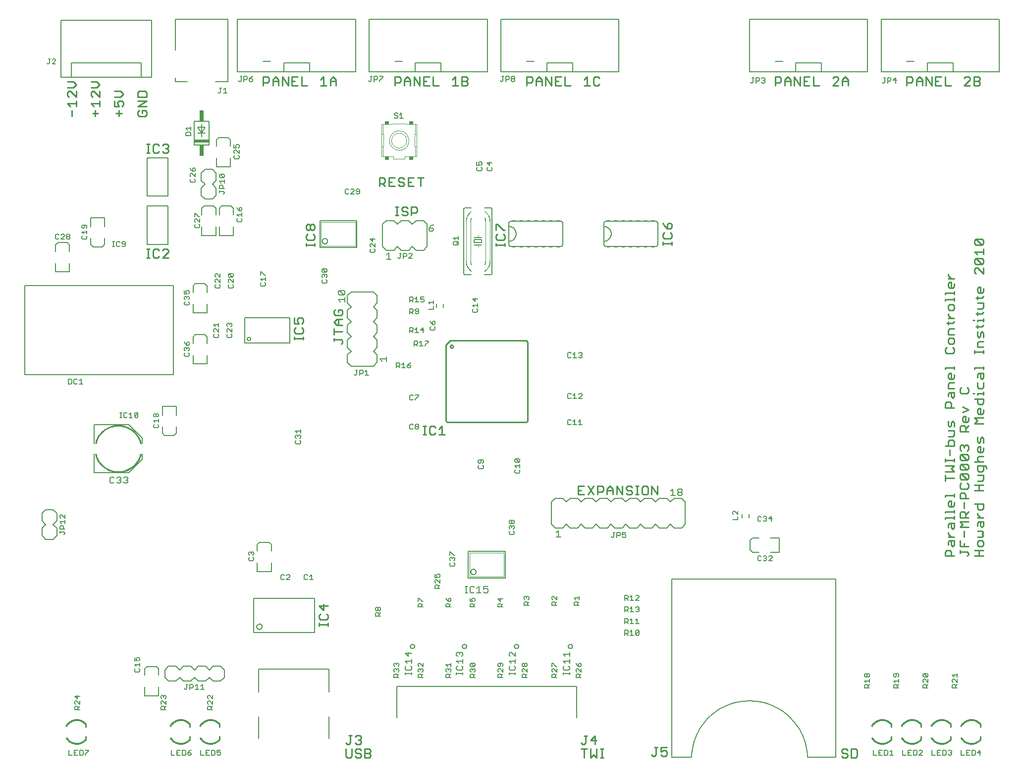
<source format=gto>
G75*
G70*
%OFA0B0*%
%FSLAX24Y24*%
%IPPOS*%
%LPD*%
%AMOC8*
5,1,8,0,0,1.08239X$1,22.5*
%
%ADD10C,0.0110*%
%ADD11C,0.0060*%
%ADD12C,0.0080*%
%ADD13C,0.0070*%
%ADD14C,0.0100*%
%ADD15C,0.0001*%
%ADD16C,0.0020*%
%ADD17C,0.0050*%
%ADD18C,0.0010*%
%ADD19R,0.1000X0.0200*%
%ADD20R,0.0300X0.0750*%
%ADD21C,0.0040*%
%ADD22R,0.0298X0.0216*%
%ADD23R,0.0304X0.0210*%
%ADD24R,0.0298X0.0210*%
%ADD25R,0.0298X0.0216*%
%ADD26R,0.0200X0.0050*%
D10*
X020473Y011549D02*
X020473Y011746D01*
X020473Y011648D02*
X021063Y011648D01*
X021063Y011746D02*
X021063Y011549D01*
X020965Y011979D02*
X021063Y012077D01*
X021063Y012274D01*
X020965Y012373D01*
X020768Y012623D02*
X020473Y012919D01*
X021063Y012919D01*
X020768Y013017D02*
X020768Y012623D01*
X020571Y012373D02*
X020473Y012274D01*
X020473Y012077D01*
X020571Y011979D01*
X020965Y011979D01*
X022453Y004192D02*
X022649Y004192D01*
X022551Y004192D02*
X022551Y003700D01*
X022453Y003602D01*
X022354Y003602D01*
X022256Y003700D01*
X022256Y003281D02*
X022256Y002789D01*
X022354Y002691D01*
X022551Y002691D01*
X022649Y002789D01*
X022649Y003281D01*
X022900Y003183D02*
X022999Y003281D01*
X023196Y003281D01*
X023294Y003183D01*
X023196Y002986D02*
X023294Y002888D01*
X023294Y002789D01*
X023196Y002691D01*
X022999Y002691D01*
X022900Y002789D01*
X022999Y002986D02*
X023196Y002986D01*
X022999Y002986D02*
X022900Y003085D01*
X022900Y003183D01*
X022999Y003602D02*
X022900Y003700D01*
X022999Y003602D02*
X023196Y003602D01*
X023294Y003700D01*
X023294Y003799D01*
X023196Y003897D01*
X023097Y003897D01*
X023196Y003897D02*
X023294Y003996D01*
X023294Y004094D01*
X023196Y004192D01*
X022999Y004192D01*
X022900Y004094D01*
X023545Y003281D02*
X023840Y003281D01*
X023939Y003183D01*
X023939Y003085D01*
X023840Y002986D01*
X023545Y002986D01*
X023840Y002986D02*
X023939Y002888D01*
X023939Y002789D01*
X023840Y002691D01*
X023545Y002691D01*
X023545Y003281D01*
X038102Y003281D02*
X038496Y003281D01*
X038299Y003281D02*
X038299Y002691D01*
X038747Y002691D02*
X038944Y002888D01*
X039140Y002691D01*
X039140Y003281D01*
X039391Y003281D02*
X039588Y003281D01*
X039490Y003281D02*
X039490Y002691D01*
X039588Y002691D02*
X039391Y002691D01*
X038747Y002691D02*
X038747Y003281D01*
X039042Y003577D02*
X039042Y004167D01*
X038747Y003872D01*
X039140Y003872D01*
X038496Y004167D02*
X038299Y004167D01*
X038397Y004167D02*
X038397Y003675D01*
X038299Y003577D01*
X038201Y003577D01*
X038102Y003675D01*
X042827Y002888D02*
X042925Y002789D01*
X043023Y002789D01*
X043122Y002888D01*
X043122Y003380D01*
X043220Y003380D02*
X043023Y003380D01*
X043471Y003380D02*
X043471Y003085D01*
X043668Y003183D01*
X043766Y003183D01*
X043865Y003085D01*
X043865Y002888D01*
X043766Y002789D01*
X043570Y002789D01*
X043471Y002888D01*
X043471Y003380D02*
X043865Y003380D01*
X055622Y003183D02*
X055622Y003085D01*
X055720Y002986D01*
X055917Y002986D01*
X056016Y002888D01*
X056016Y002789D01*
X055917Y002691D01*
X055720Y002691D01*
X055622Y002789D01*
X055622Y003183D02*
X055720Y003281D01*
X055917Y003281D01*
X056016Y003183D01*
X056266Y003281D02*
X056266Y002691D01*
X056562Y002691D01*
X056660Y002789D01*
X056660Y003183D01*
X056562Y003281D01*
X056266Y003281D01*
X062599Y016274D02*
X062599Y016569D01*
X062697Y016667D01*
X062894Y016667D01*
X062992Y016569D01*
X062992Y016274D01*
X063189Y016274D02*
X062599Y016274D01*
X062795Y017016D02*
X062795Y017213D01*
X062894Y017312D01*
X063189Y017312D01*
X063189Y017016D01*
X063091Y016918D01*
X062992Y017016D01*
X062992Y017312D01*
X062992Y017563D02*
X062795Y017759D01*
X062795Y017858D01*
X062795Y017563D02*
X063189Y017563D01*
X063583Y017312D02*
X063583Y016918D01*
X064173Y016918D01*
X063878Y016918D02*
X063878Y017115D01*
X063878Y017563D02*
X063878Y017956D01*
X064173Y018207D02*
X063583Y018207D01*
X063780Y018404D01*
X063583Y018601D01*
X064173Y018601D01*
X064173Y018852D02*
X063583Y018852D01*
X063583Y019147D01*
X063681Y019245D01*
X063878Y019245D01*
X063977Y019147D01*
X063977Y018852D01*
X063977Y019049D02*
X064173Y019245D01*
X063878Y019496D02*
X063878Y019890D01*
X063977Y020141D02*
X063977Y020436D01*
X063878Y020534D01*
X063681Y020534D01*
X063583Y020436D01*
X063583Y020141D01*
X064173Y020141D01*
X064567Y019782D02*
X065158Y019782D01*
X065158Y019487D01*
X065059Y019389D01*
X064862Y019389D01*
X064764Y019487D01*
X064764Y019782D01*
X064764Y019147D02*
X064764Y019049D01*
X064961Y018852D01*
X065158Y018852D02*
X064764Y018852D01*
X064862Y018601D02*
X065158Y018601D01*
X065158Y018306D01*
X065059Y018207D01*
X064961Y018306D01*
X064961Y018601D01*
X064862Y018601D02*
X064764Y018502D01*
X064764Y018306D01*
X064764Y017956D02*
X065059Y017956D01*
X065158Y017858D01*
X065059Y017759D01*
X065158Y017661D01*
X065059Y017563D01*
X064764Y017563D01*
X064862Y017312D02*
X064764Y017213D01*
X064764Y017016D01*
X064862Y016918D01*
X065059Y016918D01*
X065158Y017016D01*
X065158Y017213D01*
X065059Y017312D01*
X064862Y017312D01*
X064862Y016667D02*
X064862Y016274D01*
X064567Y016274D02*
X065158Y016274D01*
X065158Y016667D02*
X064567Y016667D01*
X064173Y016470D02*
X064075Y016569D01*
X063583Y016569D01*
X063583Y016667D02*
X063583Y016470D01*
X064075Y016274D02*
X064173Y016372D01*
X064173Y016470D01*
X063091Y018100D02*
X062992Y018198D01*
X062992Y018493D01*
X062894Y018493D02*
X063189Y018493D01*
X063189Y018198D01*
X063091Y018100D01*
X062795Y018198D02*
X062795Y018395D01*
X062894Y018493D01*
X063189Y018744D02*
X063189Y018941D01*
X063189Y018843D02*
X062599Y018843D01*
X062599Y018744D01*
X062599Y019174D02*
X062599Y019272D01*
X063189Y019272D01*
X063189Y019174D02*
X063189Y019371D01*
X063091Y019604D02*
X062894Y019604D01*
X062795Y019702D01*
X062795Y019899D01*
X062894Y019997D01*
X062992Y019997D01*
X062992Y019604D01*
X063091Y019604D02*
X063189Y019702D01*
X063189Y019899D01*
X063189Y020248D02*
X063189Y020445D01*
X063189Y020347D02*
X062599Y020347D01*
X062599Y020248D01*
X063583Y020884D02*
X063681Y020785D01*
X064075Y020785D01*
X064173Y020884D01*
X064173Y021081D01*
X064075Y021179D01*
X064075Y021430D02*
X063681Y021823D01*
X064075Y021823D01*
X064173Y021725D01*
X064173Y021528D01*
X064075Y021430D01*
X063681Y021430D01*
X063583Y021528D01*
X063583Y021725D01*
X063681Y021823D01*
X063681Y022074D02*
X063583Y022173D01*
X063583Y022370D01*
X063681Y022468D01*
X064075Y022074D01*
X064173Y022173D01*
X064173Y022370D01*
X064075Y022468D01*
X063681Y022468D01*
X063681Y022719D02*
X063583Y022817D01*
X063583Y023014D01*
X063681Y023113D01*
X064075Y022719D01*
X064173Y022817D01*
X064173Y023014D01*
X064075Y023113D01*
X063681Y023113D01*
X063681Y023363D02*
X063583Y023462D01*
X063583Y023659D01*
X063681Y023757D01*
X063780Y023757D01*
X063878Y023659D01*
X063977Y023757D01*
X064075Y023757D01*
X064173Y023659D01*
X064173Y023462D01*
X064075Y023363D01*
X063878Y023560D02*
X063878Y023659D01*
X063189Y023686D02*
X063189Y023981D01*
X063091Y024079D01*
X062894Y024079D01*
X062795Y023981D01*
X062795Y023686D01*
X062599Y023686D02*
X063189Y023686D01*
X062894Y023435D02*
X062894Y023041D01*
X063189Y022808D02*
X063189Y022611D01*
X063189Y022710D02*
X062599Y022710D01*
X062599Y022808D02*
X062599Y022611D01*
X062599Y022361D02*
X063189Y022361D01*
X062992Y022164D01*
X063189Y021967D01*
X062599Y021967D01*
X062599Y021716D02*
X062599Y021322D01*
X062599Y021519D02*
X063189Y021519D01*
X063583Y021081D02*
X063583Y020884D01*
X063583Y021081D02*
X063681Y021179D01*
X064567Y021071D02*
X065158Y021071D01*
X065059Y021322D02*
X064764Y021322D01*
X064862Y021071D02*
X064862Y020678D01*
X064567Y020678D02*
X065158Y020678D01*
X065059Y021322D02*
X065158Y021421D01*
X065158Y021716D01*
X064764Y021716D01*
X064862Y021967D02*
X065059Y021967D01*
X065158Y022065D01*
X065158Y022361D01*
X065256Y022361D02*
X064764Y022361D01*
X064764Y022065D01*
X064862Y021967D01*
X065354Y022164D02*
X065354Y022262D01*
X065256Y022361D01*
X065158Y022611D02*
X064567Y022611D01*
X064764Y022710D02*
X064764Y022907D01*
X064862Y023005D01*
X065158Y023005D01*
X065059Y023256D02*
X064862Y023256D01*
X064764Y023354D01*
X064764Y023551D01*
X064862Y023650D01*
X064961Y023650D01*
X064961Y023256D01*
X065059Y023256D02*
X065158Y023354D01*
X065158Y023551D01*
X065158Y023900D02*
X065158Y024196D01*
X065059Y024294D01*
X064961Y024196D01*
X064961Y023999D01*
X064862Y023900D01*
X064764Y023999D01*
X064764Y024294D01*
X064173Y024652D02*
X063583Y024652D01*
X063583Y024948D01*
X063681Y025046D01*
X063878Y025046D01*
X063977Y024948D01*
X063977Y024652D01*
X063977Y024849D02*
X064173Y025046D01*
X064075Y025297D02*
X063878Y025297D01*
X063780Y025395D01*
X063780Y025592D01*
X063878Y025691D01*
X063977Y025691D01*
X063977Y025297D01*
X064075Y025297D02*
X064173Y025395D01*
X064173Y025592D01*
X064567Y025583D02*
X064764Y025386D01*
X064567Y025190D01*
X065158Y025190D01*
X065158Y025583D02*
X064567Y025583D01*
X064862Y025834D02*
X064764Y025932D01*
X064764Y026129D01*
X064862Y026228D01*
X064961Y026228D01*
X064961Y025834D01*
X065059Y025834D02*
X064862Y025834D01*
X065059Y025834D02*
X065158Y025932D01*
X065158Y026129D01*
X065059Y026479D02*
X064862Y026479D01*
X064764Y026577D01*
X064764Y026872D01*
X064567Y026872D02*
X065158Y026872D01*
X065158Y026577D01*
X065059Y026479D01*
X065158Y027123D02*
X065158Y027320D01*
X065158Y027221D02*
X064764Y027221D01*
X064764Y027123D01*
X064567Y027221D02*
X064469Y027221D01*
X064173Y027329D02*
X064173Y027526D01*
X064075Y027624D01*
X064173Y027329D02*
X064075Y027231D01*
X063681Y027231D01*
X063583Y027329D01*
X063583Y027526D01*
X063681Y027624D01*
X063189Y027553D02*
X062795Y027553D01*
X062795Y027848D01*
X062894Y027946D01*
X063189Y027946D01*
X063091Y028197D02*
X062894Y028197D01*
X062795Y028296D01*
X062795Y028493D01*
X062894Y028591D01*
X062992Y028591D01*
X062992Y028197D01*
X063091Y028197D02*
X063189Y028296D01*
X063189Y028493D01*
X063189Y028842D02*
X063189Y029039D01*
X063189Y028940D02*
X062599Y028940D01*
X062599Y028842D01*
X062697Y029916D02*
X063091Y029916D01*
X063189Y030014D01*
X063189Y030211D01*
X063091Y030310D01*
X063091Y030561D02*
X063189Y030659D01*
X063189Y030856D01*
X063091Y030954D01*
X062894Y030954D01*
X062795Y030856D01*
X062795Y030659D01*
X062894Y030561D01*
X063091Y030561D01*
X062697Y030310D02*
X062599Y030211D01*
X062599Y030014D01*
X062697Y029916D01*
X062795Y031205D02*
X062795Y031500D01*
X062894Y031599D01*
X063189Y031599D01*
X063091Y031948D02*
X062697Y031948D01*
X062795Y031850D02*
X062795Y032046D01*
X062795Y032279D02*
X063189Y032279D01*
X062992Y032279D02*
X062795Y032476D01*
X062795Y032575D01*
X062894Y032816D02*
X063091Y032816D01*
X063189Y032915D01*
X063189Y033112D01*
X063091Y033210D01*
X062894Y033210D01*
X062795Y033112D01*
X062795Y032915D01*
X062894Y032816D01*
X063189Y033461D02*
X063189Y033658D01*
X063189Y033559D02*
X062599Y033559D01*
X062599Y033461D01*
X062599Y033891D02*
X062599Y033989D01*
X063189Y033989D01*
X063189Y033891D02*
X063189Y034087D01*
X063091Y034320D02*
X062894Y034320D01*
X062795Y034419D01*
X062795Y034616D01*
X062894Y034714D01*
X062992Y034714D01*
X062992Y034320D01*
X063091Y034320D02*
X063189Y034419D01*
X063189Y034616D01*
X063189Y034965D02*
X062795Y034965D01*
X062795Y035162D02*
X062795Y035260D01*
X062795Y035162D02*
X062992Y034965D01*
X064567Y035386D02*
X064666Y035287D01*
X064567Y035386D02*
X064567Y035582D01*
X064666Y035681D01*
X064764Y035681D01*
X065158Y035287D01*
X065158Y035681D01*
X065059Y035932D02*
X064666Y035932D01*
X064567Y036030D01*
X064567Y036227D01*
X064666Y036325D01*
X065059Y035932D01*
X065158Y036030D01*
X065158Y036227D01*
X065059Y036325D01*
X064666Y036325D01*
X064764Y036576D02*
X064567Y036773D01*
X065158Y036773D01*
X065158Y036576D02*
X065158Y036970D01*
X065059Y037221D02*
X064666Y037614D01*
X065059Y037614D01*
X065158Y037516D01*
X065158Y037319D01*
X065059Y037221D01*
X064666Y037221D01*
X064567Y037319D01*
X064567Y037516D01*
X064666Y037614D01*
X064862Y034392D02*
X064961Y034392D01*
X064961Y033998D01*
X065059Y033998D02*
X064862Y033998D01*
X064764Y034096D01*
X064764Y034293D01*
X064862Y034392D01*
X065158Y034293D02*
X065158Y034096D01*
X065059Y033998D01*
X065158Y033765D02*
X065059Y033667D01*
X064666Y033667D01*
X064764Y033765D02*
X064764Y033568D01*
X064764Y033318D02*
X065158Y033318D01*
X065158Y033022D01*
X065059Y032924D01*
X064764Y032924D01*
X064764Y032691D02*
X064764Y032494D01*
X064666Y032593D02*
X065059Y032593D01*
X065158Y032691D01*
X065158Y032261D02*
X065158Y032064D01*
X065158Y032163D02*
X064764Y032163D01*
X064764Y032064D01*
X064567Y032163D02*
X064469Y032163D01*
X064764Y031832D02*
X064764Y031635D01*
X064666Y031733D02*
X065059Y031733D01*
X065158Y031832D01*
X065059Y031384D02*
X064961Y031286D01*
X064961Y031089D01*
X064862Y030990D01*
X064764Y031089D01*
X064764Y031384D01*
X065059Y031384D02*
X065158Y031286D01*
X065158Y030990D01*
X065158Y030739D02*
X064862Y030739D01*
X064764Y030641D01*
X064764Y030346D01*
X065158Y030346D01*
X065158Y030113D02*
X065158Y029916D01*
X065158Y030014D02*
X064567Y030014D01*
X064567Y029916D02*
X064567Y030113D01*
X064567Y028940D02*
X065158Y028940D01*
X065158Y028842D02*
X065158Y029039D01*
X065158Y028591D02*
X064862Y028591D01*
X064764Y028493D01*
X064764Y028296D01*
X064961Y028296D02*
X064961Y028591D01*
X065158Y028591D02*
X065158Y028296D01*
X065059Y028197D01*
X064961Y028296D01*
X065158Y027946D02*
X065158Y027651D01*
X065059Y027553D01*
X064862Y027553D01*
X064764Y027651D01*
X064764Y027946D01*
X064567Y028842D02*
X064567Y028940D01*
X063189Y027302D02*
X062894Y027302D01*
X062795Y027204D01*
X062795Y027007D01*
X062992Y027007D02*
X062992Y027302D01*
X063189Y027302D02*
X063189Y027007D01*
X063091Y026908D01*
X062992Y027007D01*
X062894Y026657D02*
X062992Y026559D01*
X062992Y026264D01*
X063189Y026264D02*
X062599Y026264D01*
X062599Y026559D01*
X062697Y026657D01*
X062894Y026657D01*
X063780Y026335D02*
X064173Y026138D01*
X063780Y025941D01*
X063189Y025270D02*
X063091Y025368D01*
X062992Y025270D01*
X062992Y025073D01*
X062894Y024975D01*
X062795Y025073D01*
X062795Y025368D01*
X063189Y025270D02*
X063189Y024975D01*
X063189Y024724D02*
X062795Y024724D01*
X062795Y024330D02*
X063091Y024330D01*
X063189Y024429D01*
X063189Y024724D01*
X063681Y022719D02*
X064075Y022719D01*
X064075Y022074D02*
X063681Y022074D01*
X064764Y022710D02*
X064862Y022611D01*
X063189Y031205D02*
X062795Y031205D01*
X063091Y031948D02*
X063189Y032046D01*
X044193Y037238D02*
X044193Y037435D01*
X044193Y037337D02*
X043603Y037337D01*
X043603Y037435D02*
X043603Y037238D01*
X043701Y037668D02*
X044095Y037668D01*
X044193Y037766D01*
X044193Y037963D01*
X044095Y038061D01*
X044095Y038312D02*
X044193Y038411D01*
X044193Y038608D01*
X044095Y038706D01*
X043996Y038706D01*
X043898Y038608D01*
X043898Y038312D01*
X044095Y038312D01*
X043898Y038312D02*
X043701Y038509D01*
X043603Y038706D01*
X043701Y038061D02*
X043603Y037963D01*
X043603Y037766D01*
X043701Y037668D01*
X032973Y037668D02*
X032973Y037865D01*
X032874Y037963D01*
X032874Y038214D02*
X032973Y038214D01*
X032874Y038214D02*
X032480Y038608D01*
X032382Y038608D01*
X032382Y038214D01*
X032480Y037963D02*
X032382Y037865D01*
X032382Y037668D01*
X032480Y037569D01*
X032874Y037569D01*
X032973Y037668D01*
X032973Y037337D02*
X032973Y037140D01*
X032973Y037238D02*
X032382Y037238D01*
X032382Y037140D02*
X032382Y037337D01*
X027070Y039502D02*
X026972Y039403D01*
X026676Y039403D01*
X026676Y039207D02*
X026676Y039797D01*
X026972Y039797D01*
X027070Y039699D01*
X027070Y039502D01*
X026426Y039403D02*
X026426Y039305D01*
X026327Y039207D01*
X026130Y039207D01*
X026032Y039305D01*
X026130Y039502D02*
X026327Y039502D01*
X026426Y039403D01*
X026426Y039699D02*
X026327Y039797D01*
X026130Y039797D01*
X026032Y039699D01*
X026032Y039600D01*
X026130Y039502D01*
X025799Y039797D02*
X025602Y039797D01*
X025701Y039797D02*
X025701Y039207D01*
X025799Y039207D02*
X025602Y039207D01*
X025558Y041175D02*
X025164Y041175D01*
X025164Y041766D01*
X025558Y041766D01*
X025809Y041667D02*
X025907Y041766D01*
X026104Y041766D01*
X026202Y041667D01*
X026104Y041470D02*
X026202Y041372D01*
X026202Y041274D01*
X026104Y041175D01*
X025907Y041175D01*
X025809Y041274D01*
X025907Y041470D02*
X026104Y041470D01*
X025907Y041470D02*
X025809Y041569D01*
X025809Y041667D01*
X025361Y041470D02*
X025164Y041470D01*
X024913Y041470D02*
X024815Y041372D01*
X024520Y041372D01*
X024716Y041372D02*
X024913Y041175D01*
X024913Y041470D02*
X024913Y041667D01*
X024815Y041766D01*
X024520Y041766D01*
X024520Y041175D01*
X026453Y041175D02*
X026847Y041175D01*
X026650Y041470D02*
X026453Y041470D01*
X026453Y041175D02*
X026453Y041766D01*
X026847Y041766D01*
X027098Y041766D02*
X027491Y041766D01*
X027294Y041766D02*
X027294Y041175D01*
X020177Y038509D02*
X020177Y038312D01*
X020079Y038214D01*
X019980Y038214D01*
X019882Y038312D01*
X019882Y038509D01*
X019980Y038608D01*
X020079Y038608D01*
X020177Y038509D01*
X019882Y038509D02*
X019784Y038608D01*
X019685Y038608D01*
X019587Y038509D01*
X019587Y038312D01*
X019685Y038214D01*
X019784Y038214D01*
X019882Y038312D01*
X019685Y037963D02*
X019587Y037865D01*
X019587Y037668D01*
X019685Y037569D01*
X020079Y037569D01*
X020177Y037668D01*
X020177Y037865D01*
X020079Y037963D01*
X020177Y037337D02*
X020177Y037140D01*
X020177Y037238D02*
X019587Y037238D01*
X019587Y037140D02*
X019587Y037337D01*
X021555Y032872D02*
X021457Y032774D01*
X021457Y032577D01*
X021555Y032479D01*
X021949Y032479D01*
X022047Y032577D01*
X022047Y032774D01*
X021949Y032872D01*
X021752Y032872D01*
X021752Y032676D01*
X021752Y032228D02*
X021752Y031834D01*
X021654Y031834D02*
X021457Y032031D01*
X021654Y032228D01*
X022047Y032228D01*
X022047Y031834D02*
X021654Y031834D01*
X021457Y031583D02*
X021457Y031190D01*
X021457Y031387D02*
X022047Y031387D01*
X021949Y030840D02*
X021457Y030840D01*
X021457Y030742D02*
X021457Y030939D01*
X021949Y030840D02*
X022047Y030742D01*
X022047Y030644D01*
X021949Y030545D01*
X019390Y030841D02*
X019390Y031037D01*
X019390Y030939D02*
X018799Y030939D01*
X018799Y030841D02*
X018799Y031037D01*
X018898Y031270D02*
X019291Y031270D01*
X019390Y031369D01*
X019390Y031565D01*
X019291Y031664D01*
X019291Y031915D02*
X019390Y032013D01*
X019390Y032210D01*
X019291Y032308D01*
X019095Y032308D01*
X018996Y032210D01*
X018996Y032112D01*
X019095Y031915D01*
X018799Y031915D01*
X018799Y032308D01*
X018898Y031664D02*
X018799Y031565D01*
X018799Y031369D01*
X018898Y031270D01*
X010338Y036352D02*
X009944Y036352D01*
X010338Y036746D01*
X010338Y036844D01*
X010239Y036943D01*
X010043Y036943D01*
X009944Y036844D01*
X009693Y036844D02*
X009595Y036943D01*
X009398Y036943D01*
X009300Y036844D01*
X009300Y036451D01*
X009398Y036352D01*
X009595Y036352D01*
X009693Y036451D01*
X009067Y036352D02*
X008870Y036352D01*
X008968Y036352D02*
X008968Y036943D01*
X008870Y036943D02*
X009067Y036943D01*
X009067Y043439D02*
X008870Y043439D01*
X008968Y043439D02*
X008968Y044029D01*
X008870Y044029D02*
X009067Y044029D01*
X009300Y043931D02*
X009300Y043537D01*
X009398Y043439D01*
X009595Y043439D01*
X009693Y043537D01*
X009944Y043537D02*
X010043Y043439D01*
X010239Y043439D01*
X010338Y043537D01*
X010338Y043636D01*
X010239Y043734D01*
X010141Y043734D01*
X010239Y043734D02*
X010338Y043833D01*
X010338Y043931D01*
X010239Y044029D01*
X010043Y044029D01*
X009944Y043931D01*
X009693Y043931D02*
X009595Y044029D01*
X009398Y044029D01*
X009300Y043931D01*
X008760Y045900D02*
X008858Y045998D01*
X008858Y046195D01*
X008760Y046293D01*
X008563Y046293D01*
X008563Y046096D01*
X008366Y045900D02*
X008760Y045900D01*
X008366Y045900D02*
X008268Y045998D01*
X008268Y046195D01*
X008366Y046293D01*
X008268Y046544D02*
X008858Y046938D01*
X008268Y046938D01*
X008268Y047189D02*
X008268Y047484D01*
X008366Y047582D01*
X008760Y047582D01*
X008858Y047484D01*
X008858Y047189D01*
X008268Y047189D01*
X008268Y046544D02*
X008858Y046544D01*
X007284Y046642D02*
X007185Y046544D01*
X007284Y046642D02*
X007284Y046839D01*
X007185Y046938D01*
X006988Y046938D01*
X006890Y046839D01*
X006890Y046741D01*
X006988Y046544D01*
X006693Y046544D01*
X006693Y046938D01*
X006693Y047189D02*
X007087Y047189D01*
X007284Y047385D01*
X007087Y047582D01*
X006693Y047582D01*
X005709Y047582D02*
X005709Y047189D01*
X005315Y047582D01*
X005217Y047582D01*
X005118Y047484D01*
X005118Y047287D01*
X005217Y047189D01*
X005118Y046741D02*
X005709Y046741D01*
X005709Y046544D02*
X005709Y046938D01*
X005315Y046544D02*
X005118Y046741D01*
X005414Y046293D02*
X005414Y045900D01*
X005217Y046096D02*
X005610Y046096D01*
X006791Y046096D02*
X007185Y046096D01*
X006988Y045900D02*
X006988Y046293D01*
X005512Y047833D02*
X005118Y047833D01*
X005118Y048227D02*
X005512Y048227D01*
X005709Y048030D01*
X005512Y047833D01*
X004134Y048030D02*
X003937Y048227D01*
X003544Y048227D01*
X003544Y047833D02*
X003937Y047833D01*
X004134Y048030D01*
X004134Y047582D02*
X004134Y047189D01*
X003740Y047582D01*
X003642Y047582D01*
X003544Y047484D01*
X003544Y047287D01*
X003642Y047189D01*
X003544Y046741D02*
X004134Y046741D01*
X004134Y046544D02*
X004134Y046938D01*
X003740Y046544D02*
X003544Y046741D01*
X003839Y046293D02*
X003839Y045900D01*
X016706Y047955D02*
X016706Y048546D01*
X017001Y048546D01*
X017099Y048448D01*
X017099Y048251D01*
X017001Y048152D01*
X016706Y048152D01*
X017350Y048251D02*
X017744Y048251D01*
X017744Y048349D02*
X017744Y047955D01*
X017995Y047955D02*
X017995Y048546D01*
X018388Y047955D01*
X018388Y048546D01*
X018639Y048546D02*
X018639Y047955D01*
X019033Y047955D01*
X019284Y047955D02*
X019284Y048546D01*
X019033Y048546D02*
X018639Y048546D01*
X018639Y048251D02*
X018836Y048251D01*
X019284Y047955D02*
X019677Y047955D01*
X020573Y047955D02*
X020967Y047955D01*
X020770Y047955D02*
X020770Y048546D01*
X020573Y048349D01*
X021217Y048349D02*
X021217Y047955D01*
X021217Y048251D02*
X021611Y048251D01*
X021611Y048349D02*
X021611Y047955D01*
X021611Y048349D02*
X021414Y048546D01*
X021217Y048349D01*
X017744Y048349D02*
X017547Y048546D01*
X017350Y048349D01*
X017350Y047955D01*
X025564Y047955D02*
X025564Y048546D01*
X025859Y048546D01*
X025958Y048448D01*
X025958Y048251D01*
X025859Y048152D01*
X025564Y048152D01*
X026209Y048251D02*
X026602Y048251D01*
X026602Y048349D02*
X026602Y047955D01*
X026853Y047955D02*
X026853Y048546D01*
X027247Y047955D01*
X027247Y048546D01*
X027498Y048546D02*
X027498Y047955D01*
X027891Y047955D01*
X028142Y047955D02*
X028142Y048546D01*
X027891Y048546D02*
X027498Y048546D01*
X027498Y048251D02*
X027694Y048251D01*
X028142Y047955D02*
X028536Y047955D01*
X029431Y047955D02*
X029825Y047955D01*
X029628Y047955D02*
X029628Y048546D01*
X029431Y048349D01*
X030076Y048251D02*
X030371Y048251D01*
X030469Y048152D01*
X030469Y048054D01*
X030371Y047955D01*
X030076Y047955D01*
X030076Y048546D01*
X030371Y048546D01*
X030469Y048448D01*
X030469Y048349D01*
X030371Y048251D01*
X026602Y048349D02*
X026405Y048546D01*
X026209Y048349D01*
X026209Y047955D01*
X034422Y047955D02*
X034422Y048546D01*
X034717Y048546D01*
X034816Y048448D01*
X034816Y048251D01*
X034717Y048152D01*
X034422Y048152D01*
X035067Y048251D02*
X035460Y048251D01*
X035460Y048349D02*
X035460Y047955D01*
X035711Y047955D02*
X035711Y048546D01*
X036105Y047955D01*
X036105Y048546D01*
X036356Y048546D02*
X036356Y047955D01*
X036749Y047955D01*
X037000Y047955D02*
X037000Y048546D01*
X036749Y048546D02*
X036356Y048546D01*
X036356Y048251D02*
X036553Y048251D01*
X037000Y047955D02*
X037394Y047955D01*
X038289Y047955D02*
X038683Y047955D01*
X038486Y047955D02*
X038486Y048546D01*
X038289Y048349D01*
X038934Y048448D02*
X038934Y048054D01*
X039032Y047955D01*
X039229Y047955D01*
X039328Y048054D01*
X039328Y048448D02*
X039229Y048546D01*
X039032Y048546D01*
X038934Y048448D01*
X035460Y048349D02*
X035264Y048546D01*
X035067Y048349D01*
X035067Y047955D01*
X051155Y047955D02*
X051155Y048546D01*
X051450Y048546D01*
X051548Y048448D01*
X051548Y048251D01*
X051450Y048152D01*
X051155Y048152D01*
X051799Y048251D02*
X052193Y048251D01*
X052193Y048349D02*
X052193Y047955D01*
X052444Y047955D02*
X052444Y048546D01*
X052837Y047955D01*
X052837Y048546D01*
X053088Y048546D02*
X053088Y047955D01*
X053482Y047955D01*
X053733Y047955D02*
X054126Y047955D01*
X053733Y047955D02*
X053733Y048546D01*
X053482Y048546D02*
X053088Y048546D01*
X053088Y048251D02*
X053285Y048251D01*
X052193Y048349D02*
X051996Y048546D01*
X051799Y048349D01*
X051799Y047955D01*
X055022Y047955D02*
X055415Y048349D01*
X055415Y048448D01*
X055317Y048546D01*
X055120Y048546D01*
X055022Y048448D01*
X055022Y047955D02*
X055415Y047955D01*
X055666Y047955D02*
X055666Y048349D01*
X055863Y048546D01*
X056060Y048349D01*
X056060Y047955D01*
X056060Y048251D02*
X055666Y048251D01*
X060013Y048152D02*
X060308Y048152D01*
X060406Y048251D01*
X060406Y048448D01*
X060308Y048546D01*
X060013Y048546D01*
X060013Y047955D01*
X060657Y047955D02*
X060657Y048349D01*
X060854Y048546D01*
X061051Y048349D01*
X061051Y047955D01*
X061302Y047955D02*
X061302Y048546D01*
X061696Y047955D01*
X061696Y048546D01*
X061946Y048546D02*
X061946Y047955D01*
X062340Y047955D01*
X062591Y047955D02*
X062985Y047955D01*
X062591Y047955D02*
X062591Y048546D01*
X062340Y048546D02*
X061946Y048546D01*
X061946Y048251D02*
X062143Y048251D01*
X061051Y048251D02*
X060657Y048251D01*
X063880Y048448D02*
X063978Y048546D01*
X064175Y048546D01*
X064274Y048448D01*
X064274Y048349D01*
X063880Y047955D01*
X064274Y047955D01*
X064524Y047955D02*
X064524Y048546D01*
X064820Y048546D01*
X064918Y048448D01*
X064918Y048349D01*
X064820Y048251D01*
X064524Y048251D01*
X064524Y047955D02*
X064820Y047955D01*
X064918Y048054D01*
X064918Y048152D01*
X064820Y048251D01*
X043240Y020998D02*
X043240Y020407D01*
X042847Y020998D01*
X042847Y020407D01*
X042596Y020506D02*
X042596Y020900D01*
X042497Y020998D01*
X042301Y020998D01*
X042202Y020900D01*
X042202Y020506D01*
X042301Y020407D01*
X042497Y020407D01*
X042596Y020506D01*
X041969Y020407D02*
X041773Y020407D01*
X041871Y020407D02*
X041871Y020998D01*
X041773Y020998D02*
X041969Y020998D01*
X041522Y020900D02*
X041423Y020998D01*
X041226Y020998D01*
X041128Y020900D01*
X041128Y020801D01*
X041226Y020703D01*
X041423Y020703D01*
X041522Y020604D01*
X041522Y020506D01*
X041423Y020407D01*
X041226Y020407D01*
X041128Y020506D01*
X040877Y020407D02*
X040877Y020998D01*
X040484Y020998D02*
X040877Y020407D01*
X040484Y020407D02*
X040484Y020998D01*
X040233Y020801D02*
X040233Y020407D01*
X040233Y020703D02*
X039839Y020703D01*
X039839Y020801D02*
X040036Y020998D01*
X040233Y020801D01*
X039839Y020801D02*
X039839Y020407D01*
X039588Y020703D02*
X039490Y020604D01*
X039194Y020604D01*
X039194Y020407D02*
X039194Y020998D01*
X039490Y020998D01*
X039588Y020900D01*
X039588Y020703D01*
X038944Y020998D02*
X038550Y020407D01*
X038299Y020407D02*
X037905Y020407D01*
X037905Y020998D01*
X038299Y020998D01*
X038550Y020998D02*
X038944Y020407D01*
X038102Y020703D02*
X037905Y020703D01*
X028940Y024443D02*
X028547Y024443D01*
X028743Y024443D02*
X028743Y025033D01*
X028547Y024837D01*
X028296Y024935D02*
X028197Y025033D01*
X028000Y025033D01*
X027902Y024935D01*
X027902Y024541D01*
X028000Y024443D01*
X028197Y024443D01*
X028296Y024541D01*
X027669Y024443D02*
X027472Y024443D01*
X027571Y024443D02*
X027571Y025033D01*
X027669Y025033D02*
X027472Y025033D01*
D11*
X003858Y002856D02*
X003632Y002856D01*
X003632Y003197D01*
X004000Y003197D02*
X004000Y002856D01*
X004227Y002856D01*
X004368Y002856D02*
X004538Y002856D01*
X004595Y002913D01*
X004595Y003140D01*
X004538Y003197D01*
X004368Y003197D01*
X004368Y002856D01*
X004113Y003027D02*
X004000Y003027D01*
X004000Y003197D02*
X004227Y003197D01*
X004736Y003197D02*
X004963Y003197D01*
X004963Y003140D01*
X004736Y002913D01*
X004736Y002856D01*
X004356Y005914D02*
X004016Y005914D01*
X004016Y006084D01*
X004072Y006141D01*
X004186Y006141D01*
X004242Y006084D01*
X004242Y005914D01*
X004242Y006027D02*
X004356Y006141D01*
X004356Y006282D02*
X004129Y006509D01*
X004072Y006509D01*
X004016Y006452D01*
X004016Y006339D01*
X004072Y006282D01*
X004356Y006282D02*
X004356Y006509D01*
X004186Y006651D02*
X004186Y006877D01*
X004356Y006821D02*
X004016Y006821D01*
X004186Y006651D01*
X008051Y008530D02*
X008108Y008473D01*
X008335Y008473D01*
X008391Y008530D01*
X008391Y008643D01*
X008335Y008700D01*
X008391Y008841D02*
X008391Y009068D01*
X008391Y008955D02*
X008051Y008955D01*
X008164Y008841D01*
X008108Y008700D02*
X008051Y008643D01*
X008051Y008530D01*
X008051Y009210D02*
X008221Y009210D01*
X008164Y009323D01*
X008164Y009380D01*
X008221Y009436D01*
X008335Y009436D01*
X008391Y009380D01*
X008391Y009266D01*
X008335Y009210D01*
X008051Y009210D02*
X008051Y009436D01*
X009879Y006877D02*
X009936Y006877D01*
X009993Y006821D01*
X010049Y006877D01*
X010106Y006877D01*
X010163Y006821D01*
X010163Y006707D01*
X010106Y006651D01*
X010163Y006509D02*
X010163Y006282D01*
X009936Y006509D01*
X009879Y006509D01*
X009823Y006452D01*
X009823Y006339D01*
X009879Y006282D01*
X009879Y006141D02*
X009993Y006141D01*
X010049Y006084D01*
X010049Y005914D01*
X010049Y006027D02*
X010163Y006141D01*
X010163Y005914D02*
X009823Y005914D01*
X009823Y006084D01*
X009879Y006141D01*
X009879Y006651D02*
X009823Y006707D01*
X009823Y006821D01*
X009879Y006877D01*
X009993Y006821D02*
X009993Y006764D01*
X011404Y007349D02*
X011461Y007292D01*
X011517Y007292D01*
X011574Y007349D01*
X011574Y007632D01*
X011517Y007632D02*
X011631Y007632D01*
X011772Y007632D02*
X011942Y007632D01*
X011999Y007575D01*
X011999Y007462D01*
X011942Y007405D01*
X011772Y007405D01*
X011772Y007292D02*
X011772Y007632D01*
X012141Y007519D02*
X012254Y007632D01*
X012254Y007292D01*
X012141Y007292D02*
X012367Y007292D01*
X012509Y007292D02*
X012736Y007292D01*
X012622Y007292D02*
X012622Y007632D01*
X012509Y007519D01*
X013029Y006877D02*
X012972Y006821D01*
X012972Y006707D01*
X013029Y006651D01*
X013029Y006509D02*
X012972Y006452D01*
X012972Y006339D01*
X013029Y006282D01*
X013029Y006141D02*
X013142Y006141D01*
X013199Y006084D01*
X013199Y005914D01*
X013199Y006027D02*
X013313Y006141D01*
X013313Y006282D02*
X013086Y006509D01*
X013029Y006509D01*
X013313Y006509D02*
X013313Y006282D01*
X013029Y006141D02*
X012972Y006084D01*
X012972Y005914D01*
X013313Y005914D01*
X013313Y006651D02*
X013086Y006877D01*
X013029Y006877D01*
X013313Y006877D02*
X013313Y006651D01*
X013397Y003197D02*
X013226Y003197D01*
X013226Y002856D01*
X013397Y002856D01*
X013453Y002913D01*
X013453Y003140D01*
X013397Y003197D01*
X013595Y003197D02*
X013595Y003027D01*
X013708Y003083D01*
X013765Y003083D01*
X013822Y003027D01*
X013822Y002913D01*
X013765Y002856D01*
X013651Y002856D01*
X013595Y002913D01*
X013595Y003197D02*
X013822Y003197D01*
X013085Y003197D02*
X012858Y003197D01*
X012858Y002856D01*
X013085Y002856D01*
X012972Y003027D02*
X012858Y003027D01*
X012717Y002856D02*
X012490Y002856D01*
X012490Y003197D01*
X011853Y003197D02*
X011740Y003140D01*
X011626Y003027D01*
X011796Y003027D01*
X011853Y002970D01*
X011853Y002913D01*
X011796Y002856D01*
X011683Y002856D01*
X011626Y002913D01*
X011626Y003027D01*
X011485Y003140D02*
X011428Y003197D01*
X011258Y003197D01*
X011258Y002856D01*
X011428Y002856D01*
X011485Y002913D01*
X011485Y003140D01*
X011116Y003197D02*
X010890Y003197D01*
X010890Y002856D01*
X011116Y002856D01*
X011003Y003027D02*
X010890Y003027D01*
X010748Y002856D02*
X010521Y002856D01*
X010521Y003197D01*
X016071Y011134D02*
X016071Y013437D01*
X020165Y013437D01*
X020165Y011134D01*
X016071Y011134D01*
X016274Y011518D02*
X016276Y011544D01*
X016282Y011570D01*
X016291Y011595D01*
X016304Y011618D01*
X016320Y011639D01*
X016339Y011657D01*
X016361Y011673D01*
X016384Y011685D01*
X016409Y011693D01*
X016435Y011698D01*
X016462Y011699D01*
X016488Y011696D01*
X016513Y011689D01*
X016538Y011679D01*
X016560Y011665D01*
X016581Y011648D01*
X016598Y011629D01*
X016613Y011607D01*
X016624Y011583D01*
X016632Y011557D01*
X016636Y011531D01*
X016636Y011505D01*
X016632Y011479D01*
X016624Y011453D01*
X016613Y011429D01*
X016598Y011407D01*
X016581Y011388D01*
X016560Y011371D01*
X016538Y011357D01*
X016513Y011347D01*
X016488Y011340D01*
X016462Y011337D01*
X016435Y011338D01*
X016409Y011343D01*
X016384Y011351D01*
X016361Y011363D01*
X016339Y011379D01*
X016320Y011397D01*
X016304Y011418D01*
X016291Y011441D01*
X016282Y011466D01*
X016276Y011492D01*
X016274Y011518D01*
X017957Y014674D02*
X018070Y014674D01*
X018127Y014730D01*
X018268Y014674D02*
X018495Y014901D01*
X018495Y014957D01*
X018439Y015014D01*
X018325Y015014D01*
X018268Y014957D01*
X018127Y014957D02*
X018070Y015014D01*
X017957Y015014D01*
X017900Y014957D01*
X017900Y014730D01*
X017957Y014674D01*
X018268Y014674D02*
X018495Y014674D01*
X019475Y014730D02*
X019532Y014674D01*
X019645Y014674D01*
X019702Y014730D01*
X019843Y014674D02*
X020070Y014674D01*
X019957Y014674D02*
X019957Y015014D01*
X019843Y014901D01*
X019702Y014957D02*
X019645Y015014D01*
X019532Y015014D01*
X019475Y014957D01*
X019475Y014730D01*
X016068Y016010D02*
X016068Y016123D01*
X016012Y016180D01*
X016012Y016322D02*
X016068Y016378D01*
X016068Y016492D01*
X016012Y016548D01*
X015955Y016548D01*
X015898Y016492D01*
X015898Y016435D01*
X015898Y016492D02*
X015842Y016548D01*
X015785Y016548D01*
X015728Y016492D01*
X015728Y016378D01*
X015785Y016322D01*
X015785Y016180D02*
X015728Y016123D01*
X015728Y016010D01*
X015785Y015953D01*
X016012Y015953D01*
X016068Y016010D01*
X024257Y012757D02*
X024313Y012814D01*
X024370Y012814D01*
X024427Y012757D01*
X024427Y012644D01*
X024370Y012587D01*
X024313Y012587D01*
X024257Y012644D01*
X024257Y012757D01*
X024427Y012757D02*
X024484Y012814D01*
X024540Y012814D01*
X024597Y012757D01*
X024597Y012644D01*
X024540Y012587D01*
X024484Y012587D01*
X024427Y012644D01*
X024427Y012446D02*
X024484Y012389D01*
X024484Y012219D01*
X024597Y012219D02*
X024257Y012219D01*
X024257Y012389D01*
X024313Y012446D01*
X024427Y012446D01*
X024484Y012332D02*
X024597Y012446D01*
X027132Y012844D02*
X027132Y013014D01*
X027188Y013071D01*
X027302Y013071D01*
X027359Y013014D01*
X027359Y012844D01*
X027472Y012844D02*
X027132Y012844D01*
X027359Y012957D02*
X027472Y013071D01*
X027472Y013212D02*
X027415Y013212D01*
X027188Y013439D01*
X027132Y013439D01*
X027132Y013212D01*
X028257Y014094D02*
X028257Y014264D01*
X028313Y014321D01*
X028427Y014321D01*
X028484Y014264D01*
X028484Y014094D01*
X028597Y014094D02*
X028257Y014094D01*
X028484Y014207D02*
X028597Y014321D01*
X028597Y014462D02*
X028370Y014689D01*
X028313Y014689D01*
X028257Y014632D01*
X028257Y014519D01*
X028313Y014462D01*
X028597Y014462D02*
X028597Y014689D01*
X028540Y014831D02*
X028597Y014887D01*
X028597Y015001D01*
X028540Y015058D01*
X028427Y015058D01*
X028370Y015001D01*
X028370Y014944D01*
X028427Y014831D01*
X028257Y014831D01*
X028257Y015058D01*
X029257Y015651D02*
X029313Y015594D01*
X029540Y015594D01*
X029597Y015651D01*
X029597Y015764D01*
X029540Y015821D01*
X029540Y015962D02*
X029597Y016019D01*
X029597Y016132D01*
X029540Y016189D01*
X029484Y016189D01*
X029427Y016132D01*
X029427Y016076D01*
X029427Y016132D02*
X029370Y016189D01*
X029313Y016189D01*
X029257Y016132D01*
X029257Y016019D01*
X029313Y015962D01*
X029313Y015821D02*
X029257Y015764D01*
X029257Y015651D01*
X029257Y016331D02*
X029257Y016558D01*
X029313Y016558D01*
X029540Y016331D01*
X029597Y016331D01*
X030506Y016588D02*
X030506Y014790D01*
X032998Y014790D01*
X032998Y016588D01*
X030506Y016588D01*
X030676Y015209D02*
X030678Y015235D01*
X030684Y015261D01*
X030693Y015285D01*
X030706Y015308D01*
X030722Y015329D01*
X030741Y015347D01*
X030762Y015363D01*
X030786Y015375D01*
X030810Y015383D01*
X030836Y015388D01*
X030863Y015389D01*
X030889Y015386D01*
X030914Y015379D01*
X030938Y015369D01*
X030961Y015355D01*
X030981Y015339D01*
X030998Y015319D01*
X031013Y015297D01*
X031024Y015273D01*
X031032Y015248D01*
X031036Y015222D01*
X031036Y015196D01*
X031032Y015170D01*
X031024Y015145D01*
X031013Y015121D01*
X030998Y015099D01*
X030981Y015079D01*
X030961Y015063D01*
X030938Y015049D01*
X030914Y015039D01*
X030889Y015032D01*
X030863Y015029D01*
X030836Y015030D01*
X030810Y015035D01*
X030786Y015043D01*
X030762Y015055D01*
X030741Y015071D01*
X030722Y015089D01*
X030706Y015110D01*
X030693Y015133D01*
X030684Y015157D01*
X030678Y015183D01*
X030676Y015209D01*
X030632Y013439D02*
X030632Y013212D01*
X030802Y013212D01*
X030745Y013326D01*
X030745Y013382D01*
X030802Y013439D01*
X030915Y013439D01*
X030972Y013382D01*
X030972Y013269D01*
X030915Y013212D01*
X030972Y013071D02*
X030859Y012957D01*
X030859Y013014D02*
X030859Y012844D01*
X030972Y012844D02*
X030632Y012844D01*
X030632Y013014D01*
X030688Y013071D01*
X030802Y013071D01*
X030859Y013014D01*
X032507Y013014D02*
X032507Y012844D01*
X032847Y012844D01*
X032734Y012844D02*
X032734Y013014D01*
X032677Y013071D01*
X032563Y013071D01*
X032507Y013014D01*
X032734Y012957D02*
X032847Y013071D01*
X032677Y013212D02*
X032677Y013439D01*
X032847Y013382D02*
X032507Y013382D01*
X032677Y013212D01*
X034257Y013139D02*
X034257Y012969D01*
X034597Y012969D01*
X034484Y012969D02*
X034484Y013139D01*
X034427Y013196D01*
X034313Y013196D01*
X034257Y013139D01*
X034313Y013337D02*
X034257Y013394D01*
X034257Y013507D01*
X034313Y013564D01*
X034370Y013564D01*
X034427Y013507D01*
X034484Y013564D01*
X034540Y013564D01*
X034597Y013507D01*
X034597Y013394D01*
X034540Y013337D01*
X034597Y013196D02*
X034484Y013082D01*
X034427Y013451D02*
X034427Y013507D01*
X036132Y013507D02*
X036132Y013394D01*
X036188Y013337D01*
X036188Y013196D02*
X036302Y013196D01*
X036359Y013139D01*
X036359Y012969D01*
X036472Y012969D02*
X036132Y012969D01*
X036132Y013139D01*
X036188Y013196D01*
X036359Y013082D02*
X036472Y013196D01*
X036472Y013337D02*
X036245Y013564D01*
X036188Y013564D01*
X036132Y013507D01*
X036472Y013564D02*
X036472Y013337D01*
X037632Y013451D02*
X037972Y013451D01*
X037972Y013564D02*
X037972Y013337D01*
X037972Y013196D02*
X037859Y013082D01*
X037859Y013139D02*
X037859Y012969D01*
X037972Y012969D02*
X037632Y012969D01*
X037632Y013139D01*
X037688Y013196D01*
X037802Y013196D01*
X037859Y013139D01*
X037745Y013337D02*
X037632Y013451D01*
X041030Y013409D02*
X041200Y013409D01*
X041257Y013466D01*
X041257Y013579D01*
X041200Y013636D01*
X041030Y013636D01*
X041030Y013296D01*
X041143Y013409D02*
X041257Y013296D01*
X041398Y013296D02*
X041625Y013296D01*
X041512Y013296D02*
X041512Y013636D01*
X041398Y013523D01*
X041767Y013579D02*
X041823Y013636D01*
X041937Y013636D01*
X041993Y013579D01*
X041993Y013523D01*
X041767Y013296D01*
X041993Y013296D01*
X041937Y012849D02*
X041993Y012792D01*
X041993Y012735D01*
X041937Y012679D01*
X041993Y012622D01*
X041993Y012565D01*
X041937Y012508D01*
X041823Y012508D01*
X041767Y012565D01*
X041625Y012508D02*
X041398Y012508D01*
X041512Y012508D02*
X041512Y012849D01*
X041398Y012735D01*
X041257Y012679D02*
X041200Y012622D01*
X041030Y012622D01*
X041143Y012622D02*
X041257Y012508D01*
X041257Y012679D02*
X041257Y012792D01*
X041200Y012849D01*
X041030Y012849D01*
X041030Y012508D01*
X041030Y012061D02*
X041200Y012061D01*
X041257Y012005D01*
X041257Y011891D01*
X041200Y011834D01*
X041030Y011834D01*
X041030Y011721D02*
X041030Y012061D01*
X041143Y011834D02*
X041257Y011721D01*
X041398Y011721D02*
X041625Y011721D01*
X041512Y011721D02*
X041512Y012061D01*
X041398Y011948D01*
X041767Y011948D02*
X041880Y012061D01*
X041880Y011721D01*
X041767Y011721D02*
X041993Y011721D01*
X041937Y011274D02*
X041993Y011217D01*
X041767Y010990D01*
X041823Y010934D01*
X041937Y010934D01*
X041993Y010990D01*
X041993Y011217D01*
X041937Y011274D02*
X041823Y011274D01*
X041767Y011217D01*
X041767Y010990D01*
X041625Y010934D02*
X041398Y010934D01*
X041512Y010934D02*
X041512Y011274D01*
X041398Y011160D01*
X041257Y011104D02*
X041200Y011047D01*
X041030Y011047D01*
X041030Y010934D02*
X041030Y011274D01*
X041200Y011274D01*
X041257Y011217D01*
X041257Y011104D01*
X041143Y011047D02*
X041257Y010934D01*
X041880Y012679D02*
X041937Y012679D01*
X041937Y012849D02*
X041823Y012849D01*
X041767Y012792D01*
X038040Y009058D02*
X037984Y009058D01*
X037927Y009001D01*
X037927Y008831D01*
X038040Y008831D01*
X038097Y008887D01*
X038097Y009001D01*
X038040Y009058D01*
X037927Y008831D02*
X037813Y008944D01*
X037757Y009058D01*
X037813Y008689D02*
X037757Y008632D01*
X037757Y008519D01*
X037813Y008462D01*
X037813Y008321D02*
X037927Y008321D01*
X037984Y008264D01*
X037984Y008094D01*
X038097Y008094D02*
X037757Y008094D01*
X037757Y008264D01*
X037813Y008321D01*
X037984Y008207D02*
X038097Y008321D01*
X038097Y008462D02*
X037870Y008689D01*
X037813Y008689D01*
X038097Y008689D02*
X038097Y008462D01*
X036472Y008462D02*
X036245Y008689D01*
X036188Y008689D01*
X036132Y008632D01*
X036132Y008519D01*
X036188Y008462D01*
X036188Y008321D02*
X036302Y008321D01*
X036359Y008264D01*
X036359Y008094D01*
X036472Y008094D02*
X036132Y008094D01*
X036132Y008264D01*
X036188Y008321D01*
X036359Y008207D02*
X036472Y008321D01*
X036472Y008462D02*
X036472Y008689D01*
X036472Y008831D02*
X036415Y008831D01*
X036188Y009058D01*
X036132Y009058D01*
X036132Y008831D01*
X034472Y008887D02*
X034415Y008831D01*
X034359Y008831D01*
X034302Y008887D01*
X034302Y009001D01*
X034359Y009058D01*
X034415Y009058D01*
X034472Y009001D01*
X034472Y008887D01*
X034302Y008887D02*
X034245Y008831D01*
X034188Y008831D01*
X034132Y008887D01*
X034132Y009001D01*
X034188Y009058D01*
X034245Y009058D01*
X034302Y009001D01*
X034245Y008689D02*
X034188Y008689D01*
X034132Y008632D01*
X034132Y008519D01*
X034188Y008462D01*
X034188Y008321D02*
X034302Y008321D01*
X034359Y008264D01*
X034359Y008094D01*
X034472Y008094D02*
X034132Y008094D01*
X034132Y008264D01*
X034188Y008321D01*
X034359Y008207D02*
X034472Y008321D01*
X034472Y008462D02*
X034245Y008689D01*
X034472Y008689D02*
X034472Y008462D01*
X032847Y008462D02*
X032620Y008689D01*
X032563Y008689D01*
X032507Y008632D01*
X032507Y008519D01*
X032563Y008462D01*
X032563Y008321D02*
X032677Y008321D01*
X032734Y008264D01*
X032734Y008094D01*
X032847Y008094D02*
X032507Y008094D01*
X032507Y008264D01*
X032563Y008321D01*
X032734Y008207D02*
X032847Y008321D01*
X032847Y008462D02*
X032847Y008689D01*
X032790Y008831D02*
X032847Y008887D01*
X032847Y009001D01*
X032790Y009058D01*
X032563Y009058D01*
X032507Y009001D01*
X032507Y008887D01*
X032563Y008831D01*
X032620Y008831D01*
X032677Y008887D01*
X032677Y009058D01*
X030972Y009001D02*
X030972Y008887D01*
X030915Y008831D01*
X030688Y009058D01*
X030915Y009058D01*
X030972Y009001D01*
X030915Y008831D02*
X030688Y008831D01*
X030632Y008887D01*
X030632Y009001D01*
X030688Y009058D01*
X030688Y008689D02*
X030745Y008689D01*
X030802Y008632D01*
X030859Y008689D01*
X030915Y008689D01*
X030972Y008632D01*
X030972Y008519D01*
X030915Y008462D01*
X030972Y008321D02*
X030859Y008207D01*
X030859Y008264D02*
X030859Y008094D01*
X030972Y008094D02*
X030632Y008094D01*
X030632Y008264D01*
X030688Y008321D01*
X030802Y008321D01*
X030859Y008264D01*
X030688Y008462D02*
X030632Y008519D01*
X030632Y008632D01*
X030688Y008689D01*
X030802Y008632D02*
X030802Y008576D01*
X029347Y008632D02*
X029347Y008519D01*
X029290Y008462D01*
X029347Y008321D02*
X029234Y008207D01*
X029234Y008264D02*
X029234Y008094D01*
X029347Y008094D02*
X029007Y008094D01*
X029007Y008264D01*
X029063Y008321D01*
X029177Y008321D01*
X029234Y008264D01*
X029063Y008462D02*
X029007Y008519D01*
X029007Y008632D01*
X029063Y008689D01*
X029120Y008689D01*
X029177Y008632D01*
X029234Y008689D01*
X029290Y008689D01*
X029347Y008632D01*
X029177Y008632D02*
X029177Y008576D01*
X029120Y008831D02*
X029007Y008944D01*
X029347Y008944D01*
X029347Y008831D02*
X029347Y009058D01*
X027472Y009058D02*
X027472Y008831D01*
X027245Y009058D01*
X027188Y009058D01*
X027132Y009001D01*
X027132Y008887D01*
X027188Y008831D01*
X027188Y008689D02*
X027245Y008689D01*
X027302Y008632D01*
X027359Y008689D01*
X027415Y008689D01*
X027472Y008632D01*
X027472Y008519D01*
X027415Y008462D01*
X027472Y008321D02*
X027359Y008207D01*
X027359Y008264D02*
X027359Y008094D01*
X027472Y008094D02*
X027132Y008094D01*
X027132Y008264D01*
X027188Y008321D01*
X027302Y008321D01*
X027359Y008264D01*
X027188Y008462D02*
X027132Y008519D01*
X027132Y008632D01*
X027188Y008689D01*
X027302Y008632D02*
X027302Y008576D01*
X025847Y008632D02*
X025847Y008519D01*
X025790Y008462D01*
X025847Y008321D02*
X025734Y008207D01*
X025734Y008264D02*
X025734Y008094D01*
X025847Y008094D02*
X025507Y008094D01*
X025507Y008264D01*
X025563Y008321D01*
X025677Y008321D01*
X025734Y008264D01*
X025563Y008462D02*
X025507Y008519D01*
X025507Y008632D01*
X025563Y008689D01*
X025620Y008689D01*
X025677Y008632D01*
X025734Y008689D01*
X025790Y008689D01*
X025847Y008632D01*
X025677Y008632D02*
X025677Y008576D01*
X025790Y008831D02*
X025847Y008887D01*
X025847Y009001D01*
X025790Y009058D01*
X025734Y009058D01*
X025677Y009001D01*
X025677Y008944D01*
X025677Y009001D02*
X025620Y009058D01*
X025563Y009058D01*
X025507Y009001D01*
X025507Y008887D01*
X025563Y008831D01*
X029007Y012844D02*
X029007Y013014D01*
X029063Y013071D01*
X029177Y013071D01*
X029234Y013014D01*
X029234Y012844D01*
X029347Y012844D02*
X029007Y012844D01*
X029234Y012957D02*
X029347Y013071D01*
X029290Y013212D02*
X029347Y013269D01*
X029347Y013382D01*
X029290Y013439D01*
X029234Y013439D01*
X029177Y013382D01*
X029177Y013212D01*
X029290Y013212D01*
X029177Y013212D02*
X029063Y013326D01*
X029007Y013439D01*
X033313Y017719D02*
X033540Y017719D01*
X033597Y017776D01*
X033597Y017889D01*
X033540Y017946D01*
X033540Y018087D02*
X033597Y018144D01*
X033597Y018257D01*
X033540Y018314D01*
X033484Y018314D01*
X033427Y018257D01*
X033427Y018201D01*
X033427Y018257D02*
X033370Y018314D01*
X033313Y018314D01*
X033257Y018257D01*
X033257Y018144D01*
X033313Y018087D01*
X033313Y017946D02*
X033257Y017889D01*
X033257Y017776D01*
X033313Y017719D01*
X033313Y018456D02*
X033370Y018456D01*
X033427Y018512D01*
X033427Y018626D01*
X033484Y018683D01*
X033540Y018683D01*
X033597Y018626D01*
X033597Y018512D01*
X033540Y018456D01*
X033484Y018456D01*
X033427Y018512D01*
X033427Y018626D02*
X033370Y018683D01*
X033313Y018683D01*
X033257Y018626D01*
X033257Y018512D01*
X033313Y018456D01*
X036106Y018421D02*
X036356Y018171D01*
X036856Y018171D01*
X037106Y018421D01*
X037356Y018171D01*
X037856Y018171D01*
X038106Y018421D01*
X038356Y018171D01*
X038856Y018171D01*
X039106Y018421D01*
X039356Y018171D01*
X039856Y018171D01*
X040106Y018421D01*
X040356Y018171D01*
X040856Y018171D01*
X041106Y018421D01*
X041356Y018171D01*
X041856Y018171D01*
X042106Y018421D01*
X042356Y018171D01*
X042856Y018171D01*
X043106Y018421D01*
X043356Y018171D01*
X043856Y018171D01*
X044106Y018421D01*
X044356Y018171D01*
X044856Y018171D01*
X045106Y018421D01*
X045106Y019921D01*
X044856Y020171D01*
X044356Y020171D01*
X044106Y019921D01*
X043856Y020171D01*
X043356Y020171D01*
X043106Y019921D01*
X042856Y020171D01*
X042356Y020171D01*
X042106Y019921D01*
X041856Y020171D01*
X041356Y020171D01*
X041106Y019921D01*
X040856Y020171D01*
X040356Y020171D01*
X040106Y019921D01*
X039856Y020171D01*
X039356Y020171D01*
X039106Y019921D01*
X038856Y020171D01*
X038356Y020171D01*
X038106Y019921D01*
X037856Y020171D01*
X037356Y020171D01*
X037106Y019921D01*
X036856Y020171D01*
X036356Y020171D01*
X036106Y019921D01*
X036106Y018421D01*
X033925Y021859D02*
X033982Y021916D01*
X033982Y022029D01*
X033925Y022086D01*
X033982Y022227D02*
X033982Y022454D01*
X033982Y022341D02*
X033642Y022341D01*
X033755Y022227D01*
X033698Y022086D02*
X033642Y022029D01*
X033642Y021916D01*
X033698Y021859D01*
X033925Y021859D01*
X033925Y022595D02*
X033698Y022822D01*
X033925Y022822D01*
X033982Y022766D01*
X033982Y022652D01*
X033925Y022595D01*
X033698Y022595D01*
X033642Y022652D01*
X033642Y022766D01*
X033698Y022822D01*
X031521Y022693D02*
X031464Y022749D01*
X031238Y022749D01*
X031181Y022693D01*
X031181Y022579D01*
X031238Y022522D01*
X031294Y022522D01*
X031351Y022579D01*
X031351Y022749D01*
X031521Y022693D02*
X031521Y022579D01*
X031464Y022522D01*
X031464Y022381D02*
X031521Y022324D01*
X031521Y022211D01*
X031464Y022154D01*
X031238Y022154D01*
X031181Y022211D01*
X031181Y022324D01*
X031238Y022381D01*
X027157Y024868D02*
X027100Y024812D01*
X026986Y024812D01*
X026930Y024868D01*
X026930Y024925D01*
X026986Y024982D01*
X027100Y024982D01*
X027157Y024925D01*
X027157Y024868D01*
X027100Y024982D02*
X027157Y025038D01*
X027157Y025095D01*
X027100Y025152D01*
X026986Y025152D01*
X026930Y025095D01*
X026930Y025038D01*
X026986Y024982D01*
X026788Y025095D02*
X026732Y025152D01*
X026618Y025152D01*
X026561Y025095D01*
X026561Y024868D01*
X026618Y024812D01*
X026732Y024812D01*
X026788Y024868D01*
X026732Y026780D02*
X026618Y026780D01*
X026561Y026837D01*
X026561Y027064D01*
X026618Y027120D01*
X026732Y027120D01*
X026788Y027064D01*
X026930Y027120D02*
X027157Y027120D01*
X027157Y027064D01*
X026930Y026837D01*
X026930Y026780D01*
X026788Y026837D02*
X026732Y026780D01*
X026582Y028945D02*
X026639Y029002D01*
X026639Y029059D01*
X026582Y029116D01*
X026412Y029116D01*
X026412Y029002D01*
X026469Y028945D01*
X026582Y028945D01*
X026412Y029116D02*
X026526Y029229D01*
X026639Y029286D01*
X026157Y029286D02*
X026157Y028945D01*
X026044Y028945D02*
X026271Y028945D01*
X026044Y029172D02*
X026157Y029286D01*
X025903Y029229D02*
X025903Y029116D01*
X025846Y029059D01*
X025676Y029059D01*
X025789Y029059D02*
X025903Y028945D01*
X025676Y028945D02*
X025676Y029286D01*
X025846Y029286D01*
X025903Y029229D01*
X024382Y029323D02*
X024132Y029073D01*
X022632Y029073D01*
X022382Y029323D01*
X022382Y029823D01*
X022632Y030073D01*
X022382Y030323D01*
X022382Y030823D01*
X022632Y031073D01*
X022382Y031323D01*
X022382Y031823D01*
X022632Y032073D01*
X022382Y032323D01*
X022382Y032823D01*
X022632Y033073D01*
X022382Y033323D01*
X022382Y033823D01*
X022632Y034073D01*
X024132Y034073D01*
X024382Y033823D01*
X024382Y033323D01*
X024132Y033073D01*
X024382Y032823D01*
X024382Y032323D01*
X024132Y032073D01*
X024382Y031823D01*
X024382Y031323D01*
X024132Y031073D01*
X024382Y030823D01*
X024382Y030323D01*
X024132Y030073D01*
X024382Y029823D01*
X024382Y029323D01*
X023671Y028794D02*
X023671Y028453D01*
X023558Y028453D02*
X023785Y028453D01*
X023558Y028680D02*
X023671Y028794D01*
X023416Y028737D02*
X023416Y028623D01*
X023360Y028567D01*
X023190Y028567D01*
X023190Y028453D02*
X023190Y028794D01*
X023360Y028794D01*
X023416Y028737D01*
X023048Y028794D02*
X022935Y028794D01*
X022991Y028794D02*
X022991Y028510D01*
X022935Y028453D01*
X022878Y028453D01*
X022821Y028510D01*
X026561Y031308D02*
X026561Y031648D01*
X026732Y031648D01*
X026788Y031591D01*
X026788Y031478D01*
X026732Y031421D01*
X026561Y031421D01*
X026675Y031421D02*
X026788Y031308D01*
X026930Y031308D02*
X027157Y031308D01*
X027043Y031308D02*
X027043Y031648D01*
X026930Y031534D01*
X027298Y031478D02*
X027525Y031478D01*
X027468Y031648D02*
X027298Y031478D01*
X027468Y031308D02*
X027468Y031648D01*
X027933Y031675D02*
X027933Y031561D01*
X027990Y031504D01*
X028216Y031504D01*
X028273Y031561D01*
X028273Y031675D01*
X028216Y031731D01*
X028216Y031873D02*
X028273Y031929D01*
X028273Y032043D01*
X028216Y032100D01*
X028160Y032100D01*
X028103Y032043D01*
X028103Y031873D01*
X028216Y031873D01*
X028103Y031873D02*
X027990Y031986D01*
X027933Y032100D01*
X027990Y031731D02*
X027933Y031675D01*
X027820Y030762D02*
X027820Y030705D01*
X027593Y030479D01*
X027593Y030422D01*
X027452Y030422D02*
X027225Y030422D01*
X027339Y030422D02*
X027339Y030762D01*
X027225Y030649D01*
X027084Y030705D02*
X027084Y030592D01*
X027027Y030535D01*
X026857Y030535D01*
X026970Y030535D02*
X027084Y030422D01*
X026857Y030422D02*
X026857Y030762D01*
X027027Y030762D01*
X027084Y030705D01*
X027593Y030762D02*
X027820Y030762D01*
X027100Y032587D02*
X027157Y032644D01*
X027157Y032871D01*
X027100Y032927D01*
X026986Y032927D01*
X026930Y032871D01*
X026930Y032814D01*
X026986Y032757D01*
X027157Y032757D01*
X027100Y032587D02*
X026986Y032587D01*
X026930Y032644D01*
X026788Y032587D02*
X026675Y032701D01*
X026732Y032701D02*
X026561Y032701D01*
X026561Y032587D02*
X026561Y032927D01*
X026732Y032927D01*
X026788Y032871D01*
X026788Y032757D01*
X026732Y032701D01*
X026788Y033375D02*
X026675Y033488D01*
X026732Y033488D02*
X026561Y033488D01*
X026561Y033375D02*
X026561Y033715D01*
X026732Y033715D01*
X026788Y033658D01*
X026788Y033545D01*
X026732Y033488D01*
X026930Y033375D02*
X027157Y033375D01*
X027043Y033375D02*
X027043Y033715D01*
X026930Y033601D01*
X027298Y033545D02*
X027298Y033715D01*
X027525Y033715D01*
X027468Y033601D02*
X027525Y033545D01*
X027525Y033431D01*
X027468Y033375D01*
X027355Y033375D01*
X027298Y033431D01*
X027298Y033545D02*
X027412Y033601D01*
X027468Y033601D01*
X027834Y033364D02*
X028175Y033364D01*
X028175Y033251D02*
X028175Y033478D01*
X028362Y033266D02*
X028362Y033030D01*
X028175Y033109D02*
X028175Y032882D01*
X027834Y032882D01*
X027948Y033251D02*
X027834Y033364D01*
X028835Y033266D02*
X028835Y033030D01*
X030787Y033167D02*
X031127Y033167D01*
X031127Y033054D02*
X031127Y033281D01*
X030957Y033422D02*
X030957Y033649D01*
X030787Y033592D02*
X030957Y033422D01*
X031127Y033592D02*
X030787Y033592D01*
X030787Y033167D02*
X030901Y033054D01*
X030844Y032912D02*
X030787Y032856D01*
X030787Y032742D01*
X030844Y032686D01*
X031071Y032686D01*
X031127Y032742D01*
X031127Y032856D01*
X031071Y032912D01*
X030707Y035228D02*
X030307Y035228D01*
X030290Y035230D01*
X030273Y035234D01*
X030257Y035241D01*
X030243Y035251D01*
X030230Y035264D01*
X030220Y035278D01*
X030213Y035294D01*
X030209Y035311D01*
X030207Y035328D01*
X030207Y039628D01*
X030209Y039645D01*
X030213Y039662D01*
X030220Y039678D01*
X030230Y039692D01*
X030243Y039705D01*
X030257Y039715D01*
X030273Y039722D01*
X030290Y039726D01*
X030307Y039728D01*
X030707Y039728D01*
X031607Y039728D02*
X032007Y039728D01*
X032024Y039726D01*
X032041Y039722D01*
X032057Y039715D01*
X032071Y039705D01*
X032084Y039692D01*
X032094Y039678D01*
X032101Y039662D01*
X032105Y039645D01*
X032107Y039628D01*
X032107Y035328D01*
X032105Y035311D01*
X032101Y035294D01*
X032094Y035278D01*
X032084Y035264D01*
X032071Y035251D01*
X032057Y035241D01*
X032041Y035234D01*
X032024Y035230D01*
X032007Y035228D01*
X031607Y035228D01*
X031407Y037228D02*
X031157Y037228D01*
X030907Y037228D01*
X030907Y037378D02*
X030907Y037578D01*
X031407Y037578D01*
X031407Y037378D01*
X030907Y037378D01*
X030907Y037728D02*
X031157Y037728D01*
X031407Y037728D01*
X029848Y037695D02*
X029508Y037695D01*
X029621Y037581D01*
X029564Y037440D02*
X029791Y037440D01*
X029848Y037383D01*
X029848Y037270D01*
X029791Y037213D01*
X029564Y037213D01*
X029508Y037270D01*
X029508Y037383D01*
X029564Y037440D01*
X029735Y037327D02*
X029848Y037440D01*
X029848Y037581D02*
X029848Y037808D01*
X027736Y037122D02*
X027486Y036872D01*
X026986Y036872D01*
X026736Y037122D01*
X026486Y036872D01*
X025986Y036872D01*
X025736Y037122D01*
X025486Y036872D01*
X024986Y036872D01*
X024736Y037122D01*
X024736Y038622D01*
X024986Y038872D01*
X025486Y038872D01*
X025736Y038622D01*
X025986Y038872D01*
X026486Y038872D01*
X026736Y038622D01*
X026986Y038872D01*
X027486Y038872D01*
X027736Y038622D01*
X027736Y037122D01*
X026738Y036611D02*
X026681Y036668D01*
X026567Y036668D01*
X026511Y036611D01*
X026369Y036611D02*
X026369Y036497D01*
X026313Y036441D01*
X026142Y036441D01*
X026142Y036327D02*
X026142Y036668D01*
X026313Y036668D01*
X026369Y036611D01*
X026511Y036327D02*
X026738Y036554D01*
X026738Y036611D01*
X026738Y036327D02*
X026511Y036327D01*
X025944Y036384D02*
X025944Y036668D01*
X025888Y036668D02*
X026001Y036668D01*
X025944Y036384D02*
X025888Y036327D01*
X025831Y036327D01*
X025774Y036384D01*
X024238Y036778D02*
X024238Y036891D01*
X024181Y036948D01*
X024238Y037089D02*
X024011Y037316D01*
X023954Y037316D01*
X023897Y037259D01*
X023897Y037146D01*
X023954Y037089D01*
X023954Y036948D02*
X023897Y036891D01*
X023897Y036778D01*
X023954Y036721D01*
X024181Y036721D01*
X024238Y036778D01*
X024238Y037089D02*
X024238Y037316D01*
X024068Y037458D02*
X023897Y037628D01*
X024238Y037628D01*
X024068Y037684D02*
X024068Y037458D01*
X023010Y037056D02*
X023010Y038854D01*
X020518Y038854D01*
X020518Y037056D01*
X023010Y037056D01*
X020688Y037475D02*
X020690Y037501D01*
X020696Y037527D01*
X020705Y037551D01*
X020718Y037574D01*
X020734Y037595D01*
X020753Y037613D01*
X020774Y037629D01*
X020798Y037641D01*
X020822Y037649D01*
X020848Y037654D01*
X020875Y037655D01*
X020901Y037652D01*
X020926Y037645D01*
X020950Y037635D01*
X020973Y037621D01*
X020993Y037605D01*
X021010Y037585D01*
X021025Y037563D01*
X021036Y037539D01*
X021044Y037514D01*
X021048Y037488D01*
X021048Y037462D01*
X021044Y037436D01*
X021036Y037411D01*
X021025Y037387D01*
X021010Y037365D01*
X020993Y037345D01*
X020973Y037329D01*
X020950Y037315D01*
X020926Y037305D01*
X020901Y037298D01*
X020875Y037295D01*
X020848Y037296D01*
X020822Y037301D01*
X020798Y037309D01*
X020774Y037321D01*
X020753Y037337D01*
X020734Y037355D01*
X020718Y037376D01*
X020705Y037399D01*
X020696Y037423D01*
X020690Y037449D01*
X020688Y037475D01*
X020706Y035618D02*
X020933Y035391D01*
X020990Y035447D01*
X020990Y035561D01*
X020933Y035618D01*
X020706Y035618D01*
X020649Y035561D01*
X020649Y035447D01*
X020706Y035391D01*
X020933Y035391D01*
X020933Y035249D02*
X020990Y035193D01*
X020990Y035079D01*
X020933Y035022D01*
X020933Y034881D02*
X020990Y034824D01*
X020990Y034711D01*
X020933Y034654D01*
X020706Y034654D01*
X020649Y034711D01*
X020649Y034824D01*
X020706Y034881D01*
X020706Y035022D02*
X020649Y035079D01*
X020649Y035193D01*
X020706Y035249D01*
X020763Y035249D01*
X020820Y035193D01*
X020876Y035249D01*
X020933Y035249D01*
X020820Y035193D02*
X020820Y035136D01*
X018510Y032331D02*
X015459Y032331D01*
X015459Y030618D01*
X018510Y030618D01*
X018510Y032331D01*
X016799Y034457D02*
X016856Y034514D01*
X016856Y034627D01*
X016799Y034684D01*
X016856Y034826D02*
X016856Y035052D01*
X016856Y034939D02*
X016516Y034939D01*
X016629Y034826D01*
X016572Y034684D02*
X016516Y034627D01*
X016516Y034514D01*
X016572Y034457D01*
X016799Y034457D01*
X016799Y035194D02*
X016856Y035194D01*
X016799Y035194D02*
X016572Y035421D01*
X016516Y035421D01*
X016516Y035194D01*
X014697Y035243D02*
X014697Y035130D01*
X014640Y035073D01*
X014413Y035300D01*
X014640Y035300D01*
X014697Y035243D01*
X014640Y035073D02*
X014413Y035073D01*
X014356Y035130D01*
X014356Y035243D01*
X014413Y035300D01*
X014413Y034932D02*
X014356Y034875D01*
X014356Y034762D01*
X014413Y034705D01*
X014413Y034563D02*
X014356Y034507D01*
X014356Y034393D01*
X014413Y034337D01*
X014640Y034337D01*
X014697Y034393D01*
X014697Y034507D01*
X014640Y034563D01*
X014697Y034705D02*
X014470Y034932D01*
X014413Y034932D01*
X014697Y034932D02*
X014697Y034705D01*
X013811Y034705D02*
X013584Y034932D01*
X013527Y034932D01*
X013471Y034875D01*
X013471Y034762D01*
X013527Y034705D01*
X013527Y034563D02*
X013471Y034507D01*
X013471Y034393D01*
X013527Y034337D01*
X013754Y034337D01*
X013811Y034393D01*
X013811Y034507D01*
X013754Y034563D01*
X013811Y034705D02*
X013811Y034932D01*
X013811Y035073D02*
X013584Y035300D01*
X013527Y035300D01*
X013471Y035243D01*
X013471Y035130D01*
X013527Y035073D01*
X013811Y035073D02*
X013811Y035300D01*
X011738Y034084D02*
X011738Y033971D01*
X011681Y033914D01*
X011568Y033914D02*
X011511Y034028D01*
X011511Y034084D01*
X011568Y034141D01*
X011681Y034141D01*
X011738Y034084D01*
X011568Y033914D02*
X011397Y033914D01*
X011397Y034141D01*
X011454Y033773D02*
X011511Y033773D01*
X011568Y033716D01*
X011624Y033773D01*
X011681Y033773D01*
X011738Y033716D01*
X011738Y033603D01*
X011681Y033546D01*
X011681Y033405D02*
X011738Y033348D01*
X011738Y033234D01*
X011681Y033178D01*
X011454Y033178D01*
X011397Y033234D01*
X011397Y033348D01*
X011454Y033405D01*
X011454Y033546D02*
X011397Y033603D01*
X011397Y033716D01*
X011454Y033773D01*
X011568Y033716D02*
X011568Y033659D01*
X013372Y031840D02*
X013713Y031840D01*
X013713Y031727D02*
X013713Y031954D01*
X013486Y031727D02*
X013372Y031840D01*
X013429Y031585D02*
X013372Y031529D01*
X013372Y031415D01*
X013429Y031358D01*
X013429Y031217D02*
X013372Y031160D01*
X013372Y031047D01*
X013429Y030990D01*
X013656Y030990D01*
X013713Y031047D01*
X013713Y031160D01*
X013656Y031217D01*
X013713Y031358D02*
X013486Y031585D01*
X013429Y031585D01*
X013713Y031585D02*
X013713Y031358D01*
X014258Y031415D02*
X014315Y031358D01*
X014258Y031415D02*
X014258Y031529D01*
X014315Y031585D01*
X014371Y031585D01*
X014598Y031358D01*
X014598Y031585D01*
X014542Y031727D02*
X014598Y031783D01*
X014598Y031897D01*
X014542Y031954D01*
X014485Y031954D01*
X014428Y031897D01*
X014428Y031840D01*
X014428Y031897D02*
X014371Y031954D01*
X014315Y031954D01*
X014258Y031897D01*
X014258Y031783D01*
X014315Y031727D01*
X014315Y031217D02*
X014258Y031160D01*
X014258Y031047D01*
X014315Y030990D01*
X014542Y030990D01*
X014598Y031047D01*
X014598Y031160D01*
X014542Y031217D01*
X015635Y030896D02*
X015637Y030917D01*
X015643Y030937D01*
X015652Y030955D01*
X015665Y030971D01*
X015681Y030985D01*
X015699Y030995D01*
X015718Y031002D01*
X015739Y031005D01*
X015760Y031004D01*
X015780Y030999D01*
X015798Y030990D01*
X015815Y030978D01*
X015830Y030963D01*
X015841Y030946D01*
X015849Y030927D01*
X015853Y030906D01*
X015853Y030886D01*
X015849Y030865D01*
X015841Y030846D01*
X015830Y030829D01*
X015815Y030814D01*
X015799Y030802D01*
X015780Y030793D01*
X015760Y030788D01*
X015739Y030787D01*
X015718Y030790D01*
X015699Y030797D01*
X015681Y030807D01*
X015665Y030821D01*
X015652Y030837D01*
X015643Y030855D01*
X015637Y030875D01*
X015635Y030896D01*
X011738Y030640D02*
X011681Y030696D01*
X011624Y030696D01*
X011568Y030640D01*
X011568Y030469D01*
X011681Y030469D01*
X011738Y030526D01*
X011738Y030640D01*
X011568Y030469D02*
X011454Y030583D01*
X011397Y030696D01*
X011454Y030328D02*
X011511Y030328D01*
X011568Y030271D01*
X011624Y030328D01*
X011681Y030328D01*
X011738Y030271D01*
X011738Y030158D01*
X011681Y030101D01*
X011681Y029960D02*
X011738Y029903D01*
X011738Y029790D01*
X011681Y029733D01*
X011454Y029733D01*
X011397Y029790D01*
X011397Y029903D01*
X011454Y029960D01*
X011454Y030101D02*
X011397Y030158D01*
X011397Y030271D01*
X011454Y030328D01*
X011568Y030271D02*
X011568Y030215D01*
X009614Y025873D02*
X009557Y025873D01*
X009501Y025817D01*
X009501Y025703D01*
X009444Y025647D01*
X009387Y025647D01*
X009331Y025703D01*
X009331Y025817D01*
X009387Y025873D01*
X009444Y025873D01*
X009501Y025817D01*
X009501Y025703D02*
X009557Y025647D01*
X009614Y025647D01*
X009671Y025703D01*
X009671Y025817D01*
X009614Y025873D01*
X009671Y025505D02*
X009671Y025278D01*
X009671Y025392D02*
X009331Y025392D01*
X009444Y025278D01*
X009387Y025137D02*
X009331Y025080D01*
X009331Y024967D01*
X009387Y024910D01*
X009614Y024910D01*
X009671Y024967D01*
X009671Y025080D01*
X009614Y025137D01*
X008282Y025656D02*
X008226Y025599D01*
X008112Y025599D01*
X008055Y025656D01*
X008282Y025883D01*
X008282Y025656D01*
X008282Y025883D02*
X008226Y025939D01*
X008112Y025939D01*
X008055Y025883D01*
X008055Y025656D01*
X007914Y025599D02*
X007687Y025599D01*
X007801Y025599D02*
X007801Y025939D01*
X007687Y025826D01*
X007546Y025883D02*
X007489Y025939D01*
X007376Y025939D01*
X007319Y025883D01*
X007319Y025656D01*
X007376Y025599D01*
X007489Y025599D01*
X007546Y025656D01*
X007187Y025599D02*
X007073Y025599D01*
X007130Y025599D02*
X007130Y025939D01*
X007073Y025939D02*
X007187Y025939D01*
X004570Y027856D02*
X004343Y027856D01*
X004456Y027856D02*
X004456Y028197D01*
X004343Y028083D01*
X004201Y028140D02*
X004145Y028197D01*
X004031Y028197D01*
X003974Y028140D01*
X003974Y027913D01*
X004031Y027856D01*
X004145Y027856D01*
X004201Y027913D01*
X003833Y027913D02*
X003833Y028140D01*
X003776Y028197D01*
X003606Y028197D01*
X003606Y027856D01*
X003776Y027856D01*
X003833Y027913D01*
X003372Y019057D02*
X003372Y018830D01*
X003145Y019057D01*
X003088Y019057D01*
X003031Y019000D01*
X003031Y018887D01*
X003088Y018830D01*
X003031Y018575D02*
X003372Y018575D01*
X003372Y018462D02*
X003372Y018688D01*
X003145Y018462D02*
X003031Y018575D01*
X003088Y018320D02*
X003201Y018320D01*
X003258Y018263D01*
X003258Y018093D01*
X003372Y018093D02*
X003031Y018093D01*
X003031Y018263D01*
X003088Y018320D01*
X003031Y017952D02*
X003031Y017838D01*
X003031Y017895D02*
X003315Y017895D01*
X003372Y017838D01*
X003372Y017782D01*
X003315Y017725D01*
X018878Y023884D02*
X018934Y023827D01*
X019161Y023827D01*
X019218Y023884D01*
X019218Y023997D01*
X019161Y024054D01*
X019161Y024196D02*
X019218Y024252D01*
X019218Y024366D01*
X019161Y024422D01*
X019105Y024422D01*
X019048Y024366D01*
X019048Y024309D01*
X019048Y024366D02*
X018991Y024422D01*
X018934Y024422D01*
X018878Y024366D01*
X018878Y024252D01*
X018934Y024196D01*
X018934Y024054D02*
X018878Y023997D01*
X018878Y023884D01*
X018991Y024564D02*
X018878Y024677D01*
X019218Y024677D01*
X019218Y024564D02*
X019218Y024791D01*
X007365Y037115D02*
X007422Y037171D01*
X007422Y037398D01*
X007365Y037455D01*
X007252Y037455D01*
X007195Y037398D01*
X007195Y037342D01*
X007252Y037285D01*
X007422Y037285D01*
X007365Y037115D02*
X007252Y037115D01*
X007195Y037171D01*
X007054Y037171D02*
X006997Y037115D01*
X006883Y037115D01*
X006827Y037171D01*
X006827Y037398D01*
X006883Y037455D01*
X006997Y037455D01*
X007054Y037398D01*
X006695Y037455D02*
X006581Y037455D01*
X006638Y037455D02*
X006638Y037115D01*
X006581Y037115D02*
X006695Y037115D01*
X004848Y037664D02*
X004848Y037777D01*
X004791Y037834D01*
X004848Y037975D02*
X004848Y038202D01*
X004848Y038089D02*
X004508Y038089D01*
X004621Y037975D01*
X004564Y037834D02*
X004508Y037777D01*
X004508Y037664D01*
X004564Y037607D01*
X004791Y037607D01*
X004848Y037664D01*
X004791Y038343D02*
X004848Y038400D01*
X004848Y038514D01*
X004791Y038570D01*
X004564Y038570D01*
X004508Y038514D01*
X004508Y038400D01*
X004564Y038343D01*
X004621Y038343D01*
X004678Y038400D01*
X004678Y038570D01*
X003706Y037890D02*
X003706Y037834D01*
X003649Y037777D01*
X003536Y037777D01*
X003479Y037834D01*
X003479Y037890D01*
X003536Y037947D01*
X003649Y037947D01*
X003706Y037890D01*
X003649Y037777D02*
X003706Y037720D01*
X003706Y037664D01*
X003649Y037607D01*
X003536Y037607D01*
X003479Y037664D01*
X003479Y037720D01*
X003536Y037777D01*
X003338Y037834D02*
X003338Y037890D01*
X003281Y037947D01*
X003168Y037947D01*
X003111Y037890D01*
X002969Y037890D02*
X002913Y037947D01*
X002799Y037947D01*
X002743Y037890D01*
X002743Y037664D01*
X002799Y037607D01*
X002913Y037607D01*
X002969Y037664D01*
X003111Y037607D02*
X003338Y037834D01*
X003338Y037607D02*
X003111Y037607D01*
X012086Y038451D02*
X012143Y038394D01*
X012370Y038394D01*
X012427Y038451D01*
X012427Y038564D01*
X012370Y038621D01*
X012427Y038763D02*
X012200Y038989D01*
X012143Y038989D01*
X012086Y038933D01*
X012086Y038819D01*
X012143Y038763D01*
X012143Y038621D02*
X012086Y038564D01*
X012086Y038451D01*
X012427Y038763D02*
X012427Y038989D01*
X012427Y039131D02*
X012370Y039131D01*
X012143Y039358D01*
X012086Y039358D01*
X012086Y039131D01*
X013760Y040771D02*
X013760Y040885D01*
X013760Y040828D02*
X014043Y040828D01*
X014100Y040771D01*
X014100Y040715D01*
X014043Y040658D01*
X013986Y041026D02*
X013986Y041196D01*
X013930Y041253D01*
X013816Y041253D01*
X013760Y041196D01*
X013760Y041026D01*
X014100Y041026D01*
X014100Y041395D02*
X014100Y041621D01*
X014100Y041508D02*
X013760Y041508D01*
X013873Y041395D01*
X013816Y041763D02*
X013760Y041820D01*
X013760Y041933D01*
X013816Y041990D01*
X014043Y041763D01*
X014100Y041820D01*
X014100Y041933D01*
X014043Y041990D01*
X013816Y041990D01*
X013816Y041763D02*
X014043Y041763D01*
X014801Y043020D02*
X015027Y043020D01*
X015084Y043077D01*
X015084Y043190D01*
X015027Y043247D01*
X015084Y043389D02*
X014857Y043615D01*
X014801Y043615D01*
X014744Y043559D01*
X014744Y043445D01*
X014801Y043389D01*
X014801Y043247D02*
X014744Y043190D01*
X014744Y043077D01*
X014801Y043020D01*
X015084Y043389D02*
X015084Y043615D01*
X015027Y043757D02*
X015084Y043814D01*
X015084Y043927D01*
X015027Y043984D01*
X014914Y043984D01*
X014857Y043927D01*
X014857Y043870D01*
X014914Y043757D01*
X014744Y043757D01*
X014744Y043984D01*
X013055Y043962D02*
X012055Y043962D01*
X012055Y045562D01*
X013055Y045562D01*
X013055Y043962D01*
X012555Y044512D02*
X012555Y044762D01*
X012805Y044762D01*
X012555Y044762D02*
X012305Y044762D01*
X012555Y044762D02*
X012305Y045162D01*
X012805Y045162D01*
X012555Y044762D01*
X012555Y045362D01*
X011836Y045190D02*
X011836Y044963D01*
X011836Y045077D02*
X011496Y045077D01*
X011609Y044963D01*
X011553Y044822D02*
X011496Y044765D01*
X011496Y044595D01*
X011836Y044595D01*
X011836Y044765D01*
X011779Y044822D01*
X011553Y044822D01*
X011791Y042409D02*
X011848Y042295D01*
X011961Y042182D01*
X011961Y042352D01*
X012018Y042409D01*
X012075Y042409D01*
X012131Y042352D01*
X012131Y042239D01*
X012075Y042182D01*
X011961Y042182D01*
X011905Y042041D02*
X011848Y042041D01*
X011791Y041984D01*
X011791Y041870D01*
X011848Y041814D01*
X011848Y041672D02*
X011791Y041616D01*
X011791Y041502D01*
X011848Y041445D01*
X012075Y041445D01*
X012131Y041502D01*
X012131Y041616D01*
X012075Y041672D01*
X012131Y041814D02*
X011905Y042041D01*
X012131Y042041D02*
X012131Y041814D01*
X014941Y039751D02*
X014997Y039638D01*
X015111Y039525D01*
X015111Y039695D01*
X015168Y039751D01*
X015224Y039751D01*
X015281Y039695D01*
X015281Y039581D01*
X015224Y039525D01*
X015111Y039525D01*
X015281Y039383D02*
X015281Y039156D01*
X015281Y039270D02*
X014941Y039270D01*
X015054Y039156D01*
X014997Y039015D02*
X014941Y038958D01*
X014941Y038845D01*
X014997Y038788D01*
X015224Y038788D01*
X015281Y038845D01*
X015281Y038958D01*
X015224Y039015D01*
X022231Y040715D02*
X022287Y040658D01*
X022401Y040658D01*
X022458Y040715D01*
X022599Y040658D02*
X022826Y040885D01*
X022826Y040942D01*
X022769Y040998D01*
X022656Y040998D01*
X022599Y040942D01*
X022458Y040942D02*
X022401Y040998D01*
X022287Y040998D01*
X022231Y040942D01*
X022231Y040715D01*
X022599Y040658D02*
X022826Y040658D01*
X022967Y040715D02*
X023024Y040658D01*
X023138Y040658D01*
X023194Y040715D01*
X023194Y040942D01*
X023138Y040998D01*
X023024Y040998D01*
X022967Y040942D01*
X022967Y040885D01*
X023024Y040828D01*
X023194Y040828D01*
X025586Y045770D02*
X025530Y045827D01*
X025586Y045770D02*
X025700Y045770D01*
X025756Y045827D01*
X025756Y045883D01*
X025700Y045940D01*
X025586Y045940D01*
X025530Y045997D01*
X025530Y046053D01*
X025586Y046110D01*
X025700Y046110D01*
X025756Y046053D01*
X025898Y045997D02*
X026011Y046110D01*
X026011Y045770D01*
X025898Y045770D02*
X026125Y045770D01*
X024542Y048237D02*
X024542Y048293D01*
X024769Y048520D01*
X024769Y048577D01*
X024542Y048577D01*
X024401Y048520D02*
X024401Y048407D01*
X024344Y048350D01*
X024174Y048350D01*
X024174Y048237D02*
X024174Y048577D01*
X024344Y048577D01*
X024401Y048520D01*
X024032Y048577D02*
X023919Y048577D01*
X023976Y048577D02*
X023976Y048293D01*
X023919Y048237D01*
X023862Y048237D01*
X023806Y048293D01*
X016009Y048293D02*
X016009Y048350D01*
X015952Y048407D01*
X015782Y048407D01*
X015782Y048293D01*
X015839Y048237D01*
X015952Y048237D01*
X016009Y048293D01*
X015896Y048520D02*
X015782Y048407D01*
X015641Y048407D02*
X015584Y048350D01*
X015414Y048350D01*
X015414Y048237D02*
X015414Y048577D01*
X015584Y048577D01*
X015641Y048520D01*
X015641Y048407D01*
X015896Y048520D02*
X016009Y048577D01*
X015273Y048577D02*
X015159Y048577D01*
X015216Y048577D02*
X015216Y048293D01*
X015159Y048237D01*
X015102Y048237D01*
X015046Y048293D01*
X014150Y047790D02*
X014150Y047449D01*
X014263Y047449D02*
X014036Y047449D01*
X013838Y047506D02*
X013838Y047790D01*
X013781Y047790D02*
X013895Y047790D01*
X014036Y047676D02*
X014150Y047790D01*
X013838Y047506D02*
X013781Y047449D01*
X013724Y047449D01*
X013668Y047506D01*
X002747Y049418D02*
X002520Y049418D01*
X002747Y049645D01*
X002747Y049701D01*
X002690Y049758D01*
X002577Y049758D01*
X002520Y049701D01*
X002379Y049758D02*
X002265Y049758D01*
X002322Y049758D02*
X002322Y049475D01*
X002265Y049418D01*
X002209Y049418D01*
X002152Y049475D01*
X031082Y042828D02*
X031082Y042601D01*
X031253Y042601D01*
X031196Y042715D01*
X031196Y042771D01*
X031253Y042828D01*
X031366Y042828D01*
X031423Y042771D01*
X031423Y042658D01*
X031366Y042601D01*
X031366Y042460D02*
X031423Y042403D01*
X031423Y042290D01*
X031366Y042233D01*
X031139Y042233D01*
X031082Y042290D01*
X031082Y042403D01*
X031139Y042460D01*
X031771Y042403D02*
X031771Y042290D01*
X031828Y042233D01*
X032055Y042233D01*
X032112Y042290D01*
X032112Y042403D01*
X032055Y042460D01*
X031942Y042601D02*
X031942Y042828D01*
X032112Y042771D02*
X031771Y042771D01*
X031942Y042601D01*
X031828Y042460D02*
X031771Y042403D01*
X033379Y038816D02*
X036719Y038816D01*
X036742Y038814D01*
X036765Y038809D01*
X036787Y038800D01*
X036807Y038787D01*
X036825Y038772D01*
X036840Y038754D01*
X036853Y038734D01*
X036862Y038712D01*
X036867Y038689D01*
X036869Y038666D01*
X036869Y037276D01*
X036867Y037253D01*
X036862Y037230D01*
X036853Y037208D01*
X036840Y037188D01*
X036825Y037170D01*
X036807Y037155D01*
X036787Y037142D01*
X036765Y037133D01*
X036742Y037128D01*
X036719Y037126D01*
X033379Y037126D01*
X033356Y037128D01*
X033333Y037133D01*
X033311Y037142D01*
X033291Y037155D01*
X033273Y037170D01*
X033258Y037188D01*
X033245Y037208D01*
X033236Y037230D01*
X033231Y037253D01*
X033229Y037276D01*
X033229Y037471D01*
X033229Y038471D01*
X033229Y038666D01*
X033231Y038689D01*
X033236Y038712D01*
X033245Y038734D01*
X033258Y038754D01*
X033273Y038772D01*
X033291Y038787D01*
X033311Y038800D01*
X033333Y038809D01*
X033356Y038814D01*
X033379Y038816D01*
X033229Y038471D02*
X033273Y038469D01*
X033316Y038463D01*
X033358Y038454D01*
X033400Y038441D01*
X033440Y038424D01*
X033479Y038404D01*
X033516Y038381D01*
X033550Y038354D01*
X033583Y038325D01*
X033612Y038292D01*
X033639Y038258D01*
X033662Y038221D01*
X033682Y038182D01*
X033699Y038142D01*
X033712Y038100D01*
X033721Y038058D01*
X033727Y038015D01*
X033729Y037971D01*
X033727Y037927D01*
X033721Y037884D01*
X033712Y037842D01*
X033699Y037800D01*
X033682Y037760D01*
X033662Y037721D01*
X033639Y037684D01*
X033612Y037650D01*
X033583Y037617D01*
X033550Y037588D01*
X033516Y037561D01*
X033479Y037538D01*
X033440Y037518D01*
X033400Y037501D01*
X033358Y037488D01*
X033316Y037479D01*
X033273Y037473D01*
X033229Y037471D01*
X039627Y037471D02*
X039627Y037276D01*
X039629Y037253D01*
X039634Y037230D01*
X039643Y037208D01*
X039656Y037188D01*
X039671Y037170D01*
X039689Y037155D01*
X039709Y037142D01*
X039731Y037133D01*
X039754Y037128D01*
X039777Y037126D01*
X043117Y037126D01*
X043140Y037128D01*
X043163Y037133D01*
X043185Y037142D01*
X043205Y037155D01*
X043223Y037170D01*
X043238Y037188D01*
X043251Y037208D01*
X043260Y037230D01*
X043265Y037253D01*
X043267Y037276D01*
X043267Y038666D01*
X043265Y038689D01*
X043260Y038712D01*
X043251Y038734D01*
X043238Y038754D01*
X043223Y038772D01*
X043205Y038787D01*
X043185Y038800D01*
X043163Y038809D01*
X043140Y038814D01*
X043117Y038816D01*
X039777Y038816D01*
X039754Y038814D01*
X039731Y038809D01*
X039709Y038800D01*
X039689Y038787D01*
X039671Y038772D01*
X039656Y038754D01*
X039643Y038734D01*
X039634Y038712D01*
X039629Y038689D01*
X039627Y038666D01*
X039627Y038471D01*
X039627Y037471D01*
X039671Y037473D01*
X039714Y037479D01*
X039756Y037488D01*
X039798Y037501D01*
X039838Y037518D01*
X039877Y037538D01*
X039914Y037561D01*
X039948Y037588D01*
X039981Y037617D01*
X040010Y037650D01*
X040037Y037684D01*
X040060Y037721D01*
X040080Y037760D01*
X040097Y037800D01*
X040110Y037842D01*
X040119Y037884D01*
X040125Y037927D01*
X040127Y037971D01*
X040125Y038015D01*
X040119Y038058D01*
X040110Y038100D01*
X040097Y038142D01*
X040080Y038182D01*
X040060Y038221D01*
X040037Y038258D01*
X040010Y038292D01*
X039981Y038325D01*
X039948Y038354D01*
X039914Y038381D01*
X039877Y038404D01*
X039838Y038424D01*
X039798Y038441D01*
X039756Y038454D01*
X039714Y038463D01*
X039671Y038469D01*
X039627Y038471D01*
X038098Y029975D02*
X038155Y029918D01*
X038155Y029861D01*
X038098Y029805D01*
X038155Y029748D01*
X038155Y029691D01*
X038098Y029634D01*
X037985Y029634D01*
X037928Y029691D01*
X037787Y029634D02*
X037560Y029634D01*
X037673Y029634D02*
X037673Y029975D01*
X037560Y029861D01*
X037418Y029918D02*
X037362Y029975D01*
X037248Y029975D01*
X037191Y029918D01*
X037191Y029691D01*
X037248Y029634D01*
X037362Y029634D01*
X037418Y029691D01*
X037928Y029918D02*
X037985Y029975D01*
X038098Y029975D01*
X038098Y029805D02*
X038041Y029805D01*
X037985Y027219D02*
X037928Y027162D01*
X037985Y027219D02*
X038098Y027219D01*
X038155Y027162D01*
X038155Y027105D01*
X037928Y026879D01*
X038155Y026879D01*
X037787Y026879D02*
X037560Y026879D01*
X037673Y026879D02*
X037673Y027219D01*
X037560Y027105D01*
X037418Y027162D02*
X037362Y027219D01*
X037248Y027219D01*
X037191Y027162D01*
X037191Y026935D01*
X037248Y026879D01*
X037362Y026879D01*
X037418Y026935D01*
X037362Y025447D02*
X037248Y025447D01*
X037191Y025390D01*
X037191Y025164D01*
X037248Y025107D01*
X037362Y025107D01*
X037418Y025164D01*
X037560Y025107D02*
X037787Y025107D01*
X037673Y025107D02*
X037673Y025447D01*
X037560Y025334D01*
X037418Y025390D02*
X037362Y025447D01*
X037928Y025334D02*
X038041Y025447D01*
X038041Y025107D01*
X037928Y025107D02*
X038155Y025107D01*
X040258Y017868D02*
X040371Y017868D01*
X040314Y017868D02*
X040314Y017585D01*
X040258Y017528D01*
X040201Y017528D01*
X040144Y017585D01*
X040512Y017642D02*
X040683Y017642D01*
X040739Y017698D01*
X040739Y017812D01*
X040683Y017868D01*
X040512Y017868D01*
X040512Y017528D01*
X040881Y017585D02*
X040937Y017528D01*
X041051Y017528D01*
X041108Y017585D01*
X041108Y017698D01*
X041051Y017755D01*
X040994Y017755D01*
X040881Y017698D01*
X040881Y017868D01*
X041108Y017868D01*
X048307Y018709D02*
X048647Y018709D01*
X048647Y018936D01*
X048647Y019078D02*
X048420Y019304D01*
X048364Y019304D01*
X048307Y019248D01*
X048307Y019134D01*
X048364Y019078D01*
X048647Y019078D02*
X048647Y019304D01*
X048933Y019093D02*
X048933Y018856D01*
X049406Y018856D02*
X049406Y019093D01*
X049987Y018894D02*
X049987Y018667D01*
X050043Y018611D01*
X050157Y018611D01*
X050214Y018667D01*
X050355Y018667D02*
X050412Y018611D01*
X050525Y018611D01*
X050582Y018667D01*
X050582Y018724D01*
X050525Y018781D01*
X050468Y018781D01*
X050525Y018781D02*
X050582Y018838D01*
X050582Y018894D01*
X050525Y018951D01*
X050412Y018951D01*
X050355Y018894D01*
X050214Y018894D02*
X050157Y018951D01*
X050043Y018951D01*
X049987Y018894D01*
X050723Y018781D02*
X050893Y018951D01*
X050893Y018611D01*
X050950Y018781D02*
X050723Y018781D01*
X050780Y016294D02*
X050723Y016237D01*
X050780Y016294D02*
X050893Y016294D01*
X050950Y016237D01*
X050950Y016180D01*
X050723Y015953D01*
X050950Y015953D01*
X050582Y016010D02*
X050525Y015953D01*
X050412Y015953D01*
X050355Y016010D01*
X050214Y016010D02*
X050157Y015953D01*
X050043Y015953D01*
X049987Y016010D01*
X049987Y016237D01*
X050043Y016294D01*
X050157Y016294D01*
X050214Y016237D01*
X050355Y016237D02*
X050412Y016294D01*
X050525Y016294D01*
X050582Y016237D01*
X050582Y016180D01*
X050525Y016123D01*
X050582Y016067D01*
X050582Y016010D01*
X050525Y016123D02*
X050468Y016123D01*
X057222Y008354D02*
X057279Y008354D01*
X057335Y008297D01*
X057335Y008184D01*
X057279Y008127D01*
X057222Y008127D01*
X057165Y008184D01*
X057165Y008297D01*
X057222Y008354D01*
X057335Y008297D02*
X057392Y008354D01*
X057449Y008354D01*
X057505Y008297D01*
X057505Y008184D01*
X057449Y008127D01*
X057392Y008127D01*
X057335Y008184D01*
X057505Y007985D02*
X057505Y007759D01*
X057505Y007872D02*
X057165Y007872D01*
X057279Y007759D01*
X057335Y007617D02*
X057392Y007560D01*
X057392Y007390D01*
X057505Y007390D02*
X057165Y007390D01*
X057165Y007560D01*
X057222Y007617D01*
X057335Y007617D01*
X057392Y007504D02*
X057505Y007617D01*
X059134Y007560D02*
X059190Y007617D01*
X059304Y007617D01*
X059361Y007560D01*
X059361Y007390D01*
X059474Y007390D02*
X059134Y007390D01*
X059134Y007560D01*
X059247Y007759D02*
X059134Y007872D01*
X059474Y007872D01*
X059474Y007759D02*
X059474Y007985D01*
X059417Y008127D02*
X059474Y008184D01*
X059474Y008297D01*
X059417Y008354D01*
X059190Y008354D01*
X059134Y008297D01*
X059134Y008184D01*
X059190Y008127D01*
X059247Y008127D01*
X059304Y008184D01*
X059304Y008354D01*
X059474Y007617D02*
X059361Y007504D01*
X061102Y007560D02*
X061159Y007617D01*
X061272Y007617D01*
X061329Y007560D01*
X061329Y007390D01*
X061442Y007390D02*
X061102Y007390D01*
X061102Y007560D01*
X061159Y007759D02*
X061102Y007815D01*
X061102Y007929D01*
X061159Y007985D01*
X061216Y007985D01*
X061442Y007759D01*
X061442Y007985D01*
X061386Y008127D02*
X061159Y008354D01*
X061386Y008354D01*
X061442Y008297D01*
X061442Y008184D01*
X061386Y008127D01*
X061159Y008127D01*
X061102Y008184D01*
X061102Y008297D01*
X061159Y008354D01*
X061442Y007617D02*
X061329Y007504D01*
X063071Y007560D02*
X063127Y007617D01*
X063241Y007617D01*
X063298Y007560D01*
X063298Y007390D01*
X063411Y007390D02*
X063071Y007390D01*
X063071Y007560D01*
X063127Y007759D02*
X063071Y007815D01*
X063071Y007929D01*
X063127Y007985D01*
X063184Y007985D01*
X063411Y007759D01*
X063411Y007985D01*
X063411Y008127D02*
X063411Y008354D01*
X063411Y008240D02*
X063071Y008240D01*
X063184Y008127D01*
X063411Y007617D02*
X063298Y007504D01*
X062977Y003197D02*
X062864Y003197D01*
X062807Y003140D01*
X062666Y003140D02*
X062609Y003197D01*
X062439Y003197D01*
X062439Y002856D01*
X062609Y002856D01*
X062666Y002913D01*
X062666Y003140D01*
X062807Y002913D02*
X062864Y002856D01*
X062977Y002856D01*
X063034Y002913D01*
X063034Y002970D01*
X062977Y003027D01*
X062921Y003027D01*
X062977Y003027D02*
X063034Y003083D01*
X063034Y003140D01*
X062977Y003197D01*
X062298Y003197D02*
X062071Y003197D01*
X062071Y002856D01*
X062298Y002856D01*
X062184Y003027D02*
X062071Y003027D01*
X061929Y002856D02*
X061702Y002856D01*
X061702Y003197D01*
X061066Y003140D02*
X061009Y003197D01*
X060896Y003197D01*
X060839Y003140D01*
X060697Y003140D02*
X060641Y003197D01*
X060471Y003197D01*
X060471Y002856D01*
X060641Y002856D01*
X060697Y002913D01*
X060697Y003140D01*
X060839Y002856D02*
X061066Y003083D01*
X061066Y003140D01*
X061066Y002856D02*
X060839Y002856D01*
X060329Y002856D02*
X060102Y002856D01*
X060102Y003197D01*
X060329Y003197D01*
X060216Y003027D02*
X060102Y003027D01*
X059961Y002856D02*
X059734Y002856D01*
X059734Y003197D01*
X059097Y002856D02*
X058870Y002856D01*
X058984Y002856D02*
X058984Y003197D01*
X058870Y003083D01*
X058729Y003140D02*
X058672Y003197D01*
X058502Y003197D01*
X058502Y002856D01*
X058672Y002856D01*
X058729Y002913D01*
X058729Y003140D01*
X058361Y003197D02*
X058134Y003197D01*
X058134Y002856D01*
X058361Y002856D01*
X058247Y003027D02*
X058134Y003027D01*
X057992Y002856D02*
X057765Y002856D01*
X057765Y003197D01*
X063671Y003197D02*
X063671Y002856D01*
X063898Y002856D01*
X064039Y002856D02*
X064266Y002856D01*
X064408Y002856D02*
X064578Y002856D01*
X064634Y002913D01*
X064634Y003140D01*
X064578Y003197D01*
X064408Y003197D01*
X064408Y002856D01*
X064153Y003027D02*
X064039Y003027D01*
X064039Y003197D02*
X064039Y002856D01*
X064039Y003197D02*
X064266Y003197D01*
X064776Y003027D02*
X065003Y003027D01*
X064946Y003197D02*
X064776Y003027D01*
X064946Y003197D02*
X064946Y002856D01*
X059260Y048138D02*
X059260Y048479D01*
X059089Y048308D01*
X059316Y048308D01*
X058948Y048308D02*
X058891Y048252D01*
X058721Y048252D01*
X058721Y048138D02*
X058721Y048479D01*
X058891Y048479D01*
X058948Y048422D01*
X058948Y048308D01*
X058580Y048479D02*
X058466Y048479D01*
X058523Y048479D02*
X058523Y048195D01*
X058466Y048138D01*
X058410Y048138D01*
X058353Y048195D01*
X050458Y048195D02*
X050401Y048138D01*
X050288Y048138D01*
X050231Y048195D01*
X050345Y048308D02*
X050401Y048308D01*
X050458Y048252D01*
X050458Y048195D01*
X050401Y048308D02*
X050458Y048365D01*
X050458Y048422D01*
X050401Y048479D01*
X050288Y048479D01*
X050231Y048422D01*
X050090Y048422D02*
X050090Y048308D01*
X050033Y048252D01*
X049863Y048252D01*
X049863Y048138D02*
X049863Y048479D01*
X050033Y048479D01*
X050090Y048422D01*
X049721Y048479D02*
X049608Y048479D01*
X049665Y048479D02*
X049665Y048195D01*
X049608Y048138D01*
X049551Y048138D01*
X049495Y048195D01*
X033627Y048293D02*
X033571Y048237D01*
X033457Y048237D01*
X033400Y048293D01*
X033400Y048350D01*
X033457Y048407D01*
X033571Y048407D01*
X033627Y048350D01*
X033627Y048293D01*
X033571Y048407D02*
X033627Y048464D01*
X033627Y048520D01*
X033571Y048577D01*
X033457Y048577D01*
X033400Y048520D01*
X033400Y048464D01*
X033457Y048407D01*
X033259Y048407D02*
X033202Y048350D01*
X033032Y048350D01*
X033032Y048237D02*
X033032Y048577D01*
X033202Y048577D01*
X033259Y048520D01*
X033259Y048407D01*
X032891Y048577D02*
X032777Y048577D01*
X032834Y048577D02*
X032834Y048293D01*
X032777Y048237D01*
X032721Y048237D01*
X032664Y048293D01*
D12*
X032693Y048896D02*
X032693Y052400D01*
X032693Y052439D02*
X040646Y052439D01*
X040646Y048896D01*
X037535Y048896D01*
X037535Y049486D01*
X035803Y049486D01*
X035803Y048896D01*
X032693Y048896D01*
X031787Y048896D02*
X031787Y052439D01*
X023835Y052439D01*
X023835Y052400D02*
X023835Y048896D01*
X026945Y048896D01*
X026945Y049486D01*
X028677Y049486D01*
X028677Y048896D01*
X026945Y048896D01*
X026061Y049575D02*
X025561Y049575D01*
X022929Y048896D02*
X022929Y052439D01*
X014976Y052439D01*
X014976Y052400D02*
X014976Y048896D01*
X018087Y048896D01*
X018087Y049486D01*
X019819Y049486D01*
X019819Y048896D01*
X018087Y048896D01*
X017203Y049575D02*
X016703Y049575D01*
X014327Y048226D02*
X013500Y048226D01*
X014327Y048226D02*
X014327Y052439D01*
X010783Y052439D01*
X010783Y050352D01*
X009207Y048522D02*
X009207Y052370D01*
X003098Y052370D01*
X003098Y048522D01*
X003807Y048522D01*
X003807Y049476D01*
X008498Y049476D01*
X008498Y048522D01*
X009207Y048522D01*
X008498Y048522D02*
X003807Y048522D01*
X010783Y048502D02*
X010783Y048226D01*
X011610Y048226D01*
X013717Y044467D02*
X013559Y044309D01*
X013559Y043876D01*
X013717Y044467D02*
X014346Y044467D01*
X014504Y044309D01*
X014504Y043876D01*
X014504Y043089D02*
X014504Y042498D01*
X013559Y042498D01*
X013559Y043089D01*
X013297Y042309D02*
X012797Y042309D01*
X012547Y042059D01*
X012547Y041559D01*
X012797Y041309D01*
X012547Y041059D01*
X012547Y040559D01*
X012797Y040309D01*
X013297Y040309D01*
X013547Y040559D01*
X013547Y041059D01*
X013297Y041309D01*
X013547Y041559D01*
X013547Y042059D01*
X013297Y042309D01*
X010302Y043099D02*
X010302Y040519D01*
X008902Y040519D01*
X008902Y043099D01*
X010302Y043099D01*
X010302Y039851D02*
X008902Y039851D01*
X008902Y037271D01*
X010302Y037271D01*
X010302Y039851D01*
X012575Y039683D02*
X012575Y039250D01*
X012575Y039683D02*
X012732Y039841D01*
X013362Y039841D01*
X013520Y039683D01*
X013520Y039250D01*
X013756Y039250D02*
X013756Y039683D01*
X013913Y039841D01*
X014543Y039841D01*
X014701Y039683D01*
X014701Y039250D01*
X014701Y038463D02*
X014701Y037872D01*
X013756Y037872D01*
X013756Y038463D01*
X013520Y038463D02*
X013520Y037872D01*
X012575Y037872D01*
X012575Y038463D01*
X012772Y034624D02*
X012142Y034624D01*
X011984Y034467D01*
X011984Y034034D01*
X011984Y033246D02*
X011984Y032656D01*
X012929Y032656D01*
X012929Y033246D01*
X012929Y034034D02*
X012929Y034467D01*
X012772Y034624D01*
X012772Y031179D02*
X012142Y031179D01*
X011984Y031022D01*
X011984Y030589D01*
X011984Y029801D02*
X011984Y029211D01*
X012929Y029211D01*
X012929Y029801D01*
X012929Y030589D02*
X012929Y031022D01*
X012772Y031179D01*
X010862Y026356D02*
X009917Y026356D01*
X009917Y025766D01*
X009917Y024978D02*
X009917Y024545D01*
X010075Y024388D01*
X010705Y024388D01*
X010862Y024545D01*
X010862Y024978D01*
X010862Y025766D02*
X010862Y026356D01*
X008559Y024211D02*
X008559Y023856D01*
X008559Y024211D02*
X007654Y025116D01*
X005331Y025116D01*
X005331Y023856D01*
X005331Y023148D02*
X005331Y021888D01*
X007654Y021888D01*
X008559Y022793D01*
X008559Y023148D01*
X007525Y021600D02*
X007595Y021530D01*
X007595Y021460D01*
X007525Y021390D01*
X007595Y021320D01*
X007595Y021250D01*
X007525Y021180D01*
X007385Y021180D01*
X007315Y021250D01*
X007135Y021250D02*
X007065Y021180D01*
X006925Y021180D01*
X006855Y021250D01*
X006675Y021250D02*
X006604Y021180D01*
X006464Y021180D01*
X006394Y021250D01*
X006394Y021530D01*
X006464Y021600D01*
X006604Y021600D01*
X006675Y021530D01*
X006855Y021530D02*
X006925Y021600D01*
X007065Y021600D01*
X007135Y021530D01*
X007135Y021460D01*
X007065Y021390D01*
X007135Y021320D01*
X007135Y021250D01*
X007065Y021390D02*
X006995Y021390D01*
X007315Y021530D02*
X007385Y021600D01*
X007525Y021600D01*
X007525Y021390D02*
X007455Y021390D01*
X002819Y019142D02*
X002819Y018642D01*
X002569Y018392D01*
X002819Y018142D01*
X002819Y017642D01*
X002569Y017392D01*
X002069Y017392D01*
X001819Y017642D01*
X001819Y018142D01*
X002069Y018392D01*
X001819Y018642D01*
X001819Y019142D01*
X002069Y019392D01*
X002569Y019392D01*
X002819Y019142D01*
X008894Y008837D02*
X008736Y008679D01*
X008736Y008246D01*
X008894Y008837D02*
X009524Y008837D01*
X009681Y008679D01*
X009681Y008246D01*
X010087Y008095D02*
X010087Y008595D01*
X010337Y008845D01*
X010837Y008845D01*
X011087Y008595D01*
X011337Y008845D01*
X011837Y008845D01*
X012087Y008595D01*
X012337Y008845D01*
X012837Y008845D01*
X013087Y008595D01*
X013337Y008845D01*
X013837Y008845D01*
X014087Y008595D01*
X014087Y008095D01*
X013837Y007845D01*
X013337Y007845D01*
X013087Y008095D01*
X012837Y007845D01*
X012337Y007845D01*
X012087Y008095D01*
X011837Y007845D01*
X011337Y007845D01*
X011087Y008095D01*
X010837Y007845D01*
X010337Y007845D01*
X010087Y008095D01*
X009681Y007459D02*
X009681Y006868D01*
X008736Y006868D01*
X008736Y007459D01*
X016394Y007124D02*
X016394Y008660D01*
X021118Y008660D01*
X021118Y007124D01*
X021118Y005471D02*
X021118Y003974D01*
X016394Y003974D02*
X016394Y005471D01*
X025685Y005376D02*
X025685Y007478D01*
X037811Y007478D01*
X037811Y005376D01*
X037318Y008286D02*
X037318Y008426D01*
X037318Y008356D02*
X036898Y008356D01*
X036898Y008286D02*
X036898Y008426D01*
X036968Y008593D02*
X036898Y008663D01*
X036898Y008803D01*
X036968Y008873D01*
X037038Y009053D02*
X036898Y009194D01*
X037318Y009194D01*
X037318Y009334D02*
X037318Y009053D01*
X037248Y008873D02*
X037318Y008803D01*
X037318Y008663D01*
X037248Y008593D01*
X036968Y008593D01*
X037038Y009514D02*
X036898Y009654D01*
X037318Y009654D01*
X037318Y009514D02*
X037318Y009794D01*
X033677Y009794D02*
X033677Y009514D01*
X033396Y009794D01*
X033326Y009794D01*
X033256Y009724D01*
X033256Y009584D01*
X033326Y009514D01*
X033256Y009194D02*
X033677Y009194D01*
X033677Y009334D02*
X033677Y009053D01*
X033606Y008873D02*
X033677Y008803D01*
X033677Y008663D01*
X033606Y008593D01*
X033326Y008593D01*
X033256Y008663D01*
X033256Y008803D01*
X033326Y008873D01*
X033396Y009053D02*
X033256Y009194D01*
X033256Y008426D02*
X033256Y008286D01*
X033256Y008356D02*
X033677Y008356D01*
X033677Y008286D02*
X033677Y008426D01*
X030133Y008426D02*
X030133Y008286D01*
X030133Y008356D02*
X029713Y008356D01*
X029713Y008286D02*
X029713Y008426D01*
X029783Y008593D02*
X030063Y008593D01*
X030133Y008663D01*
X030133Y008803D01*
X030063Y008873D01*
X030133Y009053D02*
X030133Y009334D01*
X030133Y009194D02*
X029713Y009194D01*
X029853Y009053D01*
X029783Y008873D02*
X029713Y008803D01*
X029713Y008663D01*
X029783Y008593D01*
X029783Y009514D02*
X029713Y009584D01*
X029713Y009724D01*
X029783Y009794D01*
X029853Y009794D01*
X029923Y009724D01*
X029993Y009794D01*
X030063Y009794D01*
X030133Y009724D01*
X030133Y009584D01*
X030063Y009514D01*
X029923Y009654D02*
X029923Y009724D01*
X026688Y009724D02*
X026268Y009724D01*
X026478Y009514D01*
X026478Y009794D01*
X026688Y009334D02*
X026688Y009053D01*
X026688Y009194D02*
X026268Y009194D01*
X026408Y009053D01*
X026338Y008873D02*
X026268Y008803D01*
X026268Y008663D01*
X026338Y008593D01*
X026618Y008593D01*
X026688Y008663D01*
X026688Y008803D01*
X026618Y008873D01*
X026688Y008426D02*
X026688Y008286D01*
X026688Y008356D02*
X026268Y008356D01*
X026268Y008286D02*
X026268Y008426D01*
X030312Y013798D02*
X030452Y013798D01*
X030382Y013798D02*
X030382Y014218D01*
X030312Y014218D02*
X030452Y014218D01*
X030619Y014148D02*
X030619Y013868D01*
X030689Y013798D01*
X030829Y013798D01*
X030899Y013868D01*
X031079Y013798D02*
X031359Y013798D01*
X031219Y013798D02*
X031219Y014218D01*
X031079Y014078D01*
X030899Y014148D02*
X030829Y014218D01*
X030689Y014218D01*
X030619Y014148D01*
X031539Y014218D02*
X031539Y014008D01*
X031679Y014078D01*
X031749Y014078D01*
X031819Y014008D01*
X031819Y013868D01*
X031749Y013798D01*
X031609Y013798D01*
X031539Y013868D01*
X031539Y014218D02*
X031819Y014218D01*
X044205Y014738D02*
X044205Y002730D01*
X045528Y002730D01*
X045538Y002921D01*
X045558Y003111D01*
X045587Y003299D01*
X045625Y003486D01*
X045672Y003671D01*
X045728Y003854D01*
X045794Y004033D01*
X045867Y004209D01*
X045950Y004381D01*
X046040Y004549D01*
X046139Y004713D01*
X046246Y004871D01*
X046360Y005024D01*
X046481Y005171D01*
X046610Y005312D01*
X046745Y005447D01*
X046887Y005575D01*
X047035Y005696D01*
X047189Y005809D01*
X047347Y005915D01*
X047511Y006012D01*
X047680Y006102D01*
X047853Y006183D01*
X048029Y006256D01*
X048209Y006320D01*
X048392Y006376D01*
X048577Y006422D01*
X048764Y006459D01*
X048953Y006487D01*
X049143Y006505D01*
X049334Y006515D01*
X049524Y006515D01*
X049715Y006505D01*
X049905Y006487D01*
X050094Y006459D01*
X050281Y006422D01*
X050466Y006376D01*
X050649Y006320D01*
X050829Y006256D01*
X051005Y006183D01*
X051178Y006102D01*
X051347Y006012D01*
X051511Y005915D01*
X051669Y005809D01*
X051823Y005696D01*
X051971Y005575D01*
X052113Y005447D01*
X052248Y005312D01*
X052377Y005171D01*
X052498Y005024D01*
X052612Y004871D01*
X052719Y004713D01*
X052818Y004549D01*
X052908Y004381D01*
X052991Y004209D01*
X053064Y004033D01*
X053130Y003854D01*
X053186Y003671D01*
X053233Y003486D01*
X053271Y003299D01*
X053300Y003111D01*
X053320Y002921D01*
X053330Y002730D01*
X053331Y002730D02*
X055228Y002730D01*
X055228Y014730D01*
X055228Y014738D02*
X044205Y014738D01*
X049465Y016691D02*
X049622Y016534D01*
X050055Y016534D01*
X049465Y016691D02*
X049465Y017321D01*
X049622Y017478D01*
X050055Y017478D01*
X050843Y017478D02*
X051433Y017478D01*
X051433Y016534D01*
X050843Y016534D01*
X017260Y016612D02*
X017260Y017045D01*
X017102Y017203D01*
X016472Y017203D01*
X016315Y017045D01*
X016315Y016612D01*
X016315Y015825D02*
X016315Y015234D01*
X017260Y015234D01*
X017260Y015825D01*
X003677Y035411D02*
X002732Y035411D01*
X002732Y036002D01*
X002732Y036789D02*
X002732Y037223D01*
X002890Y037380D01*
X003520Y037380D01*
X003677Y037223D01*
X003677Y036789D01*
X003677Y036002D02*
X003677Y035411D01*
X005252Y037085D02*
X005882Y037085D01*
X006039Y037242D01*
X006039Y037675D01*
X005094Y037675D02*
X005094Y037242D01*
X005252Y037085D01*
X005094Y038463D02*
X005094Y039053D01*
X006039Y039053D01*
X006039Y038463D01*
X019819Y048896D02*
X022929Y048896D01*
X028677Y048896D02*
X031787Y048896D01*
X034419Y049575D02*
X034919Y049575D01*
X035803Y048896D02*
X037535Y048896D01*
X049425Y048896D02*
X049425Y052400D01*
X049425Y052439D02*
X057378Y052439D01*
X057378Y048896D01*
X054268Y048896D01*
X054268Y049486D01*
X052535Y049486D01*
X052535Y048896D01*
X049425Y048896D01*
X051152Y049575D02*
X051652Y049575D01*
X052535Y048896D02*
X054268Y048896D01*
X058283Y048896D02*
X058283Y052400D01*
X058283Y052439D02*
X066236Y052439D01*
X066236Y048896D01*
X063126Y048896D01*
X063126Y049486D01*
X061394Y049486D01*
X061394Y048896D01*
X058283Y048896D01*
X060010Y049575D02*
X060510Y049575D01*
X061394Y048896D02*
X063126Y048896D01*
D13*
X037238Y010189D02*
X037240Y010212D01*
X037246Y010234D01*
X037255Y010255D01*
X037267Y010274D01*
X037283Y010291D01*
X037301Y010305D01*
X037321Y010316D01*
X037343Y010324D01*
X037366Y010328D01*
X037388Y010328D01*
X037411Y010324D01*
X037433Y010316D01*
X037453Y010305D01*
X037471Y010291D01*
X037487Y010274D01*
X037499Y010255D01*
X037508Y010234D01*
X037514Y010212D01*
X037516Y010189D01*
X037514Y010166D01*
X037508Y010144D01*
X037499Y010123D01*
X037487Y010104D01*
X037471Y010087D01*
X037453Y010073D01*
X037433Y010062D01*
X037411Y010054D01*
X037388Y010050D01*
X037366Y010050D01*
X037343Y010054D01*
X037321Y010062D01*
X037301Y010073D01*
X037283Y010087D01*
X037267Y010104D01*
X037255Y010123D01*
X037246Y010144D01*
X037240Y010166D01*
X037238Y010189D01*
X033613Y010189D02*
X033615Y010212D01*
X033621Y010234D01*
X033630Y010255D01*
X033642Y010274D01*
X033658Y010291D01*
X033676Y010305D01*
X033696Y010316D01*
X033718Y010324D01*
X033741Y010328D01*
X033763Y010328D01*
X033786Y010324D01*
X033808Y010316D01*
X033828Y010305D01*
X033846Y010291D01*
X033862Y010274D01*
X033874Y010255D01*
X033883Y010234D01*
X033889Y010212D01*
X033891Y010189D01*
X033889Y010166D01*
X033883Y010144D01*
X033874Y010123D01*
X033862Y010104D01*
X033846Y010087D01*
X033828Y010073D01*
X033808Y010062D01*
X033786Y010054D01*
X033763Y010050D01*
X033741Y010050D01*
X033718Y010054D01*
X033696Y010062D01*
X033676Y010073D01*
X033658Y010087D01*
X033642Y010104D01*
X033630Y010123D01*
X033621Y010144D01*
X033615Y010166D01*
X033613Y010189D01*
X030113Y010189D02*
X030115Y010212D01*
X030121Y010234D01*
X030130Y010255D01*
X030142Y010274D01*
X030158Y010291D01*
X030176Y010305D01*
X030196Y010316D01*
X030218Y010324D01*
X030241Y010328D01*
X030263Y010328D01*
X030286Y010324D01*
X030308Y010316D01*
X030328Y010305D01*
X030346Y010291D01*
X030362Y010274D01*
X030374Y010255D01*
X030383Y010234D01*
X030389Y010212D01*
X030391Y010189D01*
X030389Y010166D01*
X030383Y010144D01*
X030374Y010123D01*
X030362Y010104D01*
X030346Y010087D01*
X030328Y010073D01*
X030308Y010062D01*
X030286Y010054D01*
X030263Y010050D01*
X030241Y010050D01*
X030218Y010054D01*
X030196Y010062D01*
X030176Y010073D01*
X030158Y010087D01*
X030142Y010104D01*
X030130Y010123D01*
X030121Y010144D01*
X030115Y010166D01*
X030113Y010189D01*
X026613Y010189D02*
X026615Y010212D01*
X026621Y010234D01*
X026630Y010255D01*
X026642Y010274D01*
X026658Y010291D01*
X026676Y010305D01*
X026696Y010316D01*
X026718Y010324D01*
X026741Y010328D01*
X026763Y010328D01*
X026786Y010324D01*
X026808Y010316D01*
X026828Y010305D01*
X026846Y010291D01*
X026862Y010274D01*
X026874Y010255D01*
X026883Y010234D01*
X026889Y010212D01*
X026891Y010189D01*
X026889Y010166D01*
X026883Y010144D01*
X026874Y010123D01*
X026862Y010104D01*
X026846Y010087D01*
X026828Y010073D01*
X026808Y010062D01*
X026786Y010054D01*
X026763Y010050D01*
X026741Y010050D01*
X026718Y010054D01*
X026696Y010062D01*
X026676Y010073D01*
X026658Y010087D01*
X026642Y010104D01*
X026630Y010123D01*
X026621Y010144D01*
X026615Y010166D01*
X026613Y010189D01*
D14*
X013772Y004949D02*
X013772Y004749D01*
X013772Y004109D02*
X013772Y003929D01*
X011772Y003929D02*
X011772Y004109D01*
X011772Y004749D02*
X011772Y004949D01*
X004772Y004949D02*
X004772Y004749D01*
X004772Y004109D02*
X004772Y003929D01*
X028992Y025372D02*
X028992Y030490D01*
X029287Y030786D01*
X034406Y030786D01*
X034504Y030687D01*
X034504Y025372D01*
X034406Y025274D01*
X029091Y025274D01*
X028992Y025372D01*
X029288Y030392D02*
X029290Y030411D01*
X029295Y030430D01*
X029305Y030446D01*
X029317Y030461D01*
X029332Y030473D01*
X029348Y030483D01*
X029367Y030488D01*
X029386Y030490D01*
X029405Y030488D01*
X029424Y030483D01*
X029440Y030473D01*
X029455Y030461D01*
X029467Y030446D01*
X029477Y030430D01*
X029482Y030411D01*
X029484Y030392D01*
X029482Y030373D01*
X029477Y030354D01*
X029467Y030338D01*
X029455Y030323D01*
X029440Y030311D01*
X029424Y030301D01*
X029405Y030296D01*
X029386Y030294D01*
X029367Y030296D01*
X029348Y030301D01*
X029332Y030311D01*
X029317Y030323D01*
X029305Y030338D01*
X029295Y030354D01*
X029290Y030373D01*
X029288Y030392D01*
X058972Y004949D02*
X058972Y004749D01*
X058972Y004109D02*
X058972Y003929D01*
X060972Y003929D02*
X060972Y004109D01*
X060972Y004749D02*
X060972Y004949D01*
X062972Y004949D02*
X062972Y004749D01*
X062972Y004109D02*
X062972Y003929D01*
X064972Y003929D02*
X064972Y004109D01*
X064972Y004749D02*
X064972Y004949D01*
D15*
X030648Y036128D02*
X030667Y036128D01*
X030666Y036128D02*
X030667Y036091D01*
X030672Y036054D01*
X030678Y036018D01*
X030688Y035983D01*
X030700Y035948D01*
X030715Y035914D01*
X030698Y035907D01*
X030698Y035906D01*
X030682Y035941D01*
X030670Y035977D01*
X030660Y036014D01*
X030653Y036051D01*
X030648Y036089D01*
X030647Y036128D01*
X030648Y036128D01*
X030649Y036089D01*
X030654Y036052D01*
X030661Y036014D01*
X030671Y035977D01*
X030683Y035941D01*
X030699Y035907D01*
X030700Y035907D01*
X030684Y035942D01*
X030672Y035978D01*
X030662Y036014D01*
X030655Y036052D01*
X030650Y036090D01*
X030649Y036128D01*
X030650Y036128D01*
X030651Y036090D01*
X030656Y036052D01*
X030663Y036015D01*
X030673Y035978D01*
X030685Y035942D01*
X030700Y035907D01*
X030701Y035908D01*
X030686Y035943D01*
X030674Y035978D01*
X030664Y036015D01*
X030657Y036052D01*
X030652Y036090D01*
X030651Y036128D01*
X030652Y036128D01*
X030653Y036090D01*
X030658Y036052D01*
X030665Y036015D01*
X030675Y035979D01*
X030687Y035943D01*
X030702Y035908D01*
X030703Y035909D01*
X030688Y035943D01*
X030676Y035979D01*
X030666Y036015D01*
X030659Y036052D01*
X030654Y036090D01*
X030653Y036128D01*
X030654Y036128D01*
X030655Y036090D01*
X030660Y036052D01*
X030667Y036016D01*
X030677Y035979D01*
X030689Y035944D01*
X030704Y035909D01*
X030705Y035910D01*
X030690Y035944D01*
X030677Y035979D01*
X030668Y036016D01*
X030661Y036053D01*
X030656Y036090D01*
X030655Y036128D01*
X030656Y036128D01*
X030657Y036090D01*
X030662Y036053D01*
X030669Y036016D01*
X030678Y035980D01*
X030691Y035944D01*
X030706Y035910D01*
X030707Y035910D01*
X030692Y035945D01*
X030679Y035980D01*
X030670Y036016D01*
X030663Y036053D01*
X030658Y036090D01*
X030657Y036128D01*
X030658Y036128D01*
X030659Y036090D01*
X030664Y036053D01*
X030671Y036016D01*
X030680Y035980D01*
X030693Y035945D01*
X030708Y035911D01*
X030709Y035911D01*
X030694Y035946D01*
X030681Y035981D01*
X030672Y036017D01*
X030665Y036053D01*
X030660Y036090D01*
X030659Y036128D01*
X030660Y036128D01*
X030661Y036090D01*
X030666Y036053D01*
X030673Y036017D01*
X030682Y035981D01*
X030695Y035946D01*
X030709Y035912D01*
X030710Y035912D01*
X030696Y035946D01*
X030683Y035981D01*
X030674Y036017D01*
X030667Y036054D01*
X030662Y036090D01*
X030661Y036128D01*
X030662Y036128D01*
X030663Y036090D01*
X030668Y036054D01*
X030675Y036017D01*
X030684Y035982D01*
X030696Y035947D01*
X030711Y035913D01*
X030712Y035913D01*
X030697Y035947D01*
X030685Y035982D01*
X030676Y036018D01*
X030669Y036054D01*
X030664Y036091D01*
X030663Y036128D01*
X030664Y036128D01*
X030665Y036091D01*
X030670Y036054D01*
X030676Y036018D01*
X030686Y035982D01*
X030698Y035947D01*
X030713Y035914D01*
X030714Y035914D01*
X030699Y035948D01*
X030687Y035982D01*
X030677Y036018D01*
X030671Y036054D01*
X030666Y036091D01*
X030665Y036128D01*
X031616Y035907D02*
X031599Y035915D01*
X031599Y035914D02*
X031614Y035948D01*
X031626Y035983D01*
X031636Y036018D01*
X031642Y036054D01*
X031647Y036091D01*
X031648Y036128D01*
X031666Y036128D01*
X031667Y036128D01*
X031666Y036089D01*
X031661Y036051D01*
X031654Y036014D01*
X031644Y035977D01*
X031632Y035941D01*
X031616Y035906D01*
X031615Y035907D01*
X031631Y035941D01*
X031643Y035977D01*
X031653Y036014D01*
X031660Y036052D01*
X031665Y036089D01*
X031666Y036128D01*
X031665Y036128D01*
X031664Y036090D01*
X031659Y036052D01*
X031652Y036014D01*
X031642Y035978D01*
X031630Y035942D01*
X031614Y035907D01*
X031629Y035942D01*
X031641Y035978D01*
X031651Y036015D01*
X031658Y036052D01*
X031663Y036090D01*
X031664Y036128D01*
X031663Y036128D01*
X031662Y036090D01*
X031657Y036052D01*
X031650Y036015D01*
X031640Y035978D01*
X031628Y035943D01*
X031613Y035908D01*
X031612Y035908D01*
X031627Y035943D01*
X031639Y035979D01*
X031649Y036015D01*
X031656Y036052D01*
X031661Y036090D01*
X031662Y036128D01*
X031661Y036128D01*
X031660Y036090D01*
X031655Y036052D01*
X031648Y036015D01*
X031638Y035979D01*
X031626Y035943D01*
X031611Y035909D01*
X031610Y035909D01*
X031625Y035944D01*
X031637Y035979D01*
X031647Y036016D01*
X031654Y036052D01*
X031659Y036090D01*
X031660Y036128D01*
X031659Y036128D01*
X031658Y036090D01*
X031653Y036053D01*
X031646Y036016D01*
X031637Y035979D01*
X031624Y035944D01*
X031609Y035910D01*
X031608Y035910D01*
X031623Y035944D01*
X031636Y035980D01*
X031645Y036016D01*
X031652Y036053D01*
X031657Y036090D01*
X031658Y036128D01*
X031657Y036128D01*
X031656Y036090D01*
X031651Y036053D01*
X031644Y036016D01*
X031635Y035980D01*
X031622Y035945D01*
X031607Y035910D01*
X031606Y035911D01*
X031621Y035945D01*
X031634Y035980D01*
X031643Y036016D01*
X031650Y036053D01*
X031655Y036090D01*
X031656Y036128D01*
X031655Y036128D01*
X031654Y036090D01*
X031649Y036053D01*
X031642Y036017D01*
X031633Y035981D01*
X031620Y035946D01*
X031605Y035911D01*
X031605Y035912D01*
X031619Y035946D01*
X031632Y035981D01*
X031641Y036017D01*
X031648Y036053D01*
X031653Y036090D01*
X031654Y036128D01*
X031653Y036128D01*
X031652Y036090D01*
X031647Y036054D01*
X031640Y036017D01*
X031631Y035981D01*
X031618Y035946D01*
X031604Y035912D01*
X031603Y035913D01*
X031618Y035947D01*
X031630Y035982D01*
X031639Y036017D01*
X031646Y036054D01*
X031651Y036090D01*
X031652Y036128D01*
X031651Y036128D01*
X031650Y036091D01*
X031645Y036054D01*
X031638Y036018D01*
X031629Y035982D01*
X031617Y035947D01*
X031602Y035913D01*
X031601Y035914D01*
X031616Y035947D01*
X031628Y035982D01*
X031638Y036018D01*
X031644Y036054D01*
X031649Y036091D01*
X031650Y036128D01*
X031649Y036128D01*
X031648Y036091D01*
X031643Y036054D01*
X031637Y036018D01*
X031627Y035982D01*
X031615Y035948D01*
X031600Y035914D01*
X031613Y035459D02*
X031602Y035475D01*
X031602Y035474D02*
X031647Y035507D01*
X031689Y035542D01*
X031728Y035581D01*
X031765Y035621D01*
X031798Y035665D01*
X031829Y035710D01*
X031856Y035758D01*
X031880Y035807D01*
X031901Y035858D01*
X031918Y035911D01*
X031931Y035964D01*
X031940Y036018D01*
X031946Y036073D01*
X031948Y036128D01*
X031966Y036128D01*
X031967Y036128D01*
X031965Y036071D01*
X031959Y036015D01*
X031949Y035960D01*
X031936Y035905D01*
X031918Y035852D01*
X031898Y035800D01*
X031873Y035749D01*
X031845Y035700D01*
X031814Y035654D01*
X031779Y035609D01*
X031742Y035567D01*
X031701Y035528D01*
X031658Y035492D01*
X031613Y035459D01*
X031612Y035459D01*
X031658Y035493D01*
X031701Y035529D01*
X031741Y035568D01*
X031778Y035610D01*
X031813Y035654D01*
X031844Y035701D01*
X031872Y035750D01*
X031897Y035800D01*
X031918Y035852D01*
X031935Y035906D01*
X031948Y035960D01*
X031958Y036016D01*
X031964Y036071D01*
X031966Y036128D01*
X031965Y036128D01*
X031963Y036071D01*
X031957Y036016D01*
X031947Y035960D01*
X031934Y035906D01*
X031917Y035853D01*
X031896Y035801D01*
X031871Y035750D01*
X031843Y035701D01*
X031812Y035655D01*
X031778Y035611D01*
X031740Y035569D01*
X031700Y035530D01*
X031657Y035493D01*
X031612Y035460D01*
X031611Y035461D01*
X031657Y035494D01*
X031699Y035530D01*
X031739Y035569D01*
X031777Y035611D01*
X031811Y035655D01*
X031842Y035702D01*
X031870Y035751D01*
X031895Y035801D01*
X031916Y035853D01*
X031933Y035906D01*
X031946Y035961D01*
X031956Y036016D01*
X031962Y036072D01*
X031964Y036128D01*
X031963Y036128D01*
X031961Y036072D01*
X031955Y036016D01*
X031945Y035961D01*
X031932Y035907D01*
X031915Y035853D01*
X031894Y035801D01*
X031869Y035751D01*
X031842Y035703D01*
X031810Y035656D01*
X031776Y035612D01*
X031739Y035570D01*
X031699Y035531D01*
X031656Y035495D01*
X031611Y035462D01*
X031610Y035463D01*
X031655Y035496D01*
X031698Y035532D01*
X031738Y035571D01*
X031775Y035612D01*
X031810Y035657D01*
X031841Y035703D01*
X031869Y035751D01*
X031893Y035802D01*
X031914Y035854D01*
X031931Y035907D01*
X031944Y035961D01*
X031954Y036016D01*
X031960Y036072D01*
X031962Y036128D01*
X031961Y036128D01*
X031959Y036072D01*
X031953Y036016D01*
X031944Y035961D01*
X031930Y035907D01*
X031913Y035854D01*
X031892Y035802D01*
X031868Y035752D01*
X031840Y035704D01*
X031809Y035657D01*
X031775Y035613D01*
X031737Y035572D01*
X031697Y035533D01*
X031655Y035497D01*
X031610Y035464D01*
X031609Y035464D01*
X031654Y035497D01*
X031697Y035533D01*
X031737Y035572D01*
X031774Y035614D01*
X031808Y035658D01*
X031839Y035704D01*
X031867Y035752D01*
X031891Y035803D01*
X031912Y035854D01*
X031929Y035907D01*
X031943Y035961D01*
X031952Y036016D01*
X031958Y036072D01*
X031960Y036128D01*
X031959Y036128D01*
X031957Y036072D01*
X031951Y036016D01*
X031942Y035962D01*
X031928Y035908D01*
X031911Y035855D01*
X031890Y035803D01*
X031866Y035753D01*
X031838Y035705D01*
X031807Y035658D01*
X031773Y035614D01*
X031736Y035573D01*
X031696Y035534D01*
X031653Y035498D01*
X031609Y035465D01*
X031608Y035466D01*
X031653Y035499D01*
X031695Y035535D01*
X031735Y035574D01*
X031772Y035615D01*
X031806Y035659D01*
X031837Y035705D01*
X031865Y035753D01*
X031889Y035803D01*
X031910Y035855D01*
X031927Y035908D01*
X031941Y035962D01*
X031950Y036017D01*
X031956Y036072D01*
X031958Y036128D01*
X031957Y036128D01*
X031955Y036072D01*
X031949Y036017D01*
X031940Y035962D01*
X031926Y035908D01*
X031909Y035855D01*
X031888Y035804D01*
X031864Y035754D01*
X031836Y035706D01*
X031805Y035660D01*
X031771Y035616D01*
X031734Y035574D01*
X031695Y035536D01*
X031652Y035500D01*
X031607Y035467D01*
X031607Y035468D01*
X031652Y035500D01*
X031694Y035536D01*
X031734Y035575D01*
X031771Y035616D01*
X031805Y035660D01*
X031836Y035706D01*
X031863Y035754D01*
X031887Y035804D01*
X031908Y035856D01*
X031925Y035908D01*
X031939Y035962D01*
X031948Y036017D01*
X031954Y036072D01*
X031956Y036128D01*
X031955Y036128D01*
X031953Y036072D01*
X031947Y036017D01*
X031938Y035962D01*
X031924Y035909D01*
X031907Y035856D01*
X031887Y035805D01*
X031862Y035755D01*
X031835Y035707D01*
X031804Y035661D01*
X031770Y035617D01*
X031733Y035576D01*
X031693Y035537D01*
X031651Y035501D01*
X031606Y035468D01*
X031606Y035469D01*
X031650Y035502D01*
X031693Y035538D01*
X031732Y035576D01*
X031769Y035618D01*
X031803Y035661D01*
X031834Y035707D01*
X031861Y035755D01*
X031886Y035805D01*
X031906Y035856D01*
X031923Y035909D01*
X031937Y035963D01*
X031946Y036017D01*
X031952Y036072D01*
X031954Y036128D01*
X031953Y036128D01*
X031951Y036072D01*
X031945Y036017D01*
X031936Y035963D01*
X031922Y035909D01*
X031905Y035857D01*
X031885Y035805D01*
X031861Y035756D01*
X031833Y035708D01*
X031802Y035662D01*
X031768Y035618D01*
X031732Y035577D01*
X031692Y035539D01*
X031650Y035503D01*
X031605Y035470D01*
X031605Y035471D01*
X031649Y035504D01*
X031691Y035539D01*
X031731Y035578D01*
X031768Y035619D01*
X031801Y035662D01*
X031832Y035708D01*
X031860Y035756D01*
X031884Y035806D01*
X031904Y035857D01*
X031921Y035910D01*
X031935Y035963D01*
X031944Y036017D01*
X031950Y036072D01*
X031952Y036128D01*
X031951Y036128D01*
X031949Y036072D01*
X031943Y036018D01*
X031934Y035963D01*
X031920Y035910D01*
X031903Y035857D01*
X031883Y035806D01*
X031859Y035757D01*
X031831Y035709D01*
X031801Y035663D01*
X031767Y035620D01*
X031730Y035578D01*
X031691Y035540D01*
X031648Y035504D01*
X031604Y035472D01*
X031603Y035473D01*
X031648Y035505D01*
X031690Y035541D01*
X031729Y035579D01*
X031766Y035620D01*
X031800Y035664D01*
X031830Y035709D01*
X031858Y035757D01*
X031882Y035807D01*
X031903Y035858D01*
X031919Y035910D01*
X031933Y035964D01*
X031942Y036018D01*
X031948Y036072D01*
X031950Y036128D01*
X031949Y036128D01*
X031947Y036073D01*
X031941Y036018D01*
X031932Y035964D01*
X031919Y035910D01*
X031902Y035858D01*
X031881Y035807D01*
X031857Y035758D01*
X031830Y035710D01*
X031799Y035664D01*
X031765Y035621D01*
X031729Y035580D01*
X031689Y035541D01*
X031647Y035506D01*
X031603Y035473D01*
X030348Y036128D02*
X030367Y036128D01*
X030366Y036127D02*
X030368Y036073D01*
X030374Y036018D01*
X030383Y035964D01*
X030396Y035911D01*
X030413Y035858D01*
X030434Y035807D01*
X030458Y035758D01*
X030485Y035710D01*
X030516Y035665D01*
X030549Y035621D01*
X030586Y035580D01*
X030625Y035542D01*
X030667Y035507D01*
X030712Y035474D01*
X030701Y035459D01*
X030656Y035492D01*
X030613Y035528D01*
X030572Y035567D01*
X030535Y035609D01*
X030500Y035654D01*
X030469Y035700D01*
X030441Y035749D01*
X030417Y035800D01*
X030396Y035852D01*
X030378Y035905D01*
X030365Y035960D01*
X030355Y036015D01*
X030349Y036071D01*
X030347Y036127D01*
X030348Y036127D01*
X030350Y036071D01*
X030356Y036015D01*
X030366Y035960D01*
X030379Y035906D01*
X030396Y035852D01*
X030417Y035800D01*
X030442Y035750D01*
X030470Y035701D01*
X030501Y035654D01*
X030536Y035610D01*
X030573Y035568D01*
X030613Y035529D01*
X030656Y035493D01*
X030702Y035459D01*
X030702Y035460D01*
X030657Y035493D01*
X030614Y035530D01*
X030574Y035569D01*
X030536Y035611D01*
X030502Y035655D01*
X030471Y035701D01*
X030443Y035750D01*
X030418Y035801D01*
X030397Y035853D01*
X030380Y035906D01*
X030367Y035960D01*
X030357Y036016D01*
X030351Y036071D01*
X030349Y036127D01*
X030350Y036127D01*
X030352Y036071D01*
X030358Y036016D01*
X030368Y035961D01*
X030381Y035906D01*
X030398Y035853D01*
X030419Y035801D01*
X030444Y035751D01*
X030472Y035702D01*
X030503Y035655D01*
X030537Y035611D01*
X030575Y035569D01*
X030615Y035530D01*
X030657Y035494D01*
X030703Y035461D01*
X030703Y035462D01*
X030658Y035495D01*
X030615Y035531D01*
X030575Y035570D01*
X030538Y035612D01*
X030504Y035656D01*
X030472Y035702D01*
X030445Y035751D01*
X030420Y035801D01*
X030399Y035853D01*
X030382Y035906D01*
X030369Y035961D01*
X030359Y036016D01*
X030353Y036072D01*
X030351Y036127D01*
X030352Y036127D01*
X030354Y036072D01*
X030360Y036016D01*
X030370Y035961D01*
X030383Y035907D01*
X030400Y035854D01*
X030421Y035802D01*
X030445Y035751D01*
X030473Y035703D01*
X030504Y035657D01*
X030539Y035612D01*
X030576Y035571D01*
X030616Y035532D01*
X030659Y035496D01*
X030704Y035463D01*
X030704Y035464D01*
X030659Y035497D01*
X030617Y035533D01*
X030577Y035571D01*
X030540Y035613D01*
X030505Y035657D01*
X030474Y035704D01*
X030446Y035752D01*
X030422Y035802D01*
X030401Y035854D01*
X030384Y035907D01*
X030370Y035961D01*
X030361Y036016D01*
X030355Y036072D01*
X030353Y036127D01*
X030354Y036127D01*
X030356Y036072D01*
X030362Y036016D01*
X030371Y035961D01*
X030385Y035907D01*
X030402Y035854D01*
X030423Y035803D01*
X030447Y035752D01*
X030475Y035704D01*
X030506Y035658D01*
X030540Y035614D01*
X030577Y035572D01*
X030617Y035533D01*
X030660Y035497D01*
X030705Y035464D01*
X030705Y035465D01*
X030661Y035498D01*
X030618Y035534D01*
X030578Y035573D01*
X030541Y035614D01*
X030507Y035658D01*
X030476Y035705D01*
X030448Y035753D01*
X030424Y035803D01*
X030403Y035855D01*
X030386Y035908D01*
X030372Y035962D01*
X030363Y036016D01*
X030357Y036072D01*
X030355Y036127D01*
X030356Y036127D01*
X030358Y036072D01*
X030364Y036017D01*
X030373Y035962D01*
X030387Y035908D01*
X030404Y035855D01*
X030425Y035803D01*
X030449Y035753D01*
X030477Y035705D01*
X030508Y035659D01*
X030542Y035615D01*
X030579Y035574D01*
X030619Y035535D01*
X030661Y035499D01*
X030706Y035466D01*
X030707Y035467D01*
X030662Y035500D01*
X030619Y035536D01*
X030580Y035574D01*
X030543Y035616D01*
X030509Y035660D01*
X030478Y035706D01*
X030450Y035754D01*
X030426Y035804D01*
X030405Y035855D01*
X030388Y035908D01*
X030374Y035962D01*
X030365Y036017D01*
X030359Y036072D01*
X030357Y036127D01*
X030358Y036127D01*
X030360Y036072D01*
X030366Y036017D01*
X030375Y035962D01*
X030389Y035908D01*
X030406Y035856D01*
X030427Y035804D01*
X030451Y035754D01*
X030478Y035706D01*
X030509Y035660D01*
X030543Y035616D01*
X030580Y035575D01*
X030620Y035536D01*
X030662Y035500D01*
X030707Y035468D01*
X030708Y035468D01*
X030663Y035501D01*
X030621Y035537D01*
X030581Y035576D01*
X030544Y035617D01*
X030510Y035661D01*
X030479Y035707D01*
X030452Y035755D01*
X030427Y035805D01*
X030407Y035856D01*
X030390Y035909D01*
X030376Y035962D01*
X030367Y036017D01*
X030361Y036072D01*
X030359Y036127D01*
X030360Y036127D01*
X030362Y036072D01*
X030368Y036017D01*
X030377Y035963D01*
X030391Y035909D01*
X030408Y035856D01*
X030428Y035805D01*
X030453Y035755D01*
X030480Y035707D01*
X030511Y035661D01*
X030545Y035618D01*
X030582Y035576D01*
X030621Y035538D01*
X030664Y035502D01*
X030708Y035469D01*
X030709Y035470D01*
X030664Y035503D01*
X030622Y035539D01*
X030582Y035577D01*
X030546Y035618D01*
X030512Y035662D01*
X030481Y035708D01*
X030453Y035756D01*
X030429Y035805D01*
X030409Y035857D01*
X030392Y035909D01*
X030378Y035963D01*
X030369Y036017D01*
X030363Y036072D01*
X030361Y036127D01*
X030362Y036127D01*
X030364Y036072D01*
X030370Y036017D01*
X030379Y035963D01*
X030393Y035909D01*
X030410Y035857D01*
X030430Y035806D01*
X030454Y035756D01*
X030482Y035708D01*
X030513Y035662D01*
X030546Y035619D01*
X030583Y035578D01*
X030623Y035539D01*
X030665Y035504D01*
X030709Y035471D01*
X030710Y035472D01*
X030666Y035504D01*
X030623Y035540D01*
X030584Y035578D01*
X030547Y035620D01*
X030513Y035663D01*
X030483Y035709D01*
X030455Y035757D01*
X030431Y035806D01*
X030411Y035857D01*
X030394Y035910D01*
X030380Y035963D01*
X030371Y036018D01*
X030365Y036072D01*
X030363Y036127D01*
X030364Y036127D01*
X030366Y036072D01*
X030372Y036018D01*
X030381Y035963D01*
X030395Y035910D01*
X030411Y035858D01*
X030432Y035807D01*
X030456Y035757D01*
X030484Y035709D01*
X030514Y035664D01*
X030548Y035620D01*
X030585Y035579D01*
X030624Y035541D01*
X030666Y035505D01*
X030711Y035473D01*
X030667Y035506D01*
X030625Y035541D01*
X030585Y035580D01*
X030549Y035621D01*
X030515Y035664D01*
X030484Y035710D01*
X030457Y035758D01*
X030433Y035807D01*
X030412Y035858D01*
X030396Y035910D01*
X030382Y035964D01*
X030373Y036018D01*
X030367Y036073D01*
X030365Y036127D01*
X031966Y038828D02*
X031947Y038828D01*
X031948Y038829D02*
X031946Y038883D01*
X031940Y038938D01*
X031931Y038992D01*
X031918Y039045D01*
X031901Y039098D01*
X031880Y039149D01*
X031856Y039198D01*
X031829Y039246D01*
X031798Y039291D01*
X031764Y039335D01*
X031728Y039376D01*
X031689Y039414D01*
X031647Y039449D01*
X031602Y039482D01*
X031613Y039497D01*
X031658Y039464D01*
X031701Y039428D01*
X031742Y039389D01*
X031779Y039347D01*
X031814Y039302D01*
X031845Y039256D01*
X031873Y039207D01*
X031897Y039156D01*
X031918Y039104D01*
X031936Y039051D01*
X031949Y038996D01*
X031959Y038941D01*
X031965Y038885D01*
X031967Y038829D01*
X031966Y038829D01*
X031964Y038885D01*
X031958Y038941D01*
X031948Y038996D01*
X031935Y039050D01*
X031918Y039104D01*
X031897Y039156D01*
X031872Y039206D01*
X031844Y039255D01*
X031813Y039302D01*
X031778Y039346D01*
X031741Y039388D01*
X031701Y039427D01*
X031658Y039463D01*
X031612Y039497D01*
X031612Y039496D01*
X031657Y039463D01*
X031700Y039426D01*
X031740Y039387D01*
X031778Y039345D01*
X031812Y039301D01*
X031843Y039255D01*
X031871Y039206D01*
X031896Y039155D01*
X031917Y039103D01*
X031934Y039050D01*
X031947Y038996D01*
X031957Y038940D01*
X031963Y038885D01*
X031965Y038829D01*
X031964Y038829D01*
X031962Y038885D01*
X031956Y038940D01*
X031946Y038995D01*
X031933Y039050D01*
X031916Y039103D01*
X031895Y039155D01*
X031870Y039205D01*
X031842Y039254D01*
X031811Y039301D01*
X031777Y039345D01*
X031739Y039387D01*
X031699Y039426D01*
X031656Y039462D01*
X031611Y039495D01*
X031611Y039494D01*
X031656Y039461D01*
X031699Y039425D01*
X031739Y039386D01*
X031776Y039344D01*
X031810Y039300D01*
X031842Y039254D01*
X031869Y039205D01*
X031894Y039155D01*
X031915Y039103D01*
X031932Y039050D01*
X031945Y038995D01*
X031955Y038940D01*
X031961Y038884D01*
X031963Y038829D01*
X031962Y038829D01*
X031960Y038884D01*
X031954Y038940D01*
X031944Y038995D01*
X031931Y039049D01*
X031914Y039102D01*
X031893Y039154D01*
X031869Y039205D01*
X031841Y039253D01*
X031810Y039299D01*
X031775Y039344D01*
X031738Y039385D01*
X031698Y039424D01*
X031655Y039460D01*
X031610Y039493D01*
X031610Y039492D01*
X031655Y039459D01*
X031697Y039423D01*
X031737Y039385D01*
X031774Y039343D01*
X031809Y039299D01*
X031840Y039252D01*
X031868Y039204D01*
X031892Y039154D01*
X031913Y039102D01*
X031930Y039049D01*
X031944Y038995D01*
X031953Y038940D01*
X031959Y038884D01*
X031961Y038829D01*
X031960Y038829D01*
X031958Y038884D01*
X031952Y038940D01*
X031943Y038995D01*
X031929Y039049D01*
X031912Y039102D01*
X031891Y039153D01*
X031867Y039204D01*
X031839Y039252D01*
X031808Y039298D01*
X031774Y039342D01*
X031737Y039384D01*
X031697Y039423D01*
X031654Y039459D01*
X031609Y039492D01*
X031609Y039491D01*
X031653Y039458D01*
X031696Y039422D01*
X031736Y039383D01*
X031773Y039342D01*
X031807Y039298D01*
X031838Y039251D01*
X031866Y039203D01*
X031890Y039153D01*
X031911Y039101D01*
X031928Y039048D01*
X031942Y038994D01*
X031951Y038940D01*
X031957Y038884D01*
X031959Y038829D01*
X031958Y038829D01*
X031956Y038884D01*
X031950Y038939D01*
X031941Y038994D01*
X031927Y039048D01*
X031910Y039101D01*
X031889Y039153D01*
X031865Y039203D01*
X031837Y039251D01*
X031806Y039297D01*
X031772Y039341D01*
X031735Y039382D01*
X031695Y039421D01*
X031653Y039457D01*
X031608Y039490D01*
X031607Y039489D01*
X031652Y039456D01*
X031695Y039420D01*
X031734Y039382D01*
X031771Y039340D01*
X031805Y039296D01*
X031836Y039250D01*
X031864Y039202D01*
X031888Y039152D01*
X031909Y039101D01*
X031926Y039048D01*
X031940Y038994D01*
X031949Y038939D01*
X031955Y038884D01*
X031957Y038829D01*
X031956Y038829D01*
X031954Y038884D01*
X031948Y038939D01*
X031939Y038994D01*
X031925Y039048D01*
X031908Y039100D01*
X031887Y039152D01*
X031863Y039202D01*
X031836Y039250D01*
X031805Y039296D01*
X031771Y039340D01*
X031734Y039381D01*
X031694Y039420D01*
X031652Y039456D01*
X031607Y039488D01*
X031606Y039488D01*
X031651Y039455D01*
X031693Y039419D01*
X031733Y039380D01*
X031770Y039339D01*
X031804Y039295D01*
X031835Y039249D01*
X031862Y039201D01*
X031887Y039151D01*
X031907Y039100D01*
X031924Y039047D01*
X031938Y038994D01*
X031947Y038939D01*
X031953Y038884D01*
X031955Y038829D01*
X031954Y038829D01*
X031952Y038884D01*
X031946Y038939D01*
X031937Y038993D01*
X031923Y039047D01*
X031906Y039100D01*
X031886Y039151D01*
X031861Y039201D01*
X031834Y039249D01*
X031803Y039295D01*
X031769Y039338D01*
X031732Y039380D01*
X031693Y039418D01*
X031650Y039454D01*
X031606Y039487D01*
X031605Y039486D01*
X031650Y039453D01*
X031692Y039418D01*
X031731Y039379D01*
X031768Y039338D01*
X031802Y039294D01*
X031833Y039248D01*
X031861Y039200D01*
X031885Y039151D01*
X031905Y039099D01*
X031922Y039047D01*
X031936Y038993D01*
X031945Y038939D01*
X031951Y038884D01*
X031953Y038829D01*
X031952Y038829D01*
X031950Y038884D01*
X031944Y038939D01*
X031935Y038993D01*
X031921Y039047D01*
X031904Y039099D01*
X031884Y039150D01*
X031860Y039200D01*
X031832Y039248D01*
X031801Y039294D01*
X031768Y039337D01*
X031731Y039378D01*
X031691Y039417D01*
X031649Y039452D01*
X031605Y039485D01*
X031604Y039484D01*
X031648Y039452D01*
X031691Y039416D01*
X031730Y039378D01*
X031767Y039337D01*
X031801Y039293D01*
X031831Y039247D01*
X031859Y039199D01*
X031883Y039150D01*
X031903Y039099D01*
X031920Y039046D01*
X031934Y038993D01*
X031943Y038938D01*
X031949Y038884D01*
X031951Y038829D01*
X031950Y038829D01*
X031948Y038884D01*
X031942Y038938D01*
X031933Y038993D01*
X031919Y039046D01*
X031902Y039098D01*
X031882Y039149D01*
X031858Y039199D01*
X031830Y039247D01*
X031800Y039292D01*
X031766Y039336D01*
X031729Y039377D01*
X031690Y039415D01*
X031648Y039451D01*
X031603Y039483D01*
X031647Y039450D01*
X031689Y039415D01*
X031729Y039376D01*
X031765Y039335D01*
X031799Y039292D01*
X031830Y039246D01*
X031857Y039198D01*
X031881Y039149D01*
X031902Y039098D01*
X031918Y039046D01*
X031932Y038992D01*
X031941Y038938D01*
X031947Y038883D01*
X031949Y038829D01*
X030698Y039049D02*
X030715Y039041D01*
X030715Y039042D02*
X030700Y039008D01*
X030688Y038973D01*
X030678Y038938D01*
X030672Y038902D01*
X030667Y038865D01*
X030666Y038828D01*
X030648Y038828D01*
X030647Y038828D01*
X030648Y038867D01*
X030653Y038905D01*
X030660Y038942D01*
X030670Y038979D01*
X030682Y039015D01*
X030698Y039050D01*
X030699Y039049D01*
X030683Y039015D01*
X030671Y038979D01*
X030661Y038942D01*
X030654Y038904D01*
X030649Y038867D01*
X030648Y038828D01*
X030649Y038828D01*
X030650Y038866D01*
X030655Y038904D01*
X030662Y038942D01*
X030672Y038978D01*
X030684Y039014D01*
X030700Y039049D01*
X030685Y039014D01*
X030673Y038978D01*
X030663Y038941D01*
X030656Y038904D01*
X030651Y038866D01*
X030650Y038828D01*
X030651Y038828D01*
X030652Y038866D01*
X030657Y038904D01*
X030664Y038941D01*
X030674Y038978D01*
X030686Y039013D01*
X030701Y039048D01*
X030702Y039048D01*
X030687Y039013D01*
X030675Y038977D01*
X030665Y038941D01*
X030658Y038904D01*
X030653Y038866D01*
X030652Y038828D01*
X030653Y038828D01*
X030654Y038866D01*
X030659Y038904D01*
X030666Y038941D01*
X030676Y038977D01*
X030688Y039013D01*
X030703Y039047D01*
X030704Y039047D01*
X030689Y039012D01*
X030677Y038977D01*
X030667Y038940D01*
X030660Y038904D01*
X030655Y038866D01*
X030654Y038828D01*
X030655Y038828D01*
X030656Y038866D01*
X030661Y038903D01*
X030668Y038940D01*
X030677Y038977D01*
X030690Y039012D01*
X030705Y039046D01*
X030706Y039046D01*
X030691Y039012D01*
X030678Y038976D01*
X030669Y038940D01*
X030662Y038903D01*
X030657Y038866D01*
X030656Y038828D01*
X030657Y038828D01*
X030658Y038866D01*
X030663Y038903D01*
X030670Y038940D01*
X030679Y038976D01*
X030692Y039011D01*
X030707Y039046D01*
X030708Y039045D01*
X030693Y039011D01*
X030680Y038976D01*
X030671Y038940D01*
X030664Y038903D01*
X030659Y038866D01*
X030658Y038828D01*
X030659Y038828D01*
X030660Y038866D01*
X030665Y038903D01*
X030672Y038939D01*
X030681Y038975D01*
X030694Y039010D01*
X030709Y039045D01*
X030709Y039044D01*
X030695Y039010D01*
X030682Y038975D01*
X030673Y038939D01*
X030666Y038903D01*
X030661Y038866D01*
X030660Y038828D01*
X030661Y038828D01*
X030662Y038866D01*
X030667Y038902D01*
X030674Y038939D01*
X030683Y038975D01*
X030696Y039010D01*
X030710Y039044D01*
X030711Y039043D01*
X030696Y039009D01*
X030684Y038974D01*
X030675Y038939D01*
X030668Y038902D01*
X030663Y038866D01*
X030662Y038828D01*
X030663Y038828D01*
X030664Y038865D01*
X030669Y038902D01*
X030676Y038938D01*
X030685Y038974D01*
X030697Y039009D01*
X030712Y039043D01*
X030713Y039042D01*
X030698Y039009D01*
X030686Y038974D01*
X030676Y038938D01*
X030670Y038902D01*
X030665Y038865D01*
X030664Y038828D01*
X030665Y038828D01*
X030666Y038865D01*
X030671Y038902D01*
X030677Y038938D01*
X030687Y038974D01*
X030699Y039008D01*
X030714Y039042D01*
X031666Y038828D02*
X031647Y038828D01*
X031648Y038828D02*
X031647Y038865D01*
X031642Y038902D01*
X031636Y038938D01*
X031626Y038973D01*
X031614Y039008D01*
X031599Y039042D01*
X031616Y039049D01*
X031616Y039050D01*
X031632Y039015D01*
X031644Y038979D01*
X031654Y038942D01*
X031661Y038905D01*
X031666Y038867D01*
X031667Y038828D01*
X031666Y038828D01*
X031665Y038867D01*
X031660Y038904D01*
X031653Y038942D01*
X031643Y038979D01*
X031631Y039015D01*
X031615Y039049D01*
X031614Y039049D01*
X031630Y039014D01*
X031642Y038978D01*
X031652Y038942D01*
X031659Y038904D01*
X031664Y038866D01*
X031665Y038828D01*
X031664Y038828D01*
X031663Y038866D01*
X031658Y038904D01*
X031651Y038941D01*
X031641Y038978D01*
X031629Y039014D01*
X031614Y039049D01*
X031613Y039048D01*
X031628Y039013D01*
X031640Y038978D01*
X031650Y038941D01*
X031657Y038904D01*
X031662Y038866D01*
X031663Y038828D01*
X031662Y038828D01*
X031661Y038866D01*
X031656Y038904D01*
X031649Y038941D01*
X031639Y038977D01*
X031627Y039013D01*
X031612Y039048D01*
X031611Y039047D01*
X031626Y039013D01*
X031638Y038977D01*
X031648Y038941D01*
X031655Y038904D01*
X031660Y038866D01*
X031661Y038828D01*
X031660Y038828D01*
X031659Y038866D01*
X031654Y038904D01*
X031647Y038940D01*
X031637Y038977D01*
X031625Y039012D01*
X031610Y039047D01*
X031609Y039046D01*
X031624Y039012D01*
X031637Y038977D01*
X031646Y038940D01*
X031653Y038903D01*
X031658Y038866D01*
X031659Y038828D01*
X031658Y038828D01*
X031657Y038866D01*
X031652Y038903D01*
X031645Y038940D01*
X031636Y038976D01*
X031623Y039012D01*
X031608Y039046D01*
X031607Y039046D01*
X031622Y039011D01*
X031635Y038976D01*
X031644Y038940D01*
X031651Y038903D01*
X031656Y038866D01*
X031657Y038828D01*
X031656Y038828D01*
X031655Y038866D01*
X031650Y038903D01*
X031643Y038940D01*
X031634Y038976D01*
X031621Y039011D01*
X031606Y039045D01*
X031605Y039045D01*
X031620Y039010D01*
X031633Y038975D01*
X031642Y038939D01*
X031649Y038903D01*
X031654Y038866D01*
X031655Y038828D01*
X031654Y038828D01*
X031653Y038866D01*
X031648Y038903D01*
X031641Y038939D01*
X031632Y038975D01*
X031619Y039010D01*
X031605Y039044D01*
X031604Y039044D01*
X031618Y039010D01*
X031631Y038975D01*
X031640Y038939D01*
X031647Y038902D01*
X031652Y038866D01*
X031653Y038828D01*
X031652Y038828D01*
X031651Y038866D01*
X031646Y038902D01*
X031639Y038939D01*
X031630Y038974D01*
X031618Y039009D01*
X031603Y039043D01*
X031602Y039043D01*
X031617Y039009D01*
X031629Y038974D01*
X031638Y038938D01*
X031645Y038902D01*
X031650Y038865D01*
X031651Y038828D01*
X031650Y038828D01*
X031649Y038865D01*
X031644Y038902D01*
X031638Y038938D01*
X031628Y038974D01*
X031616Y039009D01*
X031601Y039042D01*
X031600Y039042D01*
X031615Y039008D01*
X031627Y038974D01*
X031637Y038938D01*
X031643Y038902D01*
X031648Y038865D01*
X031649Y038828D01*
X030701Y039497D02*
X030712Y039481D01*
X030712Y039482D02*
X030667Y039449D01*
X030625Y039414D01*
X030586Y039375D01*
X030549Y039335D01*
X030516Y039291D01*
X030485Y039246D01*
X030458Y039198D01*
X030434Y039149D01*
X030413Y039098D01*
X030396Y039045D01*
X030383Y038992D01*
X030374Y038938D01*
X030368Y038883D01*
X030366Y038828D01*
X030348Y038828D01*
X030347Y038828D01*
X030349Y038885D01*
X030355Y038941D01*
X030365Y038996D01*
X030378Y039051D01*
X030396Y039104D01*
X030416Y039156D01*
X030441Y039207D01*
X030469Y039256D01*
X030500Y039302D01*
X030535Y039347D01*
X030572Y039389D01*
X030613Y039428D01*
X030656Y039464D01*
X030701Y039497D01*
X030702Y039497D01*
X030656Y039463D01*
X030613Y039427D01*
X030573Y039388D01*
X030536Y039346D01*
X030501Y039302D01*
X030470Y039255D01*
X030442Y039206D01*
X030417Y039156D01*
X030396Y039104D01*
X030379Y039050D01*
X030366Y038996D01*
X030356Y038940D01*
X030350Y038885D01*
X030348Y038828D01*
X030349Y038828D01*
X030351Y038885D01*
X030357Y038940D01*
X030367Y038996D01*
X030380Y039050D01*
X030397Y039103D01*
X030418Y039155D01*
X030443Y039206D01*
X030471Y039255D01*
X030502Y039301D01*
X030536Y039345D01*
X030574Y039387D01*
X030614Y039426D01*
X030657Y039463D01*
X030702Y039496D01*
X030703Y039495D01*
X030657Y039462D01*
X030615Y039426D01*
X030575Y039387D01*
X030537Y039345D01*
X030503Y039301D01*
X030472Y039254D01*
X030444Y039205D01*
X030419Y039155D01*
X030398Y039103D01*
X030381Y039050D01*
X030368Y038995D01*
X030358Y038940D01*
X030352Y038884D01*
X030350Y038828D01*
X030351Y038828D01*
X030353Y038884D01*
X030359Y038940D01*
X030369Y038995D01*
X030382Y039049D01*
X030399Y039103D01*
X030420Y039155D01*
X030445Y039205D01*
X030472Y039253D01*
X030504Y039300D01*
X030538Y039344D01*
X030575Y039386D01*
X030615Y039425D01*
X030658Y039461D01*
X030703Y039494D01*
X030704Y039493D01*
X030659Y039460D01*
X030616Y039424D01*
X030576Y039385D01*
X030539Y039344D01*
X030504Y039299D01*
X030473Y039253D01*
X030445Y039205D01*
X030421Y039154D01*
X030400Y039102D01*
X030383Y039049D01*
X030370Y038995D01*
X030360Y038940D01*
X030354Y038884D01*
X030352Y038828D01*
X030353Y038828D01*
X030355Y038884D01*
X030361Y038940D01*
X030370Y038995D01*
X030384Y039049D01*
X030401Y039102D01*
X030422Y039154D01*
X030446Y039204D01*
X030474Y039252D01*
X030505Y039299D01*
X030539Y039343D01*
X030577Y039384D01*
X030617Y039423D01*
X030659Y039459D01*
X030704Y039492D01*
X030705Y039492D01*
X030660Y039459D01*
X030617Y039423D01*
X030577Y039384D01*
X030540Y039342D01*
X030506Y039298D01*
X030475Y039252D01*
X030447Y039204D01*
X030423Y039153D01*
X030402Y039102D01*
X030385Y039049D01*
X030371Y038995D01*
X030362Y038940D01*
X030356Y038884D01*
X030354Y038828D01*
X030355Y038828D01*
X030357Y038884D01*
X030363Y038940D01*
X030372Y038994D01*
X030386Y039048D01*
X030403Y039101D01*
X030424Y039153D01*
X030448Y039203D01*
X030476Y039251D01*
X030507Y039298D01*
X030541Y039342D01*
X030578Y039383D01*
X030618Y039422D01*
X030661Y039458D01*
X030705Y039491D01*
X030706Y039490D01*
X030661Y039457D01*
X030619Y039421D01*
X030579Y039382D01*
X030542Y039341D01*
X030508Y039297D01*
X030477Y039251D01*
X030449Y039203D01*
X030425Y039153D01*
X030404Y039101D01*
X030387Y039048D01*
X030373Y038994D01*
X030364Y038939D01*
X030358Y038884D01*
X030356Y038828D01*
X030357Y038828D01*
X030359Y038884D01*
X030365Y038939D01*
X030374Y038994D01*
X030388Y039048D01*
X030405Y039101D01*
X030426Y039152D01*
X030450Y039202D01*
X030478Y039250D01*
X030509Y039296D01*
X030543Y039340D01*
X030580Y039382D01*
X030619Y039420D01*
X030662Y039456D01*
X030707Y039489D01*
X030707Y039488D01*
X030662Y039456D01*
X030620Y039420D01*
X030580Y039381D01*
X030543Y039340D01*
X030509Y039296D01*
X030478Y039250D01*
X030451Y039202D01*
X030427Y039152D01*
X030406Y039100D01*
X030389Y039048D01*
X030375Y038994D01*
X030366Y038939D01*
X030360Y038884D01*
X030358Y038828D01*
X030359Y038828D01*
X030361Y038884D01*
X030367Y038939D01*
X030376Y038994D01*
X030390Y039047D01*
X030407Y039100D01*
X030427Y039151D01*
X030452Y039201D01*
X030479Y039249D01*
X030510Y039295D01*
X030544Y039339D01*
X030581Y039380D01*
X030621Y039419D01*
X030663Y039455D01*
X030708Y039488D01*
X030708Y039487D01*
X030664Y039454D01*
X030621Y039418D01*
X030582Y039380D01*
X030545Y039338D01*
X030511Y039295D01*
X030480Y039249D01*
X030453Y039201D01*
X030428Y039151D01*
X030408Y039100D01*
X030391Y039047D01*
X030377Y038993D01*
X030368Y038939D01*
X030362Y038884D01*
X030360Y038828D01*
X030361Y038828D01*
X030363Y038884D01*
X030369Y038939D01*
X030378Y038993D01*
X030392Y039047D01*
X030409Y039099D01*
X030429Y039151D01*
X030453Y039200D01*
X030481Y039248D01*
X030512Y039294D01*
X030546Y039338D01*
X030582Y039379D01*
X030622Y039417D01*
X030664Y039453D01*
X030709Y039486D01*
X030709Y039485D01*
X030665Y039452D01*
X030623Y039417D01*
X030583Y039378D01*
X030546Y039337D01*
X030513Y039294D01*
X030482Y039248D01*
X030454Y039200D01*
X030430Y039150D01*
X030410Y039099D01*
X030393Y039046D01*
X030379Y038993D01*
X030370Y038939D01*
X030364Y038884D01*
X030362Y038828D01*
X030363Y038828D01*
X030365Y038884D01*
X030371Y038938D01*
X030380Y038993D01*
X030394Y039046D01*
X030411Y039099D01*
X030431Y039150D01*
X030455Y039199D01*
X030483Y039247D01*
X030513Y039293D01*
X030547Y039336D01*
X030584Y039378D01*
X030623Y039416D01*
X030666Y039452D01*
X030710Y039484D01*
X030711Y039483D01*
X030666Y039451D01*
X030624Y039415D01*
X030585Y039377D01*
X030548Y039336D01*
X030514Y039292D01*
X030484Y039247D01*
X030456Y039199D01*
X030432Y039149D01*
X030411Y039098D01*
X030395Y039046D01*
X030381Y038992D01*
X030372Y038938D01*
X030366Y038884D01*
X030364Y038828D01*
X030365Y038828D01*
X030367Y038883D01*
X030373Y038938D01*
X030382Y038992D01*
X030395Y039046D01*
X030412Y039098D01*
X030433Y039149D01*
X030457Y039198D01*
X030484Y039246D01*
X030515Y039292D01*
X030549Y039335D01*
X030585Y039376D01*
X030625Y039415D01*
X030667Y039450D01*
X030711Y039483D01*
D16*
X030657Y038828D02*
X030657Y036128D01*
X030357Y036128D02*
X030357Y038828D01*
X031157Y037878D02*
X031157Y037728D01*
X031157Y037228D02*
X031157Y037078D01*
X031657Y036128D02*
X031657Y038828D01*
X031957Y038828D02*
X031957Y036128D01*
X022920Y037146D02*
X022920Y038764D01*
X020608Y038764D01*
X020608Y037146D01*
X022920Y037146D01*
X030596Y016498D02*
X030596Y014880D01*
X032908Y014880D01*
X032908Y016498D01*
X030596Y016498D01*
D17*
X036431Y017546D02*
X036732Y017546D01*
X036581Y017546D02*
X036581Y017997D01*
X036431Y017847D01*
X044131Y020346D02*
X044432Y020346D01*
X044281Y020346D02*
X044281Y020797D01*
X044131Y020647D01*
X044592Y020647D02*
X044592Y020722D01*
X044667Y020797D01*
X044817Y020797D01*
X044892Y020722D01*
X044892Y020647D01*
X044817Y020571D01*
X044667Y020571D01*
X044592Y020647D01*
X044667Y020571D02*
X044592Y020496D01*
X044592Y020421D01*
X044667Y020346D01*
X044817Y020346D01*
X044892Y020421D01*
X044892Y020496D01*
X044817Y020571D01*
X025007Y029398D02*
X025007Y029698D01*
X025007Y029548D02*
X024557Y029548D01*
X024707Y029398D01*
X022207Y033398D02*
X022207Y033698D01*
X022207Y033548D02*
X021757Y033548D01*
X021907Y033398D01*
X021832Y033858D02*
X021757Y033933D01*
X021757Y034083D01*
X021832Y034159D01*
X022132Y033858D01*
X022207Y033933D01*
X022207Y034083D01*
X022132Y034159D01*
X021832Y034159D01*
X021832Y033858D02*
X022132Y033858D01*
X025011Y036247D02*
X025311Y036247D01*
X025161Y036247D02*
X025161Y036697D01*
X025011Y036547D01*
X027861Y038222D02*
X027936Y038147D01*
X028086Y038147D01*
X028161Y038222D01*
X028161Y038297D01*
X028086Y038372D01*
X027861Y038372D01*
X027861Y038222D01*
X027861Y038372D02*
X028011Y038522D01*
X028161Y038597D01*
X010665Y034474D02*
X010665Y028474D01*
X000665Y028474D01*
X000665Y034474D01*
X010665Y034474D01*
D18*
X005396Y023135D02*
X005465Y023151D01*
X005464Y023151D02*
X005484Y023076D01*
X005507Y023003D01*
X005534Y022931D01*
X005565Y022861D01*
X005599Y022792D01*
X005636Y022725D01*
X005677Y022660D01*
X005721Y022597D01*
X005769Y022536D01*
X005819Y022478D01*
X005872Y022423D01*
X005928Y022370D01*
X005986Y022320D01*
X006047Y022273D01*
X006110Y022229D01*
X006175Y022189D01*
X006243Y022152D01*
X006312Y022118D01*
X006382Y022088D01*
X006454Y022061D01*
X006528Y022038D01*
X006602Y022019D01*
X006677Y022004D01*
X006753Y021992D01*
X006830Y021984D01*
X006907Y021980D01*
X006983Y021980D01*
X007060Y021984D01*
X007137Y021992D01*
X007213Y022004D01*
X007288Y022019D01*
X007362Y022038D01*
X007436Y022061D01*
X007508Y022088D01*
X007578Y022118D01*
X007647Y022152D01*
X007715Y022189D01*
X007780Y022229D01*
X007843Y022273D01*
X007904Y022320D01*
X007962Y022370D01*
X008018Y022423D01*
X008071Y022478D01*
X008121Y022536D01*
X008169Y022597D01*
X008213Y022660D01*
X008254Y022725D01*
X008291Y022792D01*
X008325Y022861D01*
X008356Y022931D01*
X008383Y023003D01*
X008406Y023076D01*
X008426Y023151D01*
X008494Y023135D01*
X008474Y023058D01*
X008450Y022983D01*
X008423Y022909D01*
X008391Y022837D01*
X008357Y022766D01*
X008318Y022697D01*
X008277Y022630D01*
X008232Y022565D01*
X008184Y022502D01*
X008133Y022442D01*
X008079Y022385D01*
X008022Y022330D01*
X007963Y022278D01*
X007901Y022229D01*
X007837Y022183D01*
X007770Y022141D01*
X007702Y022102D01*
X007632Y022066D01*
X007560Y022033D01*
X007486Y022005D01*
X007411Y021980D01*
X007335Y021959D01*
X007259Y021941D01*
X007181Y021928D01*
X007103Y021918D01*
X007024Y021912D01*
X006945Y021910D01*
X006866Y021912D01*
X006787Y021918D01*
X006709Y021928D01*
X006631Y021941D01*
X006555Y021959D01*
X006479Y021980D01*
X006404Y022005D01*
X006330Y022033D01*
X006258Y022066D01*
X006188Y022102D01*
X006120Y022141D01*
X006053Y022183D01*
X005989Y022229D01*
X005927Y022278D01*
X005868Y022330D01*
X005811Y022385D01*
X005757Y022442D01*
X005706Y022502D01*
X005658Y022565D01*
X005613Y022630D01*
X005572Y022697D01*
X005533Y022766D01*
X005499Y022837D01*
X005467Y022909D01*
X005440Y022983D01*
X005416Y023058D01*
X005396Y023135D01*
X005405Y023137D01*
X005425Y023061D01*
X005448Y022986D01*
X005476Y022913D01*
X005507Y022841D01*
X005541Y022770D01*
X005579Y022702D01*
X005621Y022635D01*
X005665Y022570D01*
X005713Y022508D01*
X005764Y022448D01*
X005817Y022391D01*
X005874Y022337D01*
X005933Y022285D01*
X005994Y022236D01*
X006058Y022191D01*
X006124Y022148D01*
X006192Y022109D01*
X006262Y022074D01*
X006334Y022042D01*
X006407Y022013D01*
X006481Y021988D01*
X006557Y021967D01*
X006633Y021950D01*
X006711Y021936D01*
X006788Y021927D01*
X006867Y021921D01*
X006945Y021919D01*
X007023Y021921D01*
X007102Y021927D01*
X007179Y021936D01*
X007257Y021950D01*
X007333Y021967D01*
X007409Y021988D01*
X007483Y022013D01*
X007556Y022042D01*
X007628Y022074D01*
X007698Y022109D01*
X007766Y022148D01*
X007832Y022191D01*
X007896Y022236D01*
X007957Y022285D01*
X008016Y022337D01*
X008073Y022391D01*
X008126Y022448D01*
X008177Y022508D01*
X008225Y022570D01*
X008269Y022635D01*
X008311Y022702D01*
X008349Y022770D01*
X008383Y022841D01*
X008414Y022913D01*
X008442Y022986D01*
X008465Y023061D01*
X008485Y023137D01*
X008477Y023139D01*
X008457Y023063D01*
X008433Y022989D01*
X008406Y022916D01*
X008375Y022844D01*
X008341Y022774D01*
X008303Y022706D01*
X008262Y022640D01*
X008218Y022576D01*
X008170Y022514D01*
X008120Y022454D01*
X008066Y022397D01*
X008010Y022343D01*
X007951Y022292D01*
X007890Y022243D01*
X007827Y022198D01*
X007761Y022156D01*
X007693Y022117D01*
X007624Y022082D01*
X007553Y022050D01*
X007480Y022022D01*
X007406Y021997D01*
X007331Y021976D01*
X007255Y021959D01*
X007178Y021945D01*
X007101Y021936D01*
X007023Y021930D01*
X006945Y021928D01*
X006867Y021930D01*
X006789Y021936D01*
X006712Y021945D01*
X006635Y021959D01*
X006559Y021976D01*
X006484Y021997D01*
X006410Y022022D01*
X006337Y022050D01*
X006266Y022082D01*
X006197Y022117D01*
X006129Y022156D01*
X006063Y022198D01*
X006000Y022243D01*
X005939Y022292D01*
X005880Y022343D01*
X005824Y022397D01*
X005770Y022454D01*
X005720Y022514D01*
X005672Y022576D01*
X005628Y022640D01*
X005587Y022706D01*
X005549Y022774D01*
X005515Y022844D01*
X005484Y022916D01*
X005457Y022989D01*
X005433Y023063D01*
X005413Y023139D01*
X005422Y023141D01*
X005442Y023066D01*
X005465Y022992D01*
X005493Y022919D01*
X005523Y022848D01*
X005557Y022778D01*
X005595Y022711D01*
X005636Y022645D01*
X005680Y022581D01*
X005727Y022519D01*
X005777Y022460D01*
X005830Y022404D01*
X005886Y022350D01*
X005944Y022299D01*
X006005Y022251D01*
X006068Y022206D01*
X006134Y022164D01*
X006201Y022125D01*
X006270Y022090D01*
X006341Y022058D01*
X006413Y022030D01*
X006487Y022006D01*
X006561Y021985D01*
X006637Y021968D01*
X006713Y021954D01*
X006790Y021945D01*
X006867Y021939D01*
X006945Y021937D01*
X007023Y021939D01*
X007100Y021945D01*
X007177Y021954D01*
X007253Y021968D01*
X007329Y021985D01*
X007403Y022006D01*
X007477Y022030D01*
X007549Y022058D01*
X007620Y022090D01*
X007689Y022125D01*
X007756Y022164D01*
X007822Y022206D01*
X007885Y022251D01*
X007946Y022299D01*
X008004Y022350D01*
X008060Y022404D01*
X008113Y022460D01*
X008163Y022519D01*
X008210Y022581D01*
X008254Y022645D01*
X008295Y022711D01*
X008333Y022778D01*
X008367Y022848D01*
X008397Y022919D01*
X008425Y022992D01*
X008448Y023066D01*
X008468Y023141D01*
X008459Y023143D01*
X008439Y023067D01*
X008415Y022992D01*
X008387Y022919D01*
X008356Y022847D01*
X008321Y022776D01*
X008283Y022708D01*
X008241Y022641D01*
X008196Y022577D01*
X008148Y022515D01*
X008096Y022455D01*
X008042Y022399D01*
X007985Y022345D01*
X007925Y022294D01*
X007863Y022246D01*
X007799Y022201D01*
X007732Y022160D01*
X007663Y022122D01*
X007592Y022087D01*
X007520Y022056D01*
X007447Y022029D01*
X007372Y022006D01*
X007295Y021986D01*
X007219Y021970D01*
X007141Y021958D01*
X007063Y021950D01*
X006984Y021946D01*
X006906Y021946D01*
X006827Y021950D01*
X006749Y021958D01*
X006671Y021970D01*
X006595Y021986D01*
X006518Y022006D01*
X006443Y022029D01*
X006370Y022056D01*
X006298Y022087D01*
X006227Y022122D01*
X006158Y022160D01*
X006091Y022201D01*
X006027Y022246D01*
X005965Y022294D01*
X005905Y022345D01*
X005848Y022399D01*
X005794Y022455D01*
X005742Y022515D01*
X005694Y022577D01*
X005649Y022641D01*
X005607Y022708D01*
X005569Y022776D01*
X005534Y022847D01*
X005503Y022919D01*
X005475Y022992D01*
X005451Y023067D01*
X005431Y023143D01*
X005440Y023145D01*
X005460Y023069D01*
X005483Y022995D01*
X005511Y022922D01*
X005542Y022850D01*
X005577Y022780D01*
X005615Y022712D01*
X005656Y022646D01*
X005701Y022582D01*
X005749Y022521D01*
X005800Y022461D01*
X005854Y022405D01*
X005911Y022351D01*
X005970Y022301D01*
X006032Y022253D01*
X006096Y022209D01*
X006163Y022167D01*
X006231Y022130D01*
X006301Y022095D01*
X006373Y022065D01*
X006446Y022038D01*
X006521Y022014D01*
X006597Y021995D01*
X006673Y021979D01*
X006750Y021967D01*
X006828Y021959D01*
X006906Y021955D01*
X006984Y021955D01*
X007062Y021959D01*
X007140Y021967D01*
X007217Y021979D01*
X007293Y021995D01*
X007369Y022014D01*
X007444Y022038D01*
X007517Y022065D01*
X007589Y022095D01*
X007659Y022130D01*
X007727Y022167D01*
X007794Y022209D01*
X007858Y022253D01*
X007920Y022301D01*
X007979Y022351D01*
X008036Y022405D01*
X008090Y022461D01*
X008141Y022521D01*
X008189Y022582D01*
X008234Y022646D01*
X008275Y022712D01*
X008313Y022780D01*
X008348Y022850D01*
X008379Y022922D01*
X008407Y022995D01*
X008430Y023069D01*
X008450Y023145D01*
X008441Y023147D01*
X008422Y023072D01*
X008398Y022998D01*
X008371Y022925D01*
X008340Y022854D01*
X008305Y022785D01*
X008267Y022717D01*
X008226Y022651D01*
X008182Y022587D01*
X008134Y022526D01*
X008083Y022467D01*
X008029Y022411D01*
X007973Y022358D01*
X007914Y022308D01*
X007852Y022260D01*
X007789Y022216D01*
X007723Y022175D01*
X007655Y022138D01*
X007585Y022103D01*
X007514Y022073D01*
X007441Y022046D01*
X007367Y022023D01*
X007291Y022004D01*
X007215Y021988D01*
X007139Y021976D01*
X007061Y021968D01*
X006984Y021964D01*
X006906Y021964D01*
X006829Y021968D01*
X006751Y021976D01*
X006675Y021988D01*
X006599Y022004D01*
X006523Y022023D01*
X006449Y022046D01*
X006376Y022073D01*
X006305Y022103D01*
X006235Y022138D01*
X006167Y022175D01*
X006101Y022216D01*
X006038Y022260D01*
X005976Y022308D01*
X005917Y022358D01*
X005861Y022411D01*
X005807Y022467D01*
X005756Y022526D01*
X005708Y022587D01*
X005664Y022651D01*
X005623Y022717D01*
X005585Y022785D01*
X005550Y022854D01*
X005519Y022925D01*
X005492Y022998D01*
X005468Y023072D01*
X005449Y023147D01*
X005457Y023149D01*
X005477Y023074D01*
X005500Y023001D01*
X005528Y022929D01*
X005558Y022858D01*
X005593Y022789D01*
X005630Y022721D01*
X005671Y022656D01*
X005716Y022593D01*
X005763Y022532D01*
X005814Y022474D01*
X005867Y022418D01*
X005923Y022365D01*
X005982Y022315D01*
X006043Y022267D01*
X006106Y022224D01*
X006172Y022183D01*
X006239Y022146D01*
X006309Y022112D01*
X006380Y022081D01*
X006452Y022055D01*
X006526Y022032D01*
X006601Y022012D01*
X006676Y021997D01*
X006753Y021985D01*
X006829Y021977D01*
X006906Y021973D01*
X006984Y021973D01*
X007061Y021977D01*
X007137Y021985D01*
X007214Y021997D01*
X007289Y022012D01*
X007364Y022032D01*
X007438Y022055D01*
X007510Y022081D01*
X007581Y022112D01*
X007651Y022146D01*
X007718Y022183D01*
X007784Y022224D01*
X007847Y022267D01*
X007908Y022315D01*
X007967Y022365D01*
X008023Y022418D01*
X008076Y022474D01*
X008127Y022532D01*
X008174Y022593D01*
X008219Y022656D01*
X008260Y022721D01*
X008297Y022789D01*
X008332Y022858D01*
X008362Y022929D01*
X008390Y023001D01*
X008413Y023074D01*
X008433Y023149D01*
X008494Y023869D02*
X008425Y023853D01*
X008426Y023853D02*
X008406Y023928D01*
X008383Y024001D01*
X008356Y024073D01*
X008325Y024143D01*
X008291Y024212D01*
X008254Y024279D01*
X008213Y024344D01*
X008169Y024407D01*
X008121Y024468D01*
X008071Y024526D01*
X008018Y024581D01*
X007962Y024634D01*
X007904Y024684D01*
X007843Y024731D01*
X007780Y024775D01*
X007715Y024815D01*
X007647Y024852D01*
X007578Y024886D01*
X007508Y024916D01*
X007436Y024943D01*
X007362Y024966D01*
X007288Y024985D01*
X007213Y025000D01*
X007137Y025012D01*
X007060Y025020D01*
X006983Y025024D01*
X006907Y025024D01*
X006830Y025020D01*
X006753Y025012D01*
X006677Y025000D01*
X006602Y024985D01*
X006528Y024966D01*
X006454Y024943D01*
X006382Y024916D01*
X006312Y024886D01*
X006243Y024852D01*
X006175Y024815D01*
X006110Y024775D01*
X006047Y024731D01*
X005986Y024684D01*
X005928Y024634D01*
X005872Y024581D01*
X005819Y024526D01*
X005769Y024468D01*
X005721Y024407D01*
X005677Y024344D01*
X005636Y024279D01*
X005599Y024212D01*
X005565Y024143D01*
X005534Y024073D01*
X005507Y024001D01*
X005484Y023928D01*
X005464Y023853D01*
X005396Y023869D01*
X005416Y023946D01*
X005440Y024021D01*
X005467Y024095D01*
X005499Y024167D01*
X005533Y024238D01*
X005572Y024307D01*
X005613Y024374D01*
X005658Y024439D01*
X005706Y024502D01*
X005757Y024562D01*
X005811Y024619D01*
X005868Y024674D01*
X005927Y024726D01*
X005989Y024775D01*
X006053Y024821D01*
X006120Y024863D01*
X006188Y024902D01*
X006258Y024938D01*
X006330Y024971D01*
X006404Y024999D01*
X006479Y025024D01*
X006555Y025045D01*
X006631Y025063D01*
X006709Y025076D01*
X006787Y025086D01*
X006866Y025092D01*
X006945Y025094D01*
X007024Y025092D01*
X007103Y025086D01*
X007181Y025076D01*
X007259Y025063D01*
X007335Y025045D01*
X007411Y025024D01*
X007486Y024999D01*
X007560Y024971D01*
X007632Y024938D01*
X007702Y024902D01*
X007770Y024863D01*
X007837Y024821D01*
X007901Y024775D01*
X007963Y024726D01*
X008022Y024674D01*
X008079Y024619D01*
X008133Y024562D01*
X008184Y024502D01*
X008232Y024439D01*
X008277Y024374D01*
X008318Y024307D01*
X008357Y024238D01*
X008391Y024167D01*
X008423Y024095D01*
X008450Y024021D01*
X008474Y023946D01*
X008494Y023869D01*
X008485Y023867D01*
X008465Y023943D01*
X008442Y024018D01*
X008414Y024091D01*
X008383Y024163D01*
X008349Y024234D01*
X008311Y024302D01*
X008269Y024369D01*
X008225Y024434D01*
X008177Y024496D01*
X008126Y024556D01*
X008073Y024613D01*
X008016Y024667D01*
X007957Y024719D01*
X007896Y024768D01*
X007832Y024813D01*
X007766Y024856D01*
X007698Y024895D01*
X007628Y024930D01*
X007556Y024962D01*
X007483Y024991D01*
X007409Y025016D01*
X007333Y025037D01*
X007257Y025054D01*
X007179Y025068D01*
X007102Y025077D01*
X007023Y025083D01*
X006945Y025085D01*
X006867Y025083D01*
X006788Y025077D01*
X006711Y025068D01*
X006633Y025054D01*
X006557Y025037D01*
X006481Y025016D01*
X006407Y024991D01*
X006334Y024962D01*
X006262Y024930D01*
X006192Y024895D01*
X006124Y024856D01*
X006058Y024813D01*
X005994Y024768D01*
X005933Y024719D01*
X005874Y024667D01*
X005817Y024613D01*
X005764Y024556D01*
X005713Y024496D01*
X005665Y024434D01*
X005621Y024369D01*
X005579Y024302D01*
X005541Y024234D01*
X005507Y024163D01*
X005476Y024091D01*
X005448Y024018D01*
X005425Y023943D01*
X005405Y023867D01*
X005413Y023865D01*
X005433Y023941D01*
X005457Y024015D01*
X005484Y024088D01*
X005515Y024160D01*
X005549Y024230D01*
X005587Y024298D01*
X005628Y024364D01*
X005672Y024428D01*
X005720Y024490D01*
X005770Y024550D01*
X005824Y024607D01*
X005880Y024661D01*
X005939Y024712D01*
X006000Y024761D01*
X006063Y024806D01*
X006129Y024848D01*
X006197Y024887D01*
X006266Y024922D01*
X006337Y024954D01*
X006410Y024982D01*
X006484Y025007D01*
X006559Y025028D01*
X006635Y025045D01*
X006712Y025059D01*
X006789Y025068D01*
X006867Y025074D01*
X006945Y025076D01*
X007023Y025074D01*
X007101Y025068D01*
X007178Y025059D01*
X007255Y025045D01*
X007331Y025028D01*
X007406Y025007D01*
X007480Y024982D01*
X007553Y024954D01*
X007624Y024922D01*
X007693Y024887D01*
X007761Y024848D01*
X007827Y024806D01*
X007890Y024761D01*
X007951Y024712D01*
X008010Y024661D01*
X008066Y024607D01*
X008120Y024550D01*
X008170Y024490D01*
X008218Y024428D01*
X008262Y024364D01*
X008303Y024298D01*
X008341Y024230D01*
X008375Y024160D01*
X008406Y024088D01*
X008433Y024015D01*
X008457Y023941D01*
X008477Y023865D01*
X008468Y023863D01*
X008448Y023938D01*
X008425Y024012D01*
X008397Y024085D01*
X008367Y024156D01*
X008333Y024226D01*
X008295Y024293D01*
X008254Y024359D01*
X008210Y024423D01*
X008163Y024485D01*
X008113Y024544D01*
X008060Y024600D01*
X008004Y024654D01*
X007946Y024705D01*
X007885Y024753D01*
X007822Y024798D01*
X007756Y024840D01*
X007689Y024879D01*
X007620Y024914D01*
X007549Y024946D01*
X007477Y024974D01*
X007403Y024998D01*
X007329Y025019D01*
X007253Y025036D01*
X007177Y025050D01*
X007100Y025059D01*
X007023Y025065D01*
X006945Y025067D01*
X006867Y025065D01*
X006790Y025059D01*
X006713Y025050D01*
X006637Y025036D01*
X006561Y025019D01*
X006487Y024998D01*
X006413Y024974D01*
X006341Y024946D01*
X006270Y024914D01*
X006201Y024879D01*
X006134Y024840D01*
X006068Y024798D01*
X006005Y024753D01*
X005944Y024705D01*
X005886Y024654D01*
X005830Y024600D01*
X005777Y024544D01*
X005727Y024485D01*
X005680Y024423D01*
X005636Y024359D01*
X005595Y024293D01*
X005557Y024226D01*
X005523Y024156D01*
X005493Y024085D01*
X005465Y024012D01*
X005442Y023938D01*
X005422Y023863D01*
X005431Y023861D01*
X005451Y023937D01*
X005475Y024012D01*
X005503Y024085D01*
X005534Y024157D01*
X005569Y024228D01*
X005607Y024296D01*
X005649Y024363D01*
X005694Y024427D01*
X005742Y024489D01*
X005794Y024549D01*
X005848Y024605D01*
X005905Y024659D01*
X005965Y024710D01*
X006027Y024758D01*
X006091Y024803D01*
X006158Y024844D01*
X006227Y024882D01*
X006298Y024917D01*
X006370Y024948D01*
X006443Y024975D01*
X006518Y024998D01*
X006595Y025018D01*
X006671Y025034D01*
X006749Y025046D01*
X006827Y025054D01*
X006906Y025058D01*
X006984Y025058D01*
X007063Y025054D01*
X007141Y025046D01*
X007219Y025034D01*
X007295Y025018D01*
X007372Y024998D01*
X007447Y024975D01*
X007520Y024948D01*
X007592Y024917D01*
X007663Y024882D01*
X007732Y024844D01*
X007799Y024803D01*
X007863Y024758D01*
X007925Y024710D01*
X007985Y024659D01*
X008042Y024605D01*
X008096Y024549D01*
X008148Y024489D01*
X008196Y024427D01*
X008241Y024363D01*
X008283Y024296D01*
X008321Y024228D01*
X008356Y024157D01*
X008387Y024085D01*
X008415Y024012D01*
X008439Y023937D01*
X008459Y023861D01*
X008450Y023859D01*
X008430Y023935D01*
X008407Y024009D01*
X008379Y024082D01*
X008348Y024154D01*
X008313Y024224D01*
X008275Y024292D01*
X008234Y024358D01*
X008189Y024422D01*
X008141Y024483D01*
X008090Y024543D01*
X008036Y024599D01*
X007979Y024653D01*
X007920Y024703D01*
X007858Y024751D01*
X007794Y024795D01*
X007727Y024837D01*
X007659Y024874D01*
X007589Y024909D01*
X007517Y024939D01*
X007444Y024966D01*
X007369Y024990D01*
X007293Y025009D01*
X007217Y025025D01*
X007140Y025037D01*
X007062Y025045D01*
X006984Y025049D01*
X006906Y025049D01*
X006828Y025045D01*
X006750Y025037D01*
X006673Y025025D01*
X006597Y025009D01*
X006521Y024990D01*
X006446Y024966D01*
X006373Y024939D01*
X006301Y024909D01*
X006231Y024874D01*
X006163Y024837D01*
X006096Y024795D01*
X006032Y024751D01*
X005970Y024703D01*
X005911Y024653D01*
X005854Y024599D01*
X005800Y024543D01*
X005749Y024483D01*
X005701Y024422D01*
X005656Y024358D01*
X005615Y024292D01*
X005577Y024224D01*
X005542Y024154D01*
X005511Y024082D01*
X005483Y024009D01*
X005460Y023935D01*
X005440Y023859D01*
X005449Y023857D01*
X005468Y023932D01*
X005492Y024006D01*
X005519Y024079D01*
X005550Y024150D01*
X005585Y024219D01*
X005623Y024287D01*
X005664Y024353D01*
X005708Y024417D01*
X005756Y024478D01*
X005807Y024537D01*
X005861Y024593D01*
X005917Y024646D01*
X005976Y024696D01*
X006038Y024744D01*
X006101Y024788D01*
X006167Y024829D01*
X006235Y024866D01*
X006305Y024901D01*
X006376Y024931D01*
X006449Y024958D01*
X006523Y024981D01*
X006599Y025000D01*
X006675Y025016D01*
X006751Y025028D01*
X006829Y025036D01*
X006906Y025040D01*
X006984Y025040D01*
X007061Y025036D01*
X007139Y025028D01*
X007215Y025016D01*
X007291Y025000D01*
X007367Y024981D01*
X007441Y024958D01*
X007514Y024931D01*
X007585Y024901D01*
X007655Y024866D01*
X007723Y024829D01*
X007789Y024788D01*
X007852Y024744D01*
X007914Y024696D01*
X007973Y024646D01*
X008029Y024593D01*
X008083Y024537D01*
X008134Y024478D01*
X008182Y024417D01*
X008226Y024353D01*
X008267Y024287D01*
X008305Y024219D01*
X008340Y024150D01*
X008371Y024079D01*
X008398Y024006D01*
X008422Y023932D01*
X008441Y023857D01*
X008433Y023855D01*
X008413Y023930D01*
X008390Y024003D01*
X008362Y024075D01*
X008332Y024146D01*
X008297Y024215D01*
X008260Y024283D01*
X008219Y024348D01*
X008174Y024411D01*
X008127Y024472D01*
X008076Y024530D01*
X008023Y024586D01*
X007967Y024639D01*
X007908Y024689D01*
X007847Y024737D01*
X007784Y024780D01*
X007718Y024821D01*
X007651Y024858D01*
X007581Y024892D01*
X007510Y024923D01*
X007438Y024949D01*
X007364Y024972D01*
X007289Y024992D01*
X007214Y025007D01*
X007137Y025019D01*
X007061Y025027D01*
X006984Y025031D01*
X006906Y025031D01*
X006829Y025027D01*
X006753Y025019D01*
X006676Y025007D01*
X006601Y024992D01*
X006526Y024972D01*
X006452Y024949D01*
X006380Y024923D01*
X006309Y024892D01*
X006239Y024858D01*
X006172Y024821D01*
X006106Y024780D01*
X006043Y024737D01*
X005982Y024689D01*
X005923Y024639D01*
X005867Y024586D01*
X005814Y024530D01*
X005763Y024472D01*
X005716Y024411D01*
X005671Y024348D01*
X005630Y024283D01*
X005593Y024215D01*
X005558Y024146D01*
X005528Y024075D01*
X005500Y024003D01*
X005477Y023930D01*
X005457Y023855D01*
X003421Y004016D02*
X003499Y004061D01*
X003499Y004060D02*
X003527Y004016D01*
X003558Y003974D01*
X003591Y003934D01*
X003627Y003896D01*
X003666Y003861D01*
X003707Y003829D01*
X003751Y003799D01*
X003796Y003773D01*
X003843Y003750D01*
X003891Y003730D01*
X003941Y003714D01*
X003991Y003701D01*
X004043Y003692D01*
X004095Y003686D01*
X004147Y003684D01*
X004148Y003595D01*
X004147Y003594D01*
X004092Y003596D01*
X004038Y003602D01*
X003983Y003611D01*
X003930Y003624D01*
X003878Y003640D01*
X003826Y003659D01*
X003776Y003682D01*
X003728Y003708D01*
X003681Y003737D01*
X003637Y003769D01*
X003594Y003804D01*
X003554Y003842D01*
X003517Y003882D01*
X003482Y003924D01*
X003450Y003969D01*
X003421Y004015D01*
X003429Y004020D01*
X003457Y003974D01*
X003489Y003930D01*
X003524Y003888D01*
X003561Y003848D01*
X003600Y003811D01*
X003642Y003776D01*
X003686Y003745D01*
X003732Y003716D01*
X003780Y003690D01*
X003830Y003668D01*
X003880Y003648D01*
X003932Y003632D01*
X003985Y003620D01*
X004039Y003611D01*
X004093Y003605D01*
X004147Y003603D01*
X004147Y003612D01*
X004093Y003614D01*
X004040Y003620D01*
X003987Y003629D01*
X003935Y003641D01*
X003883Y003657D01*
X003833Y003676D01*
X003784Y003698D01*
X003737Y003724D01*
X003691Y003752D01*
X003648Y003784D01*
X003606Y003818D01*
X003567Y003854D01*
X003530Y003894D01*
X003496Y003935D01*
X003465Y003979D01*
X003436Y004024D01*
X003444Y004029D01*
X003474Y003981D01*
X003508Y003935D01*
X003544Y003892D01*
X003584Y003851D01*
X003626Y003813D01*
X003670Y003778D01*
X003717Y003746D01*
X003766Y003718D01*
X003817Y003693D01*
X003870Y003671D01*
X003923Y003654D01*
X003978Y003640D01*
X004034Y003630D01*
X004090Y003623D01*
X004147Y003621D01*
X004147Y003630D01*
X004091Y003632D01*
X004035Y003638D01*
X003980Y003648D01*
X003926Y003662D01*
X003873Y003680D01*
X003821Y003701D01*
X003770Y003726D01*
X003722Y003754D01*
X003676Y003785D01*
X003631Y003820D01*
X003590Y003857D01*
X003551Y003898D01*
X003515Y003940D01*
X003482Y003986D01*
X003452Y004033D01*
X003460Y004038D01*
X003489Y003991D01*
X003522Y003946D01*
X003558Y003904D01*
X003596Y003864D01*
X003637Y003827D01*
X003681Y003792D01*
X003727Y003761D01*
X003775Y003734D01*
X003824Y003709D01*
X003876Y003688D01*
X003928Y003671D01*
X003982Y003657D01*
X004037Y003647D01*
X004092Y003641D01*
X004147Y003639D01*
X004147Y003648D01*
X004092Y003650D01*
X004038Y003656D01*
X003984Y003666D01*
X003931Y003680D01*
X003879Y003697D01*
X003828Y003717D01*
X003779Y003742D01*
X003732Y003769D01*
X003686Y003800D01*
X003643Y003833D01*
X003602Y003870D01*
X003564Y003910D01*
X003529Y003952D01*
X003497Y003996D01*
X003468Y004042D01*
X003476Y004047D01*
X003504Y004001D01*
X003536Y003957D01*
X003571Y003916D01*
X003609Y003877D01*
X003649Y003840D01*
X003691Y003807D01*
X003736Y003777D01*
X003783Y003749D01*
X003832Y003726D01*
X003882Y003705D01*
X003933Y003688D01*
X003986Y003675D01*
X004039Y003665D01*
X004093Y003659D01*
X004147Y003657D01*
X004147Y003666D01*
X004094Y003668D01*
X004040Y003674D01*
X003988Y003684D01*
X003936Y003697D01*
X003885Y003714D01*
X003835Y003734D01*
X003787Y003757D01*
X003741Y003784D01*
X003697Y003814D01*
X003655Y003847D01*
X003615Y003883D01*
X003578Y003922D01*
X003543Y003963D01*
X003512Y004006D01*
X003483Y004051D01*
X003491Y004056D01*
X003519Y004011D01*
X003550Y003968D01*
X003584Y003928D01*
X003621Y003890D01*
X003660Y003854D01*
X003702Y003822D01*
X003746Y003792D01*
X003792Y003765D01*
X003839Y003742D01*
X003888Y003722D01*
X003938Y003705D01*
X003990Y003692D01*
X004042Y003683D01*
X004094Y003677D01*
X004147Y003675D01*
X004156Y003595D02*
X004156Y003685D01*
X004157Y003684D02*
X004211Y003686D01*
X004264Y003692D01*
X004317Y003702D01*
X004369Y003716D01*
X004420Y003733D01*
X004470Y003754D01*
X004518Y003778D01*
X004564Y003806D01*
X004608Y003837D01*
X004649Y003871D01*
X004689Y003908D01*
X004725Y003947D01*
X004793Y003890D01*
X004794Y003889D01*
X004756Y003848D01*
X004716Y003810D01*
X004673Y003774D01*
X004628Y003741D01*
X004581Y003711D01*
X004533Y003685D01*
X004482Y003661D01*
X004430Y003641D01*
X004377Y003625D01*
X004323Y003611D01*
X004268Y003602D01*
X004213Y003596D01*
X004157Y003594D01*
X004157Y003603D01*
X004212Y003605D01*
X004267Y003611D01*
X004321Y003620D01*
X004375Y003633D01*
X004427Y003650D01*
X004479Y003669D01*
X004529Y003693D01*
X004577Y003719D01*
X004623Y003749D01*
X004668Y003781D01*
X004710Y003816D01*
X004750Y003855D01*
X004787Y003895D01*
X004780Y003901D01*
X004743Y003861D01*
X004704Y003823D01*
X004662Y003788D01*
X004618Y003756D01*
X004572Y003727D01*
X004524Y003701D01*
X004475Y003678D01*
X004424Y003658D01*
X004372Y003642D01*
X004319Y003629D01*
X004266Y003620D01*
X004211Y003614D01*
X004157Y003612D01*
X004157Y003621D01*
X004211Y003623D01*
X004264Y003629D01*
X004317Y003638D01*
X004370Y003651D01*
X004421Y003667D01*
X004472Y003686D01*
X004520Y003709D01*
X004568Y003734D01*
X004613Y003763D01*
X004657Y003795D01*
X004698Y003830D01*
X004737Y003867D01*
X004773Y003907D01*
X004766Y003913D01*
X004730Y003873D01*
X004692Y003836D01*
X004651Y003802D01*
X004608Y003771D01*
X004563Y003742D01*
X004516Y003717D01*
X004468Y003694D01*
X004418Y003675D01*
X004367Y003659D01*
X004316Y003647D01*
X004263Y003638D01*
X004210Y003632D01*
X004157Y003630D01*
X004157Y003639D01*
X004210Y003641D01*
X004262Y003647D01*
X004314Y003656D01*
X004365Y003668D01*
X004415Y003684D01*
X004465Y003703D01*
X004512Y003725D01*
X004559Y003750D01*
X004603Y003778D01*
X004645Y003809D01*
X004686Y003843D01*
X004724Y003880D01*
X004759Y003918D01*
X004753Y003924D01*
X004717Y003886D01*
X004680Y003850D01*
X004640Y003816D01*
X004598Y003786D01*
X004554Y003758D01*
X004508Y003733D01*
X004461Y003711D01*
X004412Y003692D01*
X004363Y003677D01*
X004312Y003664D01*
X004261Y003656D01*
X004209Y003650D01*
X004157Y003648D01*
X004157Y003657D01*
X004213Y003659D01*
X004268Y003666D01*
X004323Y003676D01*
X004377Y003690D01*
X004430Y003708D01*
X004481Y003730D01*
X004531Y003755D01*
X004579Y003784D01*
X004624Y003816D01*
X004667Y003851D01*
X004708Y003889D01*
X004746Y003930D01*
X004739Y003936D01*
X004702Y003895D01*
X004661Y003858D01*
X004619Y003823D01*
X004574Y003791D01*
X004526Y003763D01*
X004477Y003738D01*
X004426Y003716D01*
X004374Y003699D01*
X004321Y003685D01*
X004267Y003675D01*
X004212Y003668D01*
X004157Y003666D01*
X004157Y003675D01*
X004211Y003677D01*
X004266Y003683D01*
X004319Y003693D01*
X004372Y003707D01*
X004423Y003725D01*
X004473Y003746D01*
X004522Y003771D01*
X004569Y003799D01*
X004613Y003830D01*
X004655Y003864D01*
X004695Y003902D01*
X004732Y003942D01*
X004147Y005283D02*
X004147Y005193D01*
X004147Y005194D02*
X004093Y005192D01*
X004040Y005186D01*
X003987Y005176D01*
X003935Y005162D01*
X003884Y005145D01*
X003835Y005124D01*
X003787Y005100D01*
X003741Y005072D01*
X003697Y005041D01*
X003655Y005007D01*
X003616Y004971D01*
X003579Y004931D01*
X003546Y004889D01*
X003515Y004845D01*
X003488Y004799D01*
X003409Y004841D01*
X003437Y004890D01*
X003469Y004936D01*
X003504Y004981D01*
X003541Y005023D01*
X003582Y005062D01*
X003625Y005099D01*
X003670Y005133D01*
X003717Y005164D01*
X003767Y005191D01*
X003818Y005215D01*
X003870Y005236D01*
X003924Y005253D01*
X003979Y005266D01*
X004034Y005276D01*
X004091Y005282D01*
X004147Y005284D01*
X004147Y005275D01*
X004091Y005273D01*
X004036Y005267D01*
X003981Y005257D01*
X003926Y005244D01*
X003873Y005227D01*
X003821Y005207D01*
X003771Y005183D01*
X003722Y005156D01*
X003675Y005126D01*
X003630Y005092D01*
X003588Y005056D01*
X003548Y005017D01*
X003511Y004975D01*
X003476Y004931D01*
X003445Y004885D01*
X003417Y004837D01*
X003425Y004833D01*
X003453Y004880D01*
X003484Y004926D01*
X003518Y004969D01*
X003554Y005011D01*
X003594Y005049D01*
X003636Y005085D01*
X003680Y005118D01*
X003726Y005148D01*
X003775Y005175D01*
X003825Y005198D01*
X003876Y005219D01*
X003929Y005235D01*
X003982Y005248D01*
X004037Y005258D01*
X004092Y005264D01*
X004147Y005266D01*
X004147Y005257D01*
X004092Y005255D01*
X004038Y005249D01*
X003984Y005240D01*
X003931Y005227D01*
X003879Y005210D01*
X003828Y005190D01*
X003779Y005167D01*
X003731Y005140D01*
X003685Y005111D01*
X003641Y005078D01*
X003600Y005043D01*
X003561Y005004D01*
X003524Y004964D01*
X003491Y004921D01*
X003460Y004875D01*
X003433Y004828D01*
X003441Y004824D01*
X003468Y004871D01*
X003498Y004915D01*
X003531Y004958D01*
X003567Y004998D01*
X003606Y005036D01*
X003647Y005071D01*
X003690Y005103D01*
X003736Y005133D01*
X003783Y005159D01*
X003832Y005182D01*
X003882Y005202D01*
X003934Y005218D01*
X003986Y005231D01*
X004039Y005240D01*
X004093Y005246D01*
X004147Y005248D01*
X004147Y005239D01*
X004094Y005237D01*
X004040Y005231D01*
X003988Y005222D01*
X003936Y005209D01*
X003885Y005193D01*
X003835Y005174D01*
X003787Y005151D01*
X003740Y005125D01*
X003696Y005096D01*
X003653Y005064D01*
X003612Y005029D01*
X003574Y004992D01*
X003538Y004952D01*
X003505Y004910D01*
X003475Y004866D01*
X003448Y004820D01*
X003456Y004816D01*
X003483Y004861D01*
X003513Y004905D01*
X003545Y004946D01*
X003580Y004986D01*
X003618Y005023D01*
X003658Y005057D01*
X003701Y005089D01*
X003745Y005117D01*
X003791Y005143D01*
X003839Y005165D01*
X003888Y005185D01*
X003938Y005201D01*
X003990Y005213D01*
X004042Y005222D01*
X004094Y005228D01*
X004147Y005230D01*
X004147Y005221D01*
X004091Y005219D01*
X004036Y005212D01*
X003981Y005202D01*
X003927Y005188D01*
X003875Y005170D01*
X003823Y005149D01*
X003774Y005123D01*
X003726Y005095D01*
X003680Y005063D01*
X003637Y005028D01*
X003597Y004990D01*
X003559Y004949D01*
X003524Y004905D01*
X003493Y004859D01*
X003464Y004811D01*
X003472Y004807D01*
X003500Y004855D01*
X003531Y004900D01*
X003566Y004943D01*
X003603Y004983D01*
X003643Y005021D01*
X003686Y005056D01*
X003731Y005087D01*
X003778Y005116D01*
X003827Y005140D01*
X003878Y005162D01*
X003930Y005179D01*
X003983Y005193D01*
X004037Y005203D01*
X004092Y005210D01*
X004147Y005212D01*
X004147Y005203D01*
X004093Y005201D01*
X004039Y005195D01*
X003985Y005185D01*
X003933Y005171D01*
X003881Y005153D01*
X003831Y005132D01*
X003782Y005108D01*
X003736Y005080D01*
X003691Y005048D01*
X003649Y005014D01*
X003610Y004977D01*
X003573Y004937D01*
X003539Y004895D01*
X003508Y004850D01*
X003480Y004803D01*
X004797Y004983D02*
X004728Y004926D01*
X004729Y004926D02*
X004692Y004966D01*
X004653Y005004D01*
X004611Y005038D01*
X004567Y005070D01*
X004521Y005098D01*
X004472Y005123D01*
X004422Y005144D01*
X004371Y005162D01*
X004318Y005175D01*
X004265Y005185D01*
X004211Y005192D01*
X004157Y005194D01*
X004156Y005283D01*
X004157Y005284D01*
X004213Y005282D01*
X004269Y005276D01*
X004324Y005266D01*
X004379Y005253D01*
X004432Y005236D01*
X004485Y005216D01*
X004536Y005192D01*
X004585Y005165D01*
X004632Y005134D01*
X004677Y005101D01*
X004720Y005065D01*
X004760Y005026D01*
X004798Y004984D01*
X004791Y004978D01*
X004754Y005019D01*
X004714Y005058D01*
X004672Y005094D01*
X004627Y005127D01*
X004580Y005157D01*
X004532Y005184D01*
X004481Y005207D01*
X004429Y005228D01*
X004376Y005244D01*
X004322Y005257D01*
X004268Y005267D01*
X004213Y005273D01*
X004157Y005275D01*
X004157Y005266D01*
X004212Y005264D01*
X004267Y005258D01*
X004321Y005249D01*
X004374Y005236D01*
X004426Y005219D01*
X004478Y005199D01*
X004527Y005176D01*
X004576Y005149D01*
X004622Y005120D01*
X004666Y005087D01*
X004708Y005051D01*
X004747Y005013D01*
X004784Y004972D01*
X004777Y004967D01*
X004741Y005007D01*
X004702Y005045D01*
X004660Y005080D01*
X004617Y005112D01*
X004571Y005142D01*
X004523Y005168D01*
X004474Y005191D01*
X004424Y005211D01*
X004372Y005227D01*
X004319Y005240D01*
X004265Y005249D01*
X004211Y005255D01*
X004157Y005257D01*
X004157Y005248D01*
X004211Y005246D01*
X004264Y005240D01*
X004317Y005231D01*
X004369Y005218D01*
X004421Y005202D01*
X004471Y005183D01*
X004519Y005160D01*
X004566Y005134D01*
X004612Y005105D01*
X004655Y005073D01*
X004696Y005038D01*
X004734Y005001D01*
X004770Y004961D01*
X004763Y004955D01*
X004728Y004994D01*
X004690Y005031D01*
X004649Y005066D01*
X004606Y005097D01*
X004562Y005126D01*
X004515Y005152D01*
X004467Y005174D01*
X004418Y005194D01*
X004367Y005210D01*
X004315Y005222D01*
X004263Y005231D01*
X004210Y005237D01*
X004157Y005239D01*
X004157Y005230D01*
X004209Y005228D01*
X004262Y005222D01*
X004313Y005213D01*
X004364Y005201D01*
X004415Y005185D01*
X004464Y005166D01*
X004511Y005144D01*
X004557Y005118D01*
X004601Y005090D01*
X004643Y005059D01*
X004684Y005025D01*
X004721Y004988D01*
X004756Y004949D01*
X004750Y004943D01*
X004715Y004982D01*
X004677Y005018D01*
X004638Y005052D01*
X004596Y005083D01*
X004552Y005111D01*
X004507Y005136D01*
X004460Y005158D01*
X004412Y005177D01*
X004362Y005192D01*
X004312Y005205D01*
X004261Y005213D01*
X004209Y005219D01*
X004157Y005221D01*
X004157Y005212D01*
X004208Y005210D01*
X004259Y005205D01*
X004310Y005196D01*
X004360Y005184D01*
X004409Y005168D01*
X004456Y005150D01*
X004503Y005128D01*
X004548Y005103D01*
X004591Y005075D01*
X004632Y005045D01*
X004671Y005012D01*
X004708Y004976D01*
X004743Y004938D01*
X004736Y004932D01*
X004699Y004973D01*
X004659Y005011D01*
X004617Y005045D01*
X004572Y005077D01*
X004525Y005106D01*
X004476Y005131D01*
X004425Y005152D01*
X004374Y005170D01*
X004320Y005184D01*
X004266Y005194D01*
X004212Y005201D01*
X004157Y005203D01*
X010421Y004016D02*
X010499Y004061D01*
X010499Y004060D02*
X010527Y004016D01*
X010558Y003974D01*
X010591Y003934D01*
X010627Y003896D01*
X010666Y003861D01*
X010707Y003829D01*
X010751Y003799D01*
X010796Y003773D01*
X010843Y003750D01*
X010891Y003730D01*
X010941Y003714D01*
X010991Y003701D01*
X011043Y003692D01*
X011095Y003686D01*
X011147Y003684D01*
X011148Y003595D01*
X011147Y003594D01*
X011092Y003596D01*
X011038Y003602D01*
X010983Y003611D01*
X010930Y003624D01*
X010878Y003640D01*
X010826Y003659D01*
X010776Y003682D01*
X010728Y003708D01*
X010681Y003737D01*
X010637Y003769D01*
X010594Y003804D01*
X010554Y003842D01*
X010517Y003882D01*
X010482Y003924D01*
X010450Y003969D01*
X010421Y004015D01*
X010429Y004020D01*
X010457Y003974D01*
X010489Y003930D01*
X010524Y003888D01*
X010561Y003848D01*
X010600Y003811D01*
X010642Y003776D01*
X010686Y003745D01*
X010732Y003716D01*
X010780Y003690D01*
X010830Y003668D01*
X010880Y003648D01*
X010932Y003632D01*
X010985Y003620D01*
X011039Y003611D01*
X011093Y003605D01*
X011147Y003603D01*
X011147Y003612D01*
X011093Y003614D01*
X011040Y003620D01*
X010987Y003629D01*
X010935Y003641D01*
X010883Y003657D01*
X010833Y003676D01*
X010784Y003698D01*
X010737Y003724D01*
X010691Y003752D01*
X010648Y003784D01*
X010606Y003818D01*
X010567Y003854D01*
X010530Y003894D01*
X010496Y003935D01*
X010465Y003979D01*
X010436Y004024D01*
X010444Y004029D01*
X010474Y003981D01*
X010508Y003935D01*
X010544Y003892D01*
X010584Y003851D01*
X010626Y003813D01*
X010670Y003778D01*
X010717Y003746D01*
X010766Y003718D01*
X010817Y003693D01*
X010870Y003671D01*
X010923Y003654D01*
X010978Y003640D01*
X011034Y003630D01*
X011090Y003623D01*
X011147Y003621D01*
X011147Y003630D01*
X011091Y003632D01*
X011035Y003638D01*
X010980Y003648D01*
X010926Y003662D01*
X010873Y003680D01*
X010821Y003701D01*
X010770Y003726D01*
X010722Y003754D01*
X010676Y003785D01*
X010631Y003820D01*
X010590Y003857D01*
X010551Y003898D01*
X010515Y003940D01*
X010482Y003986D01*
X010452Y004033D01*
X010460Y004038D01*
X010489Y003991D01*
X010522Y003946D01*
X010558Y003904D01*
X010596Y003864D01*
X010637Y003827D01*
X010681Y003792D01*
X010727Y003761D01*
X010775Y003734D01*
X010824Y003709D01*
X010876Y003688D01*
X010928Y003671D01*
X010982Y003657D01*
X011037Y003647D01*
X011092Y003641D01*
X011147Y003639D01*
X011147Y003648D01*
X011092Y003650D01*
X011038Y003656D01*
X010984Y003666D01*
X010931Y003680D01*
X010879Y003697D01*
X010828Y003717D01*
X010779Y003742D01*
X010732Y003769D01*
X010686Y003800D01*
X010643Y003833D01*
X010602Y003870D01*
X010564Y003910D01*
X010529Y003952D01*
X010497Y003996D01*
X010468Y004042D01*
X010476Y004047D01*
X010504Y004001D01*
X010536Y003957D01*
X010571Y003916D01*
X010609Y003877D01*
X010649Y003840D01*
X010691Y003807D01*
X010736Y003777D01*
X010783Y003749D01*
X010832Y003726D01*
X010882Y003705D01*
X010933Y003688D01*
X010986Y003675D01*
X011039Y003665D01*
X011093Y003659D01*
X011147Y003657D01*
X011147Y003666D01*
X011094Y003668D01*
X011040Y003674D01*
X010988Y003684D01*
X010936Y003697D01*
X010885Y003714D01*
X010835Y003734D01*
X010787Y003757D01*
X010741Y003784D01*
X010697Y003814D01*
X010655Y003847D01*
X010615Y003883D01*
X010578Y003922D01*
X010543Y003963D01*
X010512Y004006D01*
X010483Y004051D01*
X010491Y004056D01*
X010519Y004011D01*
X010550Y003968D01*
X010584Y003928D01*
X010621Y003890D01*
X010660Y003854D01*
X010702Y003822D01*
X010746Y003792D01*
X010792Y003765D01*
X010839Y003742D01*
X010888Y003722D01*
X010938Y003705D01*
X010990Y003692D01*
X011042Y003683D01*
X011094Y003677D01*
X011147Y003675D01*
X011156Y003595D02*
X011156Y003685D01*
X011157Y003684D02*
X011211Y003686D01*
X011264Y003692D01*
X011317Y003702D01*
X011369Y003716D01*
X011420Y003733D01*
X011470Y003754D01*
X011518Y003778D01*
X011564Y003806D01*
X011608Y003837D01*
X011649Y003871D01*
X011689Y003908D01*
X011725Y003947D01*
X011793Y003890D01*
X011794Y003889D01*
X011756Y003848D01*
X011716Y003810D01*
X011673Y003774D01*
X011628Y003741D01*
X011581Y003711D01*
X011533Y003685D01*
X011482Y003661D01*
X011430Y003641D01*
X011377Y003625D01*
X011323Y003611D01*
X011268Y003602D01*
X011213Y003596D01*
X011157Y003594D01*
X011157Y003603D01*
X011212Y003605D01*
X011267Y003611D01*
X011321Y003620D01*
X011375Y003633D01*
X011427Y003650D01*
X011479Y003669D01*
X011529Y003693D01*
X011577Y003719D01*
X011623Y003749D01*
X011668Y003781D01*
X011710Y003816D01*
X011750Y003855D01*
X011787Y003895D01*
X011780Y003901D01*
X011743Y003861D01*
X011704Y003823D01*
X011662Y003788D01*
X011618Y003756D01*
X011572Y003727D01*
X011524Y003701D01*
X011475Y003678D01*
X011424Y003658D01*
X011372Y003642D01*
X011319Y003629D01*
X011266Y003620D01*
X011211Y003614D01*
X011157Y003612D01*
X011157Y003621D01*
X011211Y003623D01*
X011264Y003629D01*
X011317Y003638D01*
X011370Y003651D01*
X011421Y003667D01*
X011472Y003686D01*
X011520Y003709D01*
X011568Y003734D01*
X011613Y003763D01*
X011657Y003795D01*
X011698Y003830D01*
X011737Y003867D01*
X011773Y003907D01*
X011766Y003913D01*
X011730Y003873D01*
X011692Y003836D01*
X011651Y003802D01*
X011608Y003771D01*
X011563Y003742D01*
X011516Y003717D01*
X011468Y003694D01*
X011418Y003675D01*
X011367Y003659D01*
X011316Y003647D01*
X011263Y003638D01*
X011210Y003632D01*
X011157Y003630D01*
X011157Y003639D01*
X011210Y003641D01*
X011262Y003647D01*
X011314Y003656D01*
X011365Y003668D01*
X011415Y003684D01*
X011465Y003703D01*
X011512Y003725D01*
X011559Y003750D01*
X011603Y003778D01*
X011645Y003809D01*
X011686Y003843D01*
X011724Y003880D01*
X011759Y003918D01*
X011753Y003924D01*
X011717Y003886D01*
X011680Y003850D01*
X011640Y003816D01*
X011598Y003786D01*
X011554Y003758D01*
X011508Y003733D01*
X011461Y003711D01*
X011412Y003692D01*
X011363Y003677D01*
X011312Y003664D01*
X011261Y003656D01*
X011209Y003650D01*
X011157Y003648D01*
X011157Y003657D01*
X011213Y003659D01*
X011268Y003666D01*
X011323Y003676D01*
X011377Y003690D01*
X011430Y003708D01*
X011481Y003730D01*
X011531Y003755D01*
X011579Y003784D01*
X011624Y003816D01*
X011667Y003851D01*
X011708Y003889D01*
X011746Y003930D01*
X011739Y003936D01*
X011702Y003895D01*
X011661Y003858D01*
X011619Y003823D01*
X011574Y003791D01*
X011526Y003763D01*
X011477Y003738D01*
X011426Y003716D01*
X011374Y003699D01*
X011321Y003685D01*
X011267Y003675D01*
X011212Y003668D01*
X011157Y003666D01*
X011157Y003675D01*
X011211Y003677D01*
X011266Y003683D01*
X011319Y003693D01*
X011372Y003707D01*
X011423Y003725D01*
X011473Y003746D01*
X011522Y003771D01*
X011569Y003799D01*
X011613Y003830D01*
X011655Y003864D01*
X011695Y003902D01*
X011732Y003942D01*
X011147Y005283D02*
X011147Y005193D01*
X011147Y005194D02*
X011093Y005192D01*
X011040Y005186D01*
X010987Y005176D01*
X010935Y005162D01*
X010884Y005145D01*
X010835Y005124D01*
X010787Y005100D01*
X010741Y005072D01*
X010697Y005041D01*
X010655Y005007D01*
X010616Y004971D01*
X010579Y004931D01*
X010546Y004889D01*
X010515Y004845D01*
X010488Y004799D01*
X010409Y004841D01*
X010437Y004890D01*
X010469Y004936D01*
X010504Y004981D01*
X010541Y005023D01*
X010582Y005062D01*
X010625Y005099D01*
X010670Y005133D01*
X010717Y005164D01*
X010767Y005191D01*
X010818Y005215D01*
X010870Y005236D01*
X010924Y005253D01*
X010979Y005266D01*
X011034Y005276D01*
X011091Y005282D01*
X011147Y005284D01*
X011147Y005275D01*
X011091Y005273D01*
X011036Y005267D01*
X010981Y005257D01*
X010926Y005244D01*
X010873Y005227D01*
X010821Y005207D01*
X010771Y005183D01*
X010722Y005156D01*
X010675Y005126D01*
X010630Y005092D01*
X010588Y005056D01*
X010548Y005017D01*
X010511Y004975D01*
X010476Y004931D01*
X010445Y004885D01*
X010417Y004837D01*
X010425Y004833D01*
X010453Y004880D01*
X010484Y004926D01*
X010518Y004969D01*
X010554Y005011D01*
X010594Y005049D01*
X010636Y005085D01*
X010680Y005118D01*
X010726Y005148D01*
X010775Y005175D01*
X010825Y005198D01*
X010876Y005219D01*
X010929Y005235D01*
X010982Y005248D01*
X011037Y005258D01*
X011092Y005264D01*
X011147Y005266D01*
X011147Y005257D01*
X011092Y005255D01*
X011038Y005249D01*
X010984Y005240D01*
X010931Y005227D01*
X010879Y005210D01*
X010828Y005190D01*
X010779Y005167D01*
X010731Y005140D01*
X010685Y005111D01*
X010641Y005078D01*
X010600Y005043D01*
X010561Y005004D01*
X010524Y004964D01*
X010491Y004921D01*
X010460Y004875D01*
X010433Y004828D01*
X010441Y004824D01*
X010468Y004871D01*
X010498Y004915D01*
X010531Y004958D01*
X010567Y004998D01*
X010606Y005036D01*
X010647Y005071D01*
X010690Y005103D01*
X010736Y005133D01*
X010783Y005159D01*
X010832Y005182D01*
X010882Y005202D01*
X010934Y005218D01*
X010986Y005231D01*
X011039Y005240D01*
X011093Y005246D01*
X011147Y005248D01*
X011147Y005239D01*
X011094Y005237D01*
X011040Y005231D01*
X010988Y005222D01*
X010936Y005209D01*
X010885Y005193D01*
X010835Y005174D01*
X010787Y005151D01*
X010740Y005125D01*
X010696Y005096D01*
X010653Y005064D01*
X010612Y005029D01*
X010574Y004992D01*
X010538Y004952D01*
X010505Y004910D01*
X010475Y004866D01*
X010448Y004820D01*
X010456Y004816D01*
X010483Y004861D01*
X010513Y004905D01*
X010545Y004946D01*
X010580Y004986D01*
X010618Y005023D01*
X010658Y005057D01*
X010701Y005089D01*
X010745Y005117D01*
X010791Y005143D01*
X010839Y005165D01*
X010888Y005185D01*
X010938Y005201D01*
X010990Y005213D01*
X011042Y005222D01*
X011094Y005228D01*
X011147Y005230D01*
X011147Y005221D01*
X011091Y005219D01*
X011036Y005212D01*
X010981Y005202D01*
X010927Y005188D01*
X010875Y005170D01*
X010823Y005149D01*
X010774Y005123D01*
X010726Y005095D01*
X010680Y005063D01*
X010637Y005028D01*
X010597Y004990D01*
X010559Y004949D01*
X010524Y004905D01*
X010493Y004859D01*
X010464Y004811D01*
X010472Y004807D01*
X010500Y004855D01*
X010531Y004900D01*
X010566Y004943D01*
X010603Y004983D01*
X010643Y005021D01*
X010686Y005056D01*
X010731Y005087D01*
X010778Y005116D01*
X010827Y005140D01*
X010878Y005162D01*
X010930Y005179D01*
X010983Y005193D01*
X011037Y005203D01*
X011092Y005210D01*
X011147Y005212D01*
X011147Y005203D01*
X011093Y005201D01*
X011039Y005195D01*
X010985Y005185D01*
X010933Y005171D01*
X010881Y005153D01*
X010831Y005132D01*
X010782Y005108D01*
X010736Y005080D01*
X010691Y005048D01*
X010649Y005014D01*
X010610Y004977D01*
X010573Y004937D01*
X010539Y004895D01*
X010508Y004850D01*
X010480Y004803D01*
X011797Y004983D02*
X011728Y004926D01*
X011729Y004926D02*
X011692Y004966D01*
X011653Y005004D01*
X011611Y005038D01*
X011567Y005070D01*
X011521Y005098D01*
X011472Y005123D01*
X011422Y005144D01*
X011371Y005162D01*
X011318Y005175D01*
X011265Y005185D01*
X011211Y005192D01*
X011157Y005194D01*
X011156Y005283D01*
X011157Y005284D01*
X011213Y005282D01*
X011269Y005276D01*
X011324Y005266D01*
X011379Y005253D01*
X011432Y005236D01*
X011485Y005216D01*
X011536Y005192D01*
X011585Y005165D01*
X011632Y005134D01*
X011677Y005101D01*
X011720Y005065D01*
X011760Y005026D01*
X011798Y004984D01*
X011791Y004978D01*
X011754Y005019D01*
X011714Y005058D01*
X011672Y005094D01*
X011627Y005127D01*
X011580Y005157D01*
X011532Y005184D01*
X011481Y005207D01*
X011429Y005228D01*
X011376Y005244D01*
X011322Y005257D01*
X011268Y005267D01*
X011213Y005273D01*
X011157Y005275D01*
X011157Y005266D01*
X011212Y005264D01*
X011267Y005258D01*
X011321Y005249D01*
X011374Y005236D01*
X011426Y005219D01*
X011478Y005199D01*
X011527Y005176D01*
X011576Y005149D01*
X011622Y005120D01*
X011666Y005087D01*
X011708Y005051D01*
X011747Y005013D01*
X011784Y004972D01*
X011777Y004967D01*
X011741Y005007D01*
X011702Y005045D01*
X011660Y005080D01*
X011617Y005112D01*
X011571Y005142D01*
X011523Y005168D01*
X011474Y005191D01*
X011424Y005211D01*
X011372Y005227D01*
X011319Y005240D01*
X011265Y005249D01*
X011211Y005255D01*
X011157Y005257D01*
X011157Y005248D01*
X011211Y005246D01*
X011264Y005240D01*
X011317Y005231D01*
X011369Y005218D01*
X011421Y005202D01*
X011471Y005183D01*
X011519Y005160D01*
X011566Y005134D01*
X011612Y005105D01*
X011655Y005073D01*
X011696Y005038D01*
X011734Y005001D01*
X011770Y004961D01*
X011763Y004955D01*
X011728Y004994D01*
X011690Y005031D01*
X011649Y005066D01*
X011606Y005097D01*
X011562Y005126D01*
X011515Y005152D01*
X011467Y005174D01*
X011418Y005194D01*
X011367Y005210D01*
X011315Y005222D01*
X011263Y005231D01*
X011210Y005237D01*
X011157Y005239D01*
X011157Y005230D01*
X011209Y005228D01*
X011262Y005222D01*
X011313Y005213D01*
X011364Y005201D01*
X011415Y005185D01*
X011464Y005166D01*
X011511Y005144D01*
X011557Y005118D01*
X011601Y005090D01*
X011643Y005059D01*
X011684Y005025D01*
X011721Y004988D01*
X011756Y004949D01*
X011750Y004943D01*
X011715Y004982D01*
X011677Y005018D01*
X011638Y005052D01*
X011596Y005083D01*
X011552Y005111D01*
X011507Y005136D01*
X011460Y005158D01*
X011412Y005177D01*
X011362Y005192D01*
X011312Y005205D01*
X011261Y005213D01*
X011209Y005219D01*
X011157Y005221D01*
X011157Y005212D01*
X011208Y005210D01*
X011259Y005205D01*
X011310Y005196D01*
X011360Y005184D01*
X011409Y005168D01*
X011456Y005150D01*
X011503Y005128D01*
X011548Y005103D01*
X011591Y005075D01*
X011632Y005045D01*
X011671Y005012D01*
X011708Y004976D01*
X011743Y004938D01*
X011736Y004932D01*
X011699Y004973D01*
X011659Y005011D01*
X011617Y005045D01*
X011572Y005077D01*
X011525Y005106D01*
X011476Y005131D01*
X011425Y005152D01*
X011374Y005170D01*
X011320Y005184D01*
X011266Y005194D01*
X011212Y005201D01*
X011157Y005203D01*
X012421Y004016D02*
X012499Y004061D01*
X012499Y004060D02*
X012527Y004016D01*
X012558Y003974D01*
X012591Y003934D01*
X012627Y003896D01*
X012666Y003861D01*
X012707Y003829D01*
X012751Y003799D01*
X012796Y003773D01*
X012843Y003750D01*
X012891Y003730D01*
X012941Y003714D01*
X012991Y003701D01*
X013043Y003692D01*
X013095Y003686D01*
X013147Y003684D01*
X013148Y003595D01*
X013147Y003594D01*
X013092Y003596D01*
X013038Y003602D01*
X012983Y003611D01*
X012930Y003624D01*
X012878Y003640D01*
X012826Y003659D01*
X012776Y003682D01*
X012728Y003708D01*
X012681Y003737D01*
X012637Y003769D01*
X012594Y003804D01*
X012554Y003842D01*
X012517Y003882D01*
X012482Y003924D01*
X012450Y003969D01*
X012421Y004015D01*
X012429Y004020D01*
X012457Y003974D01*
X012489Y003930D01*
X012524Y003888D01*
X012561Y003848D01*
X012600Y003811D01*
X012642Y003776D01*
X012686Y003745D01*
X012732Y003716D01*
X012780Y003690D01*
X012830Y003668D01*
X012880Y003648D01*
X012932Y003632D01*
X012985Y003620D01*
X013039Y003611D01*
X013093Y003605D01*
X013147Y003603D01*
X013147Y003612D01*
X013093Y003614D01*
X013040Y003620D01*
X012987Y003629D01*
X012935Y003641D01*
X012883Y003657D01*
X012833Y003676D01*
X012784Y003698D01*
X012737Y003724D01*
X012691Y003752D01*
X012648Y003784D01*
X012606Y003818D01*
X012567Y003854D01*
X012530Y003894D01*
X012496Y003935D01*
X012465Y003979D01*
X012436Y004024D01*
X012444Y004029D01*
X012474Y003981D01*
X012508Y003935D01*
X012544Y003892D01*
X012584Y003851D01*
X012626Y003813D01*
X012670Y003778D01*
X012717Y003746D01*
X012766Y003718D01*
X012817Y003693D01*
X012870Y003671D01*
X012923Y003654D01*
X012978Y003640D01*
X013034Y003630D01*
X013090Y003623D01*
X013147Y003621D01*
X013147Y003630D01*
X013091Y003632D01*
X013035Y003638D01*
X012980Y003648D01*
X012926Y003662D01*
X012873Y003680D01*
X012821Y003701D01*
X012770Y003726D01*
X012722Y003754D01*
X012676Y003785D01*
X012631Y003820D01*
X012590Y003857D01*
X012551Y003898D01*
X012515Y003940D01*
X012482Y003986D01*
X012452Y004033D01*
X012460Y004038D01*
X012489Y003991D01*
X012522Y003946D01*
X012558Y003904D01*
X012596Y003864D01*
X012637Y003827D01*
X012681Y003792D01*
X012727Y003761D01*
X012775Y003734D01*
X012824Y003709D01*
X012876Y003688D01*
X012928Y003671D01*
X012982Y003657D01*
X013037Y003647D01*
X013092Y003641D01*
X013147Y003639D01*
X013147Y003648D01*
X013092Y003650D01*
X013038Y003656D01*
X012984Y003666D01*
X012931Y003680D01*
X012879Y003697D01*
X012828Y003717D01*
X012779Y003742D01*
X012732Y003769D01*
X012686Y003800D01*
X012643Y003833D01*
X012602Y003870D01*
X012564Y003910D01*
X012529Y003952D01*
X012497Y003996D01*
X012468Y004042D01*
X012476Y004047D01*
X012504Y004001D01*
X012536Y003957D01*
X012571Y003916D01*
X012609Y003877D01*
X012649Y003840D01*
X012691Y003807D01*
X012736Y003777D01*
X012783Y003749D01*
X012832Y003726D01*
X012882Y003705D01*
X012933Y003688D01*
X012986Y003675D01*
X013039Y003665D01*
X013093Y003659D01*
X013147Y003657D01*
X013147Y003666D01*
X013094Y003668D01*
X013040Y003674D01*
X012988Y003684D01*
X012936Y003697D01*
X012885Y003714D01*
X012835Y003734D01*
X012787Y003757D01*
X012741Y003784D01*
X012697Y003814D01*
X012655Y003847D01*
X012615Y003883D01*
X012578Y003922D01*
X012543Y003963D01*
X012512Y004006D01*
X012483Y004051D01*
X012491Y004056D01*
X012519Y004011D01*
X012550Y003968D01*
X012584Y003928D01*
X012621Y003890D01*
X012660Y003854D01*
X012702Y003822D01*
X012746Y003792D01*
X012792Y003765D01*
X012839Y003742D01*
X012888Y003722D01*
X012938Y003705D01*
X012990Y003692D01*
X013042Y003683D01*
X013094Y003677D01*
X013147Y003675D01*
X013156Y003595D02*
X013156Y003685D01*
X013157Y003684D02*
X013211Y003686D01*
X013264Y003692D01*
X013317Y003702D01*
X013369Y003716D01*
X013420Y003733D01*
X013470Y003754D01*
X013518Y003778D01*
X013564Y003806D01*
X013608Y003837D01*
X013649Y003871D01*
X013689Y003908D01*
X013725Y003947D01*
X013793Y003890D01*
X013794Y003889D01*
X013756Y003848D01*
X013716Y003810D01*
X013673Y003774D01*
X013628Y003741D01*
X013581Y003711D01*
X013533Y003685D01*
X013482Y003661D01*
X013430Y003641D01*
X013377Y003625D01*
X013323Y003611D01*
X013268Y003602D01*
X013213Y003596D01*
X013157Y003594D01*
X013157Y003603D01*
X013212Y003605D01*
X013267Y003611D01*
X013321Y003620D01*
X013375Y003633D01*
X013427Y003650D01*
X013479Y003669D01*
X013529Y003693D01*
X013577Y003719D01*
X013623Y003749D01*
X013668Y003781D01*
X013710Y003816D01*
X013750Y003855D01*
X013787Y003895D01*
X013780Y003901D01*
X013743Y003861D01*
X013704Y003823D01*
X013662Y003788D01*
X013618Y003756D01*
X013572Y003727D01*
X013524Y003701D01*
X013475Y003678D01*
X013424Y003658D01*
X013372Y003642D01*
X013319Y003629D01*
X013266Y003620D01*
X013211Y003614D01*
X013157Y003612D01*
X013157Y003621D01*
X013211Y003623D01*
X013264Y003629D01*
X013317Y003638D01*
X013370Y003651D01*
X013421Y003667D01*
X013472Y003686D01*
X013520Y003709D01*
X013568Y003734D01*
X013613Y003763D01*
X013657Y003795D01*
X013698Y003830D01*
X013737Y003867D01*
X013773Y003907D01*
X013766Y003913D01*
X013730Y003873D01*
X013692Y003836D01*
X013651Y003802D01*
X013608Y003771D01*
X013563Y003742D01*
X013516Y003717D01*
X013468Y003694D01*
X013418Y003675D01*
X013367Y003659D01*
X013316Y003647D01*
X013263Y003638D01*
X013210Y003632D01*
X013157Y003630D01*
X013157Y003639D01*
X013210Y003641D01*
X013262Y003647D01*
X013314Y003656D01*
X013365Y003668D01*
X013415Y003684D01*
X013465Y003703D01*
X013512Y003725D01*
X013559Y003750D01*
X013603Y003778D01*
X013645Y003809D01*
X013686Y003843D01*
X013724Y003880D01*
X013759Y003918D01*
X013753Y003924D01*
X013717Y003886D01*
X013680Y003850D01*
X013640Y003816D01*
X013598Y003786D01*
X013554Y003758D01*
X013508Y003733D01*
X013461Y003711D01*
X013412Y003692D01*
X013363Y003677D01*
X013312Y003664D01*
X013261Y003656D01*
X013209Y003650D01*
X013157Y003648D01*
X013157Y003657D01*
X013213Y003659D01*
X013268Y003666D01*
X013323Y003676D01*
X013377Y003690D01*
X013430Y003708D01*
X013481Y003730D01*
X013531Y003755D01*
X013579Y003784D01*
X013624Y003816D01*
X013667Y003851D01*
X013708Y003889D01*
X013746Y003930D01*
X013739Y003936D01*
X013702Y003895D01*
X013661Y003858D01*
X013619Y003823D01*
X013574Y003791D01*
X013526Y003763D01*
X013477Y003738D01*
X013426Y003716D01*
X013374Y003699D01*
X013321Y003685D01*
X013267Y003675D01*
X013212Y003668D01*
X013157Y003666D01*
X013157Y003675D01*
X013211Y003677D01*
X013266Y003683D01*
X013319Y003693D01*
X013372Y003707D01*
X013423Y003725D01*
X013473Y003746D01*
X013522Y003771D01*
X013569Y003799D01*
X013613Y003830D01*
X013655Y003864D01*
X013695Y003902D01*
X013732Y003942D01*
X013147Y005283D02*
X013147Y005193D01*
X013147Y005194D02*
X013093Y005192D01*
X013040Y005186D01*
X012987Y005176D01*
X012935Y005162D01*
X012884Y005145D01*
X012835Y005124D01*
X012787Y005100D01*
X012741Y005072D01*
X012697Y005041D01*
X012655Y005007D01*
X012616Y004971D01*
X012579Y004931D01*
X012546Y004889D01*
X012515Y004845D01*
X012488Y004799D01*
X012409Y004841D01*
X012437Y004890D01*
X012469Y004936D01*
X012504Y004981D01*
X012541Y005023D01*
X012582Y005062D01*
X012625Y005099D01*
X012670Y005133D01*
X012717Y005164D01*
X012767Y005191D01*
X012818Y005215D01*
X012870Y005236D01*
X012924Y005253D01*
X012979Y005266D01*
X013034Y005276D01*
X013091Y005282D01*
X013147Y005284D01*
X013147Y005275D01*
X013091Y005273D01*
X013036Y005267D01*
X012981Y005257D01*
X012926Y005244D01*
X012873Y005227D01*
X012821Y005207D01*
X012771Y005183D01*
X012722Y005156D01*
X012675Y005126D01*
X012630Y005092D01*
X012588Y005056D01*
X012548Y005017D01*
X012511Y004975D01*
X012476Y004931D01*
X012445Y004885D01*
X012417Y004837D01*
X012425Y004833D01*
X012453Y004880D01*
X012484Y004926D01*
X012518Y004969D01*
X012554Y005011D01*
X012594Y005049D01*
X012636Y005085D01*
X012680Y005118D01*
X012726Y005148D01*
X012775Y005175D01*
X012825Y005198D01*
X012876Y005219D01*
X012929Y005235D01*
X012982Y005248D01*
X013037Y005258D01*
X013092Y005264D01*
X013147Y005266D01*
X013147Y005257D01*
X013092Y005255D01*
X013038Y005249D01*
X012984Y005240D01*
X012931Y005227D01*
X012879Y005210D01*
X012828Y005190D01*
X012779Y005167D01*
X012731Y005140D01*
X012685Y005111D01*
X012641Y005078D01*
X012600Y005043D01*
X012561Y005004D01*
X012524Y004964D01*
X012491Y004921D01*
X012460Y004875D01*
X012433Y004828D01*
X012441Y004824D01*
X012468Y004871D01*
X012498Y004915D01*
X012531Y004958D01*
X012567Y004998D01*
X012606Y005036D01*
X012647Y005071D01*
X012690Y005103D01*
X012736Y005133D01*
X012783Y005159D01*
X012832Y005182D01*
X012882Y005202D01*
X012934Y005218D01*
X012986Y005231D01*
X013039Y005240D01*
X013093Y005246D01*
X013147Y005248D01*
X013147Y005239D01*
X013094Y005237D01*
X013040Y005231D01*
X012988Y005222D01*
X012936Y005209D01*
X012885Y005193D01*
X012835Y005174D01*
X012787Y005151D01*
X012740Y005125D01*
X012696Y005096D01*
X012653Y005064D01*
X012612Y005029D01*
X012574Y004992D01*
X012538Y004952D01*
X012505Y004910D01*
X012475Y004866D01*
X012448Y004820D01*
X012456Y004816D01*
X012483Y004861D01*
X012513Y004905D01*
X012545Y004946D01*
X012580Y004986D01*
X012618Y005023D01*
X012658Y005057D01*
X012701Y005089D01*
X012745Y005117D01*
X012791Y005143D01*
X012839Y005165D01*
X012888Y005185D01*
X012938Y005201D01*
X012990Y005213D01*
X013042Y005222D01*
X013094Y005228D01*
X013147Y005230D01*
X013147Y005221D01*
X013091Y005219D01*
X013036Y005212D01*
X012981Y005202D01*
X012927Y005188D01*
X012875Y005170D01*
X012823Y005149D01*
X012774Y005123D01*
X012726Y005095D01*
X012680Y005063D01*
X012637Y005028D01*
X012597Y004990D01*
X012559Y004949D01*
X012524Y004905D01*
X012493Y004859D01*
X012464Y004811D01*
X012472Y004807D01*
X012500Y004855D01*
X012531Y004900D01*
X012566Y004943D01*
X012603Y004983D01*
X012643Y005021D01*
X012686Y005056D01*
X012731Y005087D01*
X012778Y005116D01*
X012827Y005140D01*
X012878Y005162D01*
X012930Y005179D01*
X012983Y005193D01*
X013037Y005203D01*
X013092Y005210D01*
X013147Y005212D01*
X013147Y005203D01*
X013093Y005201D01*
X013039Y005195D01*
X012985Y005185D01*
X012933Y005171D01*
X012881Y005153D01*
X012831Y005132D01*
X012782Y005108D01*
X012736Y005080D01*
X012691Y005048D01*
X012649Y005014D01*
X012610Y004977D01*
X012573Y004937D01*
X012539Y004895D01*
X012508Y004850D01*
X012480Y004803D01*
X013797Y004983D02*
X013728Y004926D01*
X013729Y004926D02*
X013692Y004966D01*
X013653Y005004D01*
X013611Y005038D01*
X013567Y005070D01*
X013521Y005098D01*
X013472Y005123D01*
X013422Y005144D01*
X013371Y005162D01*
X013318Y005175D01*
X013265Y005185D01*
X013211Y005192D01*
X013157Y005194D01*
X013156Y005283D01*
X013157Y005284D01*
X013213Y005282D01*
X013269Y005276D01*
X013324Y005266D01*
X013379Y005253D01*
X013432Y005236D01*
X013485Y005216D01*
X013536Y005192D01*
X013585Y005165D01*
X013632Y005134D01*
X013677Y005101D01*
X013720Y005065D01*
X013760Y005026D01*
X013798Y004984D01*
X013791Y004978D01*
X013754Y005019D01*
X013714Y005058D01*
X013672Y005094D01*
X013627Y005127D01*
X013580Y005157D01*
X013532Y005184D01*
X013481Y005207D01*
X013429Y005228D01*
X013376Y005244D01*
X013322Y005257D01*
X013268Y005267D01*
X013213Y005273D01*
X013157Y005275D01*
X013157Y005266D01*
X013212Y005264D01*
X013267Y005258D01*
X013321Y005249D01*
X013374Y005236D01*
X013426Y005219D01*
X013478Y005199D01*
X013527Y005176D01*
X013576Y005149D01*
X013622Y005120D01*
X013666Y005087D01*
X013708Y005051D01*
X013747Y005013D01*
X013784Y004972D01*
X013777Y004967D01*
X013741Y005007D01*
X013702Y005045D01*
X013660Y005080D01*
X013617Y005112D01*
X013571Y005142D01*
X013523Y005168D01*
X013474Y005191D01*
X013424Y005211D01*
X013372Y005227D01*
X013319Y005240D01*
X013265Y005249D01*
X013211Y005255D01*
X013157Y005257D01*
X013157Y005248D01*
X013211Y005246D01*
X013264Y005240D01*
X013317Y005231D01*
X013369Y005218D01*
X013421Y005202D01*
X013471Y005183D01*
X013519Y005160D01*
X013566Y005134D01*
X013612Y005105D01*
X013655Y005073D01*
X013696Y005038D01*
X013734Y005001D01*
X013770Y004961D01*
X013763Y004955D01*
X013728Y004994D01*
X013690Y005031D01*
X013649Y005066D01*
X013606Y005097D01*
X013562Y005126D01*
X013515Y005152D01*
X013467Y005174D01*
X013418Y005194D01*
X013367Y005210D01*
X013315Y005222D01*
X013263Y005231D01*
X013210Y005237D01*
X013157Y005239D01*
X013157Y005230D01*
X013209Y005228D01*
X013262Y005222D01*
X013313Y005213D01*
X013364Y005201D01*
X013415Y005185D01*
X013464Y005166D01*
X013511Y005144D01*
X013557Y005118D01*
X013601Y005090D01*
X013643Y005059D01*
X013684Y005025D01*
X013721Y004988D01*
X013756Y004949D01*
X013750Y004943D01*
X013715Y004982D01*
X013677Y005018D01*
X013638Y005052D01*
X013596Y005083D01*
X013552Y005111D01*
X013507Y005136D01*
X013460Y005158D01*
X013412Y005177D01*
X013362Y005192D01*
X013312Y005205D01*
X013261Y005213D01*
X013209Y005219D01*
X013157Y005221D01*
X013157Y005212D01*
X013208Y005210D01*
X013259Y005205D01*
X013310Y005196D01*
X013360Y005184D01*
X013409Y005168D01*
X013456Y005150D01*
X013503Y005128D01*
X013548Y005103D01*
X013591Y005075D01*
X013632Y005045D01*
X013671Y005012D01*
X013708Y004976D01*
X013743Y004938D01*
X013736Y004932D01*
X013699Y004973D01*
X013659Y005011D01*
X013617Y005045D01*
X013572Y005077D01*
X013525Y005106D01*
X013476Y005131D01*
X013425Y005152D01*
X013374Y005170D01*
X013320Y005184D01*
X013266Y005194D01*
X013212Y005201D01*
X013157Y005203D01*
X057621Y004016D02*
X057699Y004061D01*
X057699Y004060D02*
X057727Y004016D01*
X057758Y003974D01*
X057791Y003934D01*
X057827Y003896D01*
X057866Y003861D01*
X057907Y003829D01*
X057951Y003799D01*
X057996Y003773D01*
X058043Y003750D01*
X058091Y003730D01*
X058141Y003714D01*
X058191Y003701D01*
X058243Y003692D01*
X058295Y003686D01*
X058347Y003684D01*
X058348Y003595D01*
X058347Y003594D01*
X058292Y003596D01*
X058238Y003602D01*
X058183Y003611D01*
X058130Y003624D01*
X058078Y003640D01*
X058026Y003659D01*
X057976Y003682D01*
X057928Y003708D01*
X057881Y003737D01*
X057837Y003769D01*
X057794Y003804D01*
X057754Y003842D01*
X057717Y003882D01*
X057682Y003924D01*
X057650Y003969D01*
X057621Y004015D01*
X057629Y004020D01*
X057657Y003974D01*
X057689Y003930D01*
X057724Y003888D01*
X057761Y003848D01*
X057800Y003811D01*
X057842Y003776D01*
X057886Y003745D01*
X057932Y003716D01*
X057980Y003690D01*
X058030Y003668D01*
X058080Y003648D01*
X058132Y003632D01*
X058185Y003620D01*
X058239Y003611D01*
X058293Y003605D01*
X058347Y003603D01*
X058347Y003612D01*
X058293Y003614D01*
X058240Y003620D01*
X058187Y003629D01*
X058135Y003641D01*
X058083Y003657D
... [57419 chars truncated]
</source>
